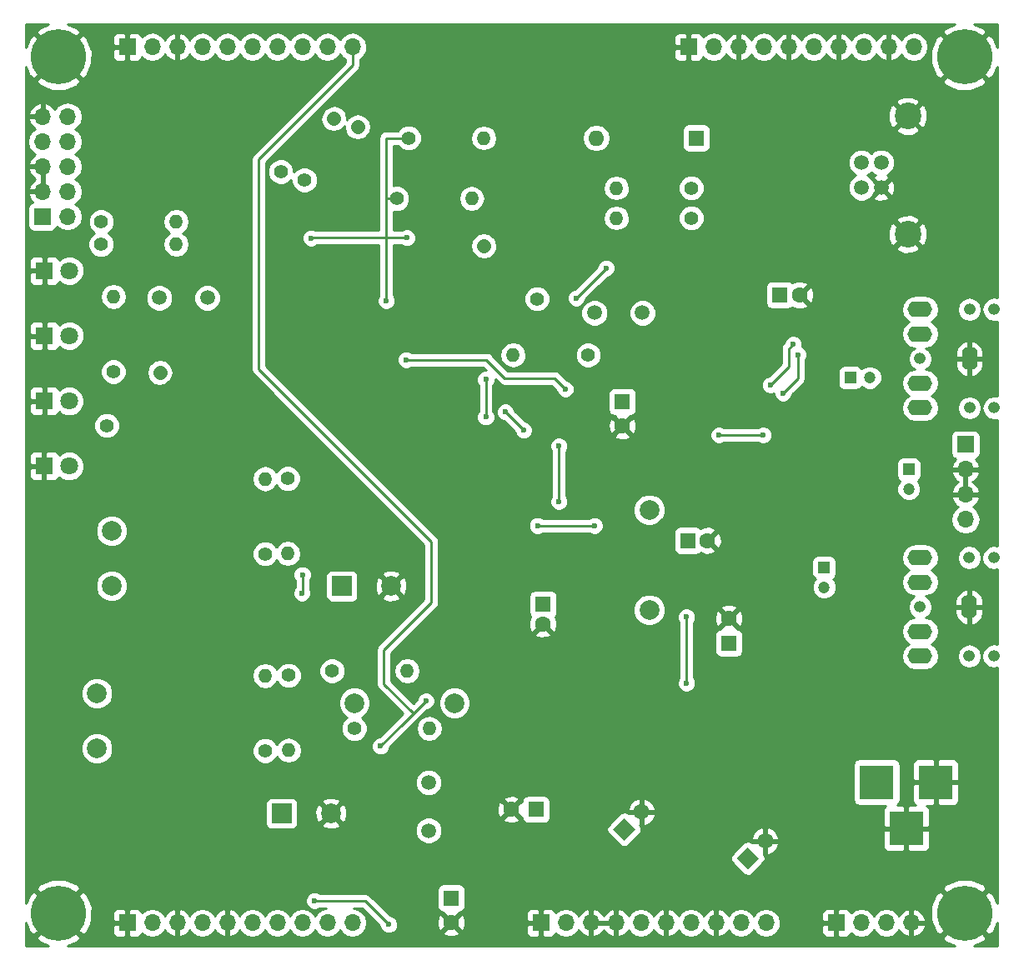
<source format=gbl>
G04 #@! TF.FileFunction,Copper,L2,Bot,Signal*
%FSLAX46Y46*%
G04 Gerber Fmt 4.6, Leading zero omitted, Abs format (unit mm)*
G04 Created by KiCad (PCBNEW 4.0.7) date 05/14/20 06:06:45*
%MOMM*%
%LPD*%
G01*
G04 APERTURE LIST*
%ADD10C,0.100000*%
%ADD11C,1.998980*%
%ADD12C,1.400000*%
%ADD13C,1.400000*%
%ADD14C,1.500000*%
%ADD15R,1.200000X1.200000*%
%ADD16C,1.200000*%
%ADD17O,1.600000X2.500000*%
%ADD18O,1.200000X1.200000*%
%ADD19O,2.500000X1.600000*%
%ADD20C,5.600000*%
%ADD21R,3.500000X3.500000*%
%ADD22R,1.600000X1.600000*%
%ADD23C,1.600000*%
%ADD24R,1.700000X1.700000*%
%ADD25O,1.700000X1.700000*%
%ADD26C,1.520000*%
%ADD27C,2.700000*%
%ADD28O,1.400000X1.400000*%
%ADD29R,2.000000X2.000000*%
%ADD30C,2.000000*%
%ADD31R,1.800000X1.800000*%
%ADD32C,1.800000*%
%ADD33O,1.600000X1.600000*%
%ADD34C,0.600000*%
%ADD35C,0.250000*%
%ADD36C,0.254000*%
G04 APERTURE END LIST*
D10*
D11*
X122918000Y-108676000D03*
X122918000Y-114264000D03*
D12*
X167600000Y-68600000D03*
D13*
X162211846Y-63211846D02*
X162211846Y-63211846D01*
D14*
X129250000Y-68500000D03*
X134130000Y-68500000D03*
D15*
X205360000Y-85920000D03*
D16*
X205360000Y-87920000D03*
D15*
X196750000Y-95900000D03*
D16*
X196750000Y-97900000D03*
D17*
X211500000Y-99900000D03*
D18*
X206500000Y-99900000D03*
D19*
X206500000Y-94900000D03*
X206500000Y-97400000D03*
X206500000Y-102400000D03*
X206500000Y-104900000D03*
D18*
X211500000Y-94900000D03*
X211500000Y-104900000D03*
X214000000Y-94900000D03*
X214000000Y-104900000D03*
D17*
X211510000Y-74680000D03*
D18*
X206510000Y-74680000D03*
D19*
X206510000Y-69680000D03*
X206510000Y-72180000D03*
X206510000Y-77180000D03*
X206510000Y-79680000D03*
D18*
X211510000Y-69680000D03*
X211510000Y-79680000D03*
X214010000Y-69680000D03*
X214010000Y-79680000D03*
D15*
X199400000Y-76600000D03*
D16*
X201400000Y-76600000D03*
D20*
X211000000Y-44000000D03*
X119000000Y-44000000D03*
X119000000Y-131000000D03*
X211000000Y-131000000D03*
D11*
X179000000Y-100201260D03*
X179000000Y-90041260D03*
D21*
X202100000Y-117700000D03*
X208100000Y-117700000D03*
X205100000Y-122400000D03*
D14*
X178310000Y-70020000D03*
X173430000Y-70020000D03*
X156610000Y-122610000D03*
X156610000Y-117730000D03*
D22*
X182920000Y-93150000D03*
D23*
X184920000Y-93150000D03*
D22*
X168210000Y-99630000D03*
D23*
X168210000Y-101630000D03*
D22*
X192260000Y-68200000D03*
D23*
X194260000Y-68200000D03*
D10*
G36*
X189000000Y-126581371D02*
X187868629Y-125450000D01*
X189000000Y-124318629D01*
X190131371Y-125450000D01*
X189000000Y-126581371D01*
X189000000Y-126581371D01*
G37*
D23*
X190767767Y-123682233D03*
D24*
X183000000Y-43000000D03*
D25*
X185540000Y-43000000D03*
X188080000Y-43000000D03*
X190620000Y-43000000D03*
X193160000Y-43000000D03*
X195700000Y-43000000D03*
X198240000Y-43000000D03*
X200780000Y-43000000D03*
X203320000Y-43000000D03*
X205860000Y-43000000D03*
D24*
X168000000Y-132000000D03*
D25*
X170540000Y-132000000D03*
X173080000Y-132000000D03*
X175620000Y-132000000D03*
X178160000Y-132000000D03*
X180700000Y-132000000D03*
X183240000Y-132000000D03*
X185780000Y-132000000D03*
X188320000Y-132000000D03*
X190860000Y-132000000D03*
D24*
X126000000Y-132000000D03*
D25*
X128540000Y-132000000D03*
X131080000Y-132000000D03*
X133620000Y-132000000D03*
X136160000Y-132000000D03*
X138700000Y-132000000D03*
X141240000Y-132000000D03*
X143780000Y-132000000D03*
X146320000Y-132000000D03*
X148860000Y-132000000D03*
D24*
X126000000Y-43000000D03*
D25*
X128540000Y-43000000D03*
X131080000Y-43000000D03*
X133620000Y-43000000D03*
X136160000Y-43000000D03*
X138700000Y-43000000D03*
X141240000Y-43000000D03*
X143780000Y-43000000D03*
X146320000Y-43000000D03*
X148860000Y-43000000D03*
D10*
G36*
X176450000Y-123631371D02*
X175318629Y-122500000D01*
X176450000Y-121368629D01*
X177581371Y-122500000D01*
X176450000Y-123631371D01*
X176450000Y-123631371D01*
G37*
D23*
X178217767Y-120732233D03*
D24*
X198000000Y-132000000D03*
D25*
X200540000Y-132000000D03*
X203080000Y-132000000D03*
X205620000Y-132000000D03*
D26*
X200550000Y-54760000D03*
X200550000Y-57300000D03*
X202550000Y-57300000D03*
X202550000Y-54760000D03*
D27*
X205250000Y-50030000D03*
X205250000Y-62030000D03*
D11*
X124414000Y-92178000D03*
X124414000Y-97766000D03*
D12*
X172800000Y-74300000D03*
D28*
X165180000Y-74300000D03*
D22*
X167500000Y-120480000D03*
D23*
X165000000Y-120480000D03*
D11*
X149062740Y-109658000D03*
X159222740Y-109658000D03*
D22*
X158890000Y-129470000D03*
D23*
X158890000Y-131970000D03*
D12*
X146800000Y-106400000D03*
D28*
X154420000Y-106400000D03*
D12*
X149050000Y-112250000D03*
D28*
X156670000Y-112250000D03*
D22*
X187075000Y-103575000D03*
D23*
X187075000Y-101075000D03*
D29*
X141680000Y-120870000D03*
D30*
X146680000Y-120870000D03*
D29*
X147790000Y-97776000D03*
D30*
X152790000Y-97776000D03*
D12*
X140000000Y-94500000D03*
D28*
X140000000Y-86880000D03*
D12*
X140000000Y-114500000D03*
D28*
X140000000Y-106880000D03*
D12*
X142300000Y-86850000D03*
D28*
X142300000Y-94470000D03*
D12*
X142380000Y-106850000D03*
D28*
X142380000Y-114470000D03*
D22*
X176270000Y-79030000D03*
D23*
X176270000Y-81530000D03*
D24*
X117400000Y-60240000D03*
D25*
X119940000Y-60240000D03*
X117400000Y-57700000D03*
X119940000Y-57700000D03*
X117400000Y-55160000D03*
X119940000Y-55160000D03*
X117400000Y-52620000D03*
X119940000Y-52620000D03*
X117400000Y-50080000D03*
X119940000Y-50080000D03*
D31*
X117580000Y-65750000D03*
D32*
X120120000Y-65750000D03*
D12*
X123350000Y-60760000D03*
D28*
X130970000Y-60760000D03*
D31*
X117580000Y-72360000D03*
D32*
X120120000Y-72360000D03*
D31*
X117570000Y-78980000D03*
D32*
X120110000Y-78980000D03*
D31*
X117560000Y-85590000D03*
D32*
X120100000Y-85590000D03*
D12*
X123340000Y-63060000D03*
D28*
X130960000Y-63060000D03*
D12*
X124600000Y-75990300D03*
D28*
X124600000Y-68370300D03*
D12*
X123910000Y-81470000D03*
D13*
X129298154Y-76081846D02*
X129298154Y-76081846D01*
D24*
X211110000Y-83400000D03*
D25*
X211110000Y-85940000D03*
X211110000Y-88480000D03*
X211110000Y-91020000D03*
D12*
X141590000Y-55680000D03*
D13*
X146978154Y-50291846D02*
X146978154Y-50291846D01*
D12*
X183274000Y-57334000D03*
D28*
X175654000Y-57334000D03*
D12*
X183274000Y-60382000D03*
D28*
X175654000Y-60382000D03*
D12*
X153350000Y-58410000D03*
D28*
X160970000Y-58410000D03*
D12*
X144000000Y-56530000D03*
D13*
X149388154Y-51141846D02*
X149388154Y-51141846D01*
D22*
X183782000Y-52254000D03*
D33*
X173622000Y-52254000D03*
D12*
X154572000Y-52254000D03*
D28*
X162192000Y-52254000D03*
D34*
X162700000Y-56300000D03*
X162850000Y-60850000D03*
X165050000Y-58650000D03*
X159300000Y-59450000D03*
X168850000Y-54850000D03*
X142450000Y-92100000D03*
X122150000Y-95600000D03*
X122150000Y-101300000D03*
X127950000Y-99150000D03*
X122150000Y-105050000D03*
X139850000Y-96400000D03*
X131050000Y-101200000D03*
X135200000Y-100250000D03*
X139850000Y-100300000D03*
X124900000Y-111300000D03*
X127250000Y-117850000D03*
X123400000Y-121700000D03*
X130360000Y-114750000D03*
X138450000Y-125650000D03*
X133200000Y-125650000D03*
X128050000Y-125200000D03*
X156600000Y-115025000D03*
X151300000Y-123450000D03*
X151300000Y-119900000D03*
X151300000Y-116550000D03*
X165150000Y-115650000D03*
X176400000Y-126750000D03*
X173000000Y-123350000D03*
X195300000Y-123650000D03*
X209350000Y-107650000D03*
X202650000Y-110500000D03*
X206150000Y-110500000D03*
X209350000Y-110500000D03*
X208100000Y-99900000D03*
X148350000Y-77800000D03*
X148350000Y-81250000D03*
X159250000Y-93450000D03*
X163250000Y-93450000D03*
X167100000Y-94300000D03*
X190650000Y-108400000D03*
X184550000Y-104600000D03*
X184550000Y-97550000D03*
X188550000Y-95300000D03*
X193000000Y-96400000D03*
X193000000Y-100700000D03*
X184550000Y-108450000D03*
X188700000Y-105100000D03*
X198000000Y-105100000D03*
X202650000Y-107650000D03*
X202660000Y-96300000D03*
X199650000Y-97300000D03*
X202650000Y-101150000D03*
X198550000Y-85350000D03*
X202350000Y-88500000D03*
X202300000Y-85350000D03*
X194919900Y-91878000D03*
X198600000Y-91850000D03*
X198600000Y-88550000D03*
X203162200Y-80105100D03*
X207050000Y-90750000D03*
X207050000Y-87050000D03*
X206900000Y-82100000D03*
X212650000Y-60400000D03*
X212650000Y-67950000D03*
X212650000Y-64400000D03*
X212650000Y-52550000D03*
X212650000Y-56550000D03*
X208420000Y-64446000D03*
X202900000Y-66170000D03*
X209050000Y-52550000D03*
X209050000Y-56550000D03*
X209050000Y-60400000D03*
X199022000Y-62414000D03*
X189370000Y-62414000D03*
X194450000Y-62414000D03*
X181750000Y-58858000D03*
X186068000Y-48444000D03*
X186068000Y-52000000D03*
X182004000Y-54794000D03*
X197498000Y-51492000D03*
X193434000Y-51492000D03*
X189624000Y-51238000D03*
X197498000Y-53778000D03*
X193434000Y-53778000D03*
X189624000Y-54032000D03*
X186830000Y-56318000D03*
X189116000Y-58604000D03*
X196990000Y-58604000D03*
X192164000Y-58604000D03*
X192164000Y-56064000D03*
X196990000Y-56064000D03*
X131966000Y-77908000D03*
X137554000Y-75368000D03*
X140856000Y-70796000D03*
X127140000Y-79432000D03*
X126378000Y-75368000D03*
X122314000Y-74352000D03*
X158280400Y-89744400D03*
X167805400Y-89566600D03*
X180200600Y-92741600D03*
X174930100Y-89122100D03*
X169596100Y-96831000D03*
X171666200Y-94976800D03*
X175425400Y-93363900D03*
X177609800Y-95332400D03*
X182956500Y-88715700D03*
X191198800Y-91878000D03*
X188569900Y-91878000D03*
X191198800Y-88563300D03*
X194932600Y-88563300D03*
X191313100Y-85362900D03*
X194932600Y-85362900D03*
X144246900Y-87928300D03*
X141770400Y-84092900D03*
X139903500Y-89426900D03*
X142214900Y-89414200D03*
X138735100Y-81438600D03*
X134252000Y-89414200D03*
X204686200Y-74618700D03*
X196647100Y-73640800D03*
X199618900Y-68662400D03*
X187975000Y-78450000D03*
X198183800Y-80105100D03*
X193688000Y-80117800D03*
X138760500Y-52469900D03*
X142545100Y-45904000D03*
X146837700Y-45116600D03*
X141021100Y-49726700D03*
X130950000Y-46666000D03*
X135014000Y-46666000D03*
X140094000Y-45904000D03*
X137300000Y-45904000D03*
X137554000Y-49714000D03*
X135014000Y-49714000D03*
X147244100Y-55949700D03*
X143967500Y-52673100D03*
X155588000Y-83496000D03*
X163208000Y-89084000D03*
X160160000Y-85782000D03*
X161430000Y-70542000D03*
X174130000Y-62414000D03*
X170066000Y-62414000D03*
X167272000Y-64446000D03*
X177686000Y-64192000D03*
X163716000Y-68256000D03*
X164986000Y-72066000D03*
X153810000Y-87306000D03*
X184544000Y-77400000D03*
X170066000Y-69018000D03*
X173368000Y-72066000D03*
X171082000Y-71812000D03*
X186322000Y-71050000D03*
X181496000Y-61652000D03*
X182004000Y-64192000D03*
X185560000Y-64192000D03*
X134760000Y-55048000D03*
X144600000Y-71200000D03*
X148222000Y-69272000D03*
X130000000Y-121370000D03*
X132770000Y-118600000D03*
X167010000Y-83980000D03*
X168490000Y-82510000D03*
X164350000Y-82140000D03*
X163800000Y-78200000D03*
X166390000Y-79400000D03*
X128400000Y-90100000D03*
X129850000Y-93220000D03*
X137510000Y-65780000D03*
X134120000Y-61880000D03*
X132630000Y-65430000D03*
X133080000Y-59030000D03*
X127470000Y-61730000D03*
X126120000Y-67530000D03*
X126480000Y-70790000D03*
X130360000Y-70800000D03*
X121750000Y-64290000D03*
X118280000Y-62900000D03*
X146800000Y-65200000D03*
X150610000Y-65230000D03*
X171110000Y-75950000D03*
X166480000Y-75480000D03*
X142375000Y-111900000D03*
X142375000Y-109275000D03*
X145100000Y-113025000D03*
X142950000Y-117125000D03*
X140000000Y-111900000D03*
X155925000Y-124450000D03*
X157925000Y-119450000D03*
X155200000Y-119425000D03*
X159650000Y-121725000D03*
X183950000Y-113300000D03*
X183975000Y-121650000D03*
X192000000Y-72025000D03*
X149170000Y-123300000D03*
X149250000Y-128000000D03*
X206125000Y-58175000D03*
X206125000Y-54625000D03*
X157600000Y-66100000D03*
X150900000Y-72900000D03*
X167480000Y-125320000D03*
X182130000Y-75790000D03*
X153900000Y-64200000D03*
X144666000Y-62414000D03*
X154320000Y-74780000D03*
X170490000Y-77770000D03*
X154400000Y-62400000D03*
X152300000Y-68800000D03*
X194070000Y-74270000D03*
X192580000Y-78180000D03*
X152550000Y-132160000D03*
X144990000Y-129750000D03*
X143725000Y-98500000D03*
X143775000Y-96625000D03*
X156325000Y-109450000D03*
X151725000Y-114050000D03*
X166250000Y-81950000D03*
X164400000Y-80100000D03*
X162400000Y-80600000D03*
X162400000Y-76800000D03*
X174638000Y-65462000D03*
X171590000Y-68510000D03*
X169820000Y-89210000D03*
X169820000Y-83530000D03*
X193620000Y-73220000D03*
X191290000Y-77360000D03*
X186075000Y-82425000D03*
X190575000Y-82425000D03*
X182780000Y-100930000D03*
X173430000Y-91640000D03*
X167660000Y-91640000D03*
X182780000Y-107640000D03*
D35*
X165050000Y-58650000D02*
X162700000Y-56300000D01*
X162850000Y-60850000D02*
X162200000Y-60850000D01*
X165050000Y-58650000D02*
X162850000Y-60850000D01*
X159800000Y-59950000D02*
X159300000Y-59450000D01*
X161300000Y-59950000D02*
X159800000Y-59950000D01*
X162200000Y-60850000D02*
X161300000Y-59950000D01*
X142214900Y-89414200D02*
X142214900Y-91864900D01*
X142214900Y-91864900D02*
X142450000Y-92100000D01*
X122150000Y-105050000D02*
X122150000Y-101300000D01*
X139850000Y-96400000D02*
X139850000Y-100300000D01*
X134250000Y-101200000D02*
X131050000Y-101200000D01*
X135200000Y-100250000D02*
X134250000Y-101200000D01*
X127250000Y-117850000D02*
X123400000Y-121700000D01*
X128500000Y-125650000D02*
X133200000Y-125650000D01*
X128050000Y-125200000D02*
X128500000Y-125650000D01*
X156600000Y-115025000D02*
X154275000Y-115025000D01*
X151300000Y-119900000D02*
X151300000Y-123450000D01*
X152750000Y-116550000D02*
X151300000Y-116550000D01*
X154275000Y-115025000D02*
X152750000Y-116550000D01*
X173000000Y-123350000D02*
X176400000Y-126750000D01*
X211500000Y-102450000D02*
X209350000Y-104600000D01*
X209350000Y-104600000D02*
X209350000Y-107650000D01*
X211500000Y-99900000D02*
X211500000Y-102450000D01*
X209350000Y-110500000D02*
X206150000Y-110500000D01*
X211500000Y-99900000D02*
X208100000Y-99900000D01*
X155588000Y-83496000D02*
X150596000Y-83496000D01*
X150596000Y-83496000D02*
X148350000Y-81250000D01*
X169596100Y-96831000D02*
X169596100Y-96796100D01*
X163250000Y-93450000D02*
X159250000Y-93450000D01*
X169596100Y-96796100D02*
X167100000Y-94300000D01*
X184550000Y-107200000D02*
X189450000Y-107200000D01*
X189450000Y-107200000D02*
X190650000Y-108400000D01*
X184550000Y-108450000D02*
X184550000Y-107200000D01*
X184550000Y-107200000D02*
X184550000Y-104600000D01*
X197400000Y-105100000D02*
X198000000Y-105100000D01*
X191900000Y-95300000D02*
X188550000Y-95300000D01*
X193000000Y-96400000D02*
X191900000Y-95300000D01*
X197400000Y-105100000D02*
X193000000Y-100700000D01*
X184550000Y-104600000D02*
X184550000Y-97550000D01*
X198000000Y-105100000D02*
X188700000Y-105100000D01*
X202650000Y-101150000D02*
X202650000Y-107650000D01*
X198000000Y-105100000D02*
X198000000Y-105050000D01*
X199650000Y-98150000D02*
X199650000Y-97300000D01*
X202650000Y-101150000D02*
X199650000Y-98150000D01*
X198537100Y-85362900D02*
X198550000Y-85350000D01*
X194932600Y-85362900D02*
X198537100Y-85362900D01*
X202350000Y-85400000D02*
X202350000Y-88500000D01*
X202300000Y-85350000D02*
X202350000Y-85400000D01*
X194919900Y-91878000D02*
X198572000Y-91878000D01*
X198572000Y-91878000D02*
X198600000Y-91850000D01*
X194932600Y-88563300D02*
X198586700Y-88563300D01*
X198586700Y-88563300D02*
X198600000Y-88550000D01*
X207050000Y-82250000D02*
X207050000Y-87050000D01*
X206900000Y-82100000D02*
X207050000Y-82250000D01*
X212650000Y-56550000D02*
X212650000Y-60400000D01*
X212650000Y-64400000D02*
X212650000Y-67950000D01*
X209050000Y-56550000D02*
X212650000Y-56550000D01*
X206696000Y-66170000D02*
X208420000Y-64446000D01*
X202900000Y-66170000D02*
X206696000Y-66170000D01*
X209050000Y-60400000D02*
X209050000Y-56550000D01*
X194450000Y-62414000D02*
X189370000Y-62414000D01*
X181750000Y-58858000D02*
X181242000Y-58350000D01*
X186068000Y-52000000D02*
X186068000Y-48444000D01*
X181242000Y-55556000D02*
X182004000Y-54794000D01*
X181242000Y-58350000D02*
X181242000Y-55556000D01*
X189624000Y-54032000D02*
X189624000Y-51238000D01*
X193434000Y-51492000D02*
X197498000Y-51492000D01*
X189878000Y-53778000D02*
X193434000Y-53778000D01*
X189624000Y-54032000D02*
X189878000Y-53778000D01*
X189116000Y-58604000D02*
X186830000Y-56318000D01*
X196990000Y-58604000D02*
X192164000Y-58604000D01*
X192164000Y-56064000D02*
X196990000Y-56064000D01*
X131966000Y-77908000D02*
X135522000Y-77908000D01*
X135522000Y-77908000D02*
X137554000Y-75876000D01*
X137554000Y-75876000D02*
X137554000Y-75368000D01*
X126378000Y-75368000D02*
X126378000Y-78670000D01*
X126378000Y-78670000D02*
X127140000Y-79432000D01*
X126480000Y-75266000D02*
X126378000Y-75368000D01*
X126480000Y-70790000D02*
X126480000Y-75266000D01*
X163208000Y-89084000D02*
X167322800Y-89084000D01*
X167322800Y-89084000D02*
X167805400Y-89566600D01*
X180200600Y-92741600D02*
X177609800Y-95332400D01*
X174930100Y-86239200D02*
X174930100Y-89122100D01*
X169596100Y-96831000D02*
X169634200Y-96792900D01*
X173812500Y-94976800D02*
X171666200Y-94976800D01*
X175425400Y-93363900D02*
X173812500Y-94976800D01*
X174930100Y-86239200D02*
X180480000Y-86239200D01*
X180480000Y-86239200D02*
X182956500Y-88715700D01*
X176270000Y-81530000D02*
X176270000Y-81533800D01*
X176270000Y-81533800D02*
X174930100Y-82873700D01*
X174930100Y-82873700D02*
X174930100Y-86239200D01*
X188569900Y-91878000D02*
X191198800Y-91878000D01*
X191198800Y-88563300D02*
X194932600Y-88563300D01*
X194932600Y-85362900D02*
X191313100Y-85362900D01*
X143700800Y-84092900D02*
X144246900Y-84639000D01*
X144246900Y-84639000D02*
X144246900Y-87928300D01*
X141770400Y-84092900D02*
X143700800Y-84092900D01*
X142202200Y-89426900D02*
X139903500Y-89426900D01*
X142214900Y-89414200D02*
X142202200Y-89426900D01*
X203162200Y-80105100D02*
X203162200Y-76142700D01*
X198183800Y-80105100D02*
X203162200Y-80105100D01*
X203162200Y-76142700D02*
X204686200Y-74618700D01*
X196647100Y-73640800D02*
X196647100Y-71634200D01*
X197599600Y-80105100D02*
X196647100Y-79152600D01*
X196647100Y-79152600D02*
X196647100Y-73640800D01*
X198183800Y-80105100D02*
X197599600Y-80105100D01*
X196647100Y-71634200D02*
X199618900Y-68662400D01*
X187975000Y-78450000D02*
X189137300Y-78450000D01*
X190805100Y-80117800D02*
X193688000Y-80117800D01*
X189137300Y-78450000D02*
X190805100Y-80117800D01*
X142545100Y-45904000D02*
X146050300Y-45904000D01*
X140094000Y-45904000D02*
X142545100Y-45904000D01*
X146050300Y-45904000D02*
X146837700Y-45116600D01*
X130950000Y-46666000D02*
X135014000Y-46666000D01*
X137300000Y-45904000D02*
X140094000Y-45904000D01*
X135014000Y-49714000D02*
X137554000Y-49714000D01*
X143967500Y-52673100D02*
X147244100Y-55949700D01*
X155588000Y-83496000D02*
X157874000Y-83496000D01*
X163208000Y-89084000D02*
X163462000Y-88830000D01*
X157874000Y-83496000D02*
X160160000Y-85782000D01*
X176670000Y-64192000D02*
X174892000Y-62414000D01*
X174892000Y-62414000D02*
X174130000Y-62414000D01*
X170066000Y-62414000D02*
X168034000Y-64446000D01*
X168034000Y-64446000D02*
X167272000Y-64446000D01*
X182004000Y-64192000D02*
X177686000Y-64192000D01*
X177686000Y-64192000D02*
X176670000Y-64192000D01*
X161430000Y-70542000D02*
X163716000Y-68256000D01*
X171082000Y-71812000D02*
X171082000Y-70034000D01*
X171082000Y-70034000D02*
X170066000Y-69018000D01*
X171110000Y-75950000D02*
X171110000Y-71840000D01*
X171110000Y-71840000D02*
X171082000Y-71812000D01*
X185560000Y-64192000D02*
X182004000Y-64192000D01*
X144600000Y-71200000D02*
X146294000Y-71200000D01*
X146294000Y-71200000D02*
X148222000Y-69272000D01*
X132770000Y-118600000D02*
X130000000Y-121370000D01*
X167010000Y-83980000D02*
X166190000Y-83980000D01*
X168460000Y-82510000D02*
X168490000Y-82510000D01*
X166370000Y-80420000D02*
X168460000Y-82510000D01*
X166370000Y-79420000D02*
X166370000Y-80420000D01*
X166390000Y-79400000D02*
X166370000Y-79420000D01*
X167010000Y-83980000D02*
X168490000Y-82510000D01*
X166190000Y-83980000D02*
X164350000Y-82140000D01*
X166390000Y-79400000D02*
X165250000Y-79400000D01*
X164100000Y-78200000D02*
X163800000Y-78200000D01*
X165250000Y-79400000D02*
X164100000Y-78200000D01*
X129880000Y-91580000D02*
X128400000Y-90100000D01*
X129880000Y-93190000D02*
X129880000Y-91580000D01*
X129850000Y-93220000D02*
X129880000Y-93190000D01*
X134120000Y-62390000D02*
X137510000Y-65780000D01*
X133080000Y-59030000D02*
X133080000Y-59170000D01*
X134370000Y-60460000D02*
X134120000Y-61880000D01*
X133080000Y-59170000D02*
X134370000Y-60460000D01*
X134120000Y-61880000D02*
X134120000Y-62390000D01*
X133080000Y-59030000D02*
X127900000Y-59030000D01*
X127470000Y-59460000D02*
X127470000Y-61730000D01*
X127900000Y-59030000D02*
X127470000Y-59460000D01*
X130350000Y-70790000D02*
X126480000Y-70790000D01*
X130360000Y-70800000D02*
X130350000Y-70790000D01*
X120480000Y-63020000D02*
X121750000Y-64290000D01*
X118400000Y-63020000D02*
X120480000Y-63020000D01*
X118280000Y-62900000D02*
X118400000Y-63020000D01*
X146800000Y-65200000D02*
X150580000Y-65200000D01*
X150580000Y-65200000D02*
X150610000Y-65230000D01*
X171110000Y-75950000D02*
X170660000Y-75500000D01*
X170660000Y-75500000D02*
X166500000Y-75500000D01*
X166500000Y-75500000D02*
X166480000Y-75480000D01*
X142375000Y-111900000D02*
X142375000Y-109275000D01*
X140000000Y-111900000D02*
X142375000Y-111900000D01*
X143500000Y-113025000D02*
X142375000Y-111900000D01*
X145250000Y-113175000D02*
X145100000Y-113025000D01*
X145200000Y-114875000D02*
X145250000Y-113175000D01*
X142950000Y-117125000D02*
X145200000Y-114875000D01*
X145100000Y-113025000D02*
X143500000Y-113025000D01*
X157925000Y-119450000D02*
X157900000Y-119425000D01*
X157900000Y-119425000D02*
X155200000Y-119425000D01*
X164995000Y-120480000D02*
X163750000Y-121725000D01*
X163750000Y-121725000D02*
X159650000Y-121725000D01*
X165000000Y-120480000D02*
X164995000Y-120480000D01*
X190767767Y-123682233D02*
X190767767Y-121857233D01*
X190560534Y-121650000D02*
X183975000Y-121650000D01*
X190767767Y-121857233D02*
X190560534Y-121650000D01*
X149170000Y-123300000D02*
X149420000Y-123550000D01*
X149420000Y-123550000D02*
X149250000Y-128000000D01*
X206125000Y-58175000D02*
X206125000Y-54625000D01*
X154572000Y-52254000D02*
X152300000Y-52254000D01*
X153350000Y-58410000D02*
X152300000Y-58410000D01*
X152300000Y-62400000D02*
X152300000Y-58410000D01*
X152300000Y-58410000D02*
X152300000Y-52254000D01*
X149492000Y-62400000D02*
X144680000Y-62400000D01*
X144680000Y-62400000D02*
X144666000Y-62414000D01*
X150000000Y-62400000D02*
X149492000Y-62400000D01*
X162460000Y-74780000D02*
X154320000Y-74780000D01*
X164320000Y-76640000D02*
X162460000Y-74780000D01*
X169360000Y-76640000D02*
X164320000Y-76640000D01*
X170490000Y-77770000D02*
X169360000Y-76640000D01*
X154400000Y-62400000D02*
X152300000Y-62400000D01*
X152300000Y-62400000D02*
X152300000Y-66700000D01*
X152300000Y-68800000D02*
X152300000Y-66700000D01*
X150000000Y-62400000D02*
X152300000Y-62400000D01*
X194070000Y-74270000D02*
X194070000Y-76690000D01*
X194070000Y-76690000D02*
X192580000Y-78180000D01*
X149950000Y-129750000D02*
X144990000Y-129750000D01*
X150140000Y-129750000D02*
X152550000Y-132160000D01*
X149950000Y-129750000D02*
X150140000Y-129750000D01*
X148860000Y-43000000D02*
X148860000Y-44880000D01*
X139320000Y-75720000D02*
X140375000Y-76775000D01*
X139320000Y-54420000D02*
X139320000Y-75720000D01*
X148860000Y-44880000D02*
X139320000Y-54420000D01*
X152060000Y-107760000D02*
X152060000Y-104260000D01*
X152060000Y-107760000D02*
X155037500Y-110737500D01*
X152060000Y-104260000D02*
X156880000Y-99440000D01*
X156880000Y-99440000D02*
X156880000Y-93280000D01*
X156880000Y-93280000D02*
X140375000Y-76775000D01*
X143725000Y-98500000D02*
X143775000Y-98450000D01*
X143775000Y-98450000D02*
X143775000Y-96625000D01*
X155037500Y-110737500D02*
X156325000Y-109450000D01*
X151725000Y-114050000D02*
X154025000Y-111750000D01*
X154025000Y-111750000D02*
X155037500Y-110737500D01*
X164400000Y-80100000D02*
X166250000Y-81950000D01*
X162400000Y-76800000D02*
X162400000Y-80600000D01*
X171590000Y-68510000D02*
X174638000Y-65462000D01*
X169820000Y-83530000D02*
X169820000Y-89210000D01*
X193620000Y-73220000D02*
X193150000Y-73690000D01*
X193150000Y-75500000D02*
X191290000Y-77360000D01*
X193150000Y-73690000D02*
X193150000Y-75500000D01*
X195700000Y-43000000D02*
X195700000Y-43450000D01*
X190575000Y-82425000D02*
X186075000Y-82425000D01*
X182780000Y-107640000D02*
X182780000Y-100930000D01*
X173430000Y-91640000D02*
X167720000Y-91640000D01*
X167720000Y-91640000D02*
X167660000Y-91640000D01*
D36*
G36*
X117062973Y-41082122D02*
X117045501Y-41093797D01*
X116727265Y-41547660D01*
X119000000Y-43820395D01*
X121272735Y-41547660D01*
X120954499Y-41093797D01*
X119975890Y-40685000D01*
X210029907Y-40685000D01*
X209062973Y-41082122D01*
X209045501Y-41093797D01*
X208727265Y-41547660D01*
X211000000Y-43820395D01*
X213272735Y-41547660D01*
X212954499Y-41093797D01*
X211975890Y-40685000D01*
X214315000Y-40685000D01*
X214315000Y-43029907D01*
X213917878Y-42062973D01*
X213906203Y-42045501D01*
X213452340Y-41727265D01*
X211179605Y-44000000D01*
X213452340Y-46272735D01*
X213906203Y-45954499D01*
X214315000Y-44975890D01*
X214315000Y-68481473D01*
X214010000Y-68420805D01*
X213537386Y-68514814D01*
X213136723Y-68782528D01*
X212869009Y-69183191D01*
X212775000Y-69655805D01*
X212775000Y-69704195D01*
X212869009Y-70176809D01*
X213136723Y-70577472D01*
X213537386Y-70845186D01*
X214010000Y-70939195D01*
X214315000Y-70878527D01*
X214315000Y-78481473D01*
X214010000Y-78420805D01*
X213537386Y-78514814D01*
X213136723Y-78782528D01*
X212869009Y-79183191D01*
X212775000Y-79655805D01*
X212775000Y-79704195D01*
X212869009Y-80176809D01*
X213136723Y-80577472D01*
X213537386Y-80845186D01*
X214010000Y-80939195D01*
X214315000Y-80878527D01*
X214315000Y-93703463D01*
X214000000Y-93640805D01*
X213527386Y-93734814D01*
X213126723Y-94002528D01*
X212859009Y-94403191D01*
X212765000Y-94875805D01*
X212765000Y-94924195D01*
X212859009Y-95396809D01*
X213126723Y-95797472D01*
X213527386Y-96065186D01*
X214000000Y-96159195D01*
X214315000Y-96096537D01*
X214315000Y-103703463D01*
X214000000Y-103640805D01*
X213527386Y-103734814D01*
X213126723Y-104002528D01*
X212859009Y-104403191D01*
X212765000Y-104875805D01*
X212765000Y-104924195D01*
X212859009Y-105396809D01*
X213126723Y-105797472D01*
X213527386Y-106065186D01*
X214000000Y-106159195D01*
X214315000Y-106096537D01*
X214315000Y-130029907D01*
X213917878Y-129062973D01*
X213906203Y-129045501D01*
X213452340Y-128727265D01*
X211179605Y-131000000D01*
X213452340Y-133272735D01*
X213906203Y-132954499D01*
X214315000Y-131975890D01*
X214315000Y-134315000D01*
X211970093Y-134315000D01*
X212937027Y-133917878D01*
X212954499Y-133906203D01*
X213272735Y-133452340D01*
X211000000Y-131179605D01*
X208727265Y-133452340D01*
X209045501Y-133906203D01*
X210024110Y-134315000D01*
X119970093Y-134315000D01*
X120937027Y-133917878D01*
X120954499Y-133906203D01*
X121272735Y-133452340D01*
X119000000Y-131179605D01*
X116727265Y-133452340D01*
X117045501Y-133906203D01*
X118024110Y-134315000D01*
X115685000Y-134315000D01*
X115685000Y-131970093D01*
X116082122Y-132937027D01*
X116093797Y-132954499D01*
X116547660Y-133272735D01*
X118820395Y-131000000D01*
X119179605Y-131000000D01*
X121452340Y-133272735D01*
X121906203Y-132954499D01*
X122185561Y-132285750D01*
X124515000Y-132285750D01*
X124515000Y-132976309D01*
X124611673Y-133209698D01*
X124790301Y-133388327D01*
X125023690Y-133485000D01*
X125714250Y-133485000D01*
X125873000Y-133326250D01*
X125873000Y-132127000D01*
X124673750Y-132127000D01*
X124515000Y-132285750D01*
X122185561Y-132285750D01*
X122432936Y-131693566D01*
X122434945Y-131023691D01*
X124515000Y-131023691D01*
X124515000Y-131714250D01*
X124673750Y-131873000D01*
X125873000Y-131873000D01*
X125873000Y-130673750D01*
X126127000Y-130673750D01*
X126127000Y-131873000D01*
X126147000Y-131873000D01*
X126147000Y-132127000D01*
X126127000Y-132127000D01*
X126127000Y-133326250D01*
X126285750Y-133485000D01*
X126976310Y-133485000D01*
X127209699Y-133388327D01*
X127388327Y-133209698D01*
X127460597Y-133035223D01*
X127489946Y-133079147D01*
X127971715Y-133401054D01*
X128540000Y-133514093D01*
X129108285Y-133401054D01*
X129590054Y-133079147D01*
X129817702Y-132738447D01*
X129884817Y-132881358D01*
X130313076Y-133271645D01*
X130723110Y-133441476D01*
X130953000Y-133320155D01*
X130953000Y-132127000D01*
X130933000Y-132127000D01*
X130933000Y-131873000D01*
X130953000Y-131873000D01*
X130953000Y-130679845D01*
X131207000Y-130679845D01*
X131207000Y-131873000D01*
X131227000Y-131873000D01*
X131227000Y-132127000D01*
X131207000Y-132127000D01*
X131207000Y-133320155D01*
X131436890Y-133441476D01*
X131846924Y-133271645D01*
X132275183Y-132881358D01*
X132342298Y-132738447D01*
X132569946Y-133079147D01*
X133051715Y-133401054D01*
X133620000Y-133514093D01*
X134188285Y-133401054D01*
X134670054Y-133079147D01*
X134897702Y-132738447D01*
X134964817Y-132881358D01*
X135393076Y-133271645D01*
X135803110Y-133441476D01*
X136033000Y-133320155D01*
X136033000Y-132127000D01*
X136013000Y-132127000D01*
X136013000Y-131873000D01*
X136033000Y-131873000D01*
X136033000Y-130679845D01*
X136287000Y-130679845D01*
X136287000Y-131873000D01*
X136307000Y-131873000D01*
X136307000Y-132127000D01*
X136287000Y-132127000D01*
X136287000Y-133320155D01*
X136516890Y-133441476D01*
X136926924Y-133271645D01*
X137355183Y-132881358D01*
X137422298Y-132738447D01*
X137649946Y-133079147D01*
X138131715Y-133401054D01*
X138700000Y-133514093D01*
X139268285Y-133401054D01*
X139750054Y-133079147D01*
X139970000Y-132749974D01*
X140189946Y-133079147D01*
X140671715Y-133401054D01*
X141240000Y-133514093D01*
X141808285Y-133401054D01*
X142290054Y-133079147D01*
X142510000Y-132749974D01*
X142729946Y-133079147D01*
X143211715Y-133401054D01*
X143780000Y-133514093D01*
X144348285Y-133401054D01*
X144830054Y-133079147D01*
X145050000Y-132749974D01*
X145269946Y-133079147D01*
X145751715Y-133401054D01*
X146320000Y-133514093D01*
X146888285Y-133401054D01*
X147370054Y-133079147D01*
X147590000Y-132749974D01*
X147809946Y-133079147D01*
X148291715Y-133401054D01*
X148860000Y-133514093D01*
X149428285Y-133401054D01*
X149910054Y-133079147D01*
X150231961Y-132597378D01*
X150345000Y-132029093D01*
X150345000Y-131970907D01*
X150231961Y-131402622D01*
X149910054Y-130920853D01*
X149428285Y-130598946D01*
X148981124Y-130510000D01*
X149825198Y-130510000D01*
X151614878Y-132299680D01*
X151614838Y-132345167D01*
X151756883Y-132688943D01*
X152019673Y-132952192D01*
X152363201Y-133094838D01*
X152735167Y-133095162D01*
X153019338Y-132977745D01*
X158061861Y-132977745D01*
X158135995Y-133223864D01*
X158673223Y-133416965D01*
X159243454Y-133389778D01*
X159644005Y-133223864D01*
X159718139Y-132977745D01*
X158890000Y-132149605D01*
X158061861Y-132977745D01*
X153019338Y-132977745D01*
X153078943Y-132953117D01*
X153342192Y-132690327D01*
X153484838Y-132346799D01*
X153485162Y-131974833D01*
X153393595Y-131753223D01*
X157443035Y-131753223D01*
X157470222Y-132323454D01*
X157636136Y-132724005D01*
X157882255Y-132798139D01*
X158710395Y-131970000D01*
X159069605Y-131970000D01*
X159897745Y-132798139D01*
X160143864Y-132724005D01*
X160301390Y-132285750D01*
X166515000Y-132285750D01*
X166515000Y-132976309D01*
X166611673Y-133209698D01*
X166790301Y-133388327D01*
X167023690Y-133485000D01*
X167714250Y-133485000D01*
X167873000Y-133326250D01*
X167873000Y-132127000D01*
X166673750Y-132127000D01*
X166515000Y-132285750D01*
X160301390Y-132285750D01*
X160336965Y-132186777D01*
X160309778Y-131616546D01*
X160143864Y-131215995D01*
X159897745Y-131141861D01*
X159069605Y-131970000D01*
X158710395Y-131970000D01*
X157882255Y-131141861D01*
X157636136Y-131215995D01*
X157443035Y-131753223D01*
X153393595Y-131753223D01*
X153343117Y-131631057D01*
X153080327Y-131367808D01*
X152736799Y-131225162D01*
X152689923Y-131225121D01*
X150677401Y-129212599D01*
X150430839Y-129047852D01*
X150140000Y-128990000D01*
X145552463Y-128990000D01*
X145520327Y-128957808D01*
X145176799Y-128815162D01*
X144804833Y-128814838D01*
X144461057Y-128956883D01*
X144197808Y-129219673D01*
X144055162Y-129563201D01*
X144054838Y-129935167D01*
X144196883Y-130278943D01*
X144459673Y-130542192D01*
X144803201Y-130684838D01*
X145175167Y-130685162D01*
X145518943Y-130543117D01*
X145552118Y-130510000D01*
X146198876Y-130510000D01*
X145751715Y-130598946D01*
X145269946Y-130920853D01*
X145050000Y-131250026D01*
X144830054Y-130920853D01*
X144348285Y-130598946D01*
X143780000Y-130485907D01*
X143211715Y-130598946D01*
X142729946Y-130920853D01*
X142510000Y-131250026D01*
X142290054Y-130920853D01*
X141808285Y-130598946D01*
X141240000Y-130485907D01*
X140671715Y-130598946D01*
X140189946Y-130920853D01*
X139970000Y-131250026D01*
X139750054Y-130920853D01*
X139268285Y-130598946D01*
X138700000Y-130485907D01*
X138131715Y-130598946D01*
X137649946Y-130920853D01*
X137422298Y-131261553D01*
X137355183Y-131118642D01*
X136926924Y-130728355D01*
X136516890Y-130558524D01*
X136287000Y-130679845D01*
X136033000Y-130679845D01*
X135803110Y-130558524D01*
X135393076Y-130728355D01*
X134964817Y-131118642D01*
X134897702Y-131261553D01*
X134670054Y-130920853D01*
X134188285Y-130598946D01*
X133620000Y-130485907D01*
X133051715Y-130598946D01*
X132569946Y-130920853D01*
X132342298Y-131261553D01*
X132275183Y-131118642D01*
X131846924Y-130728355D01*
X131436890Y-130558524D01*
X131207000Y-130679845D01*
X130953000Y-130679845D01*
X130723110Y-130558524D01*
X130313076Y-130728355D01*
X129884817Y-131118642D01*
X129817702Y-131261553D01*
X129590054Y-130920853D01*
X129108285Y-130598946D01*
X128540000Y-130485907D01*
X127971715Y-130598946D01*
X127489946Y-130920853D01*
X127460597Y-130964777D01*
X127388327Y-130790302D01*
X127209699Y-130611673D01*
X126976310Y-130515000D01*
X126285750Y-130515000D01*
X126127000Y-130673750D01*
X125873000Y-130673750D01*
X125714250Y-130515000D01*
X125023690Y-130515000D01*
X124790301Y-130611673D01*
X124611673Y-130790302D01*
X124515000Y-131023691D01*
X122434945Y-131023691D01*
X122437035Y-130327044D01*
X121917878Y-129062973D01*
X121906203Y-129045501D01*
X121452340Y-128727265D01*
X119179605Y-131000000D01*
X118820395Y-131000000D01*
X116547660Y-128727265D01*
X116093797Y-129045501D01*
X115685000Y-130024110D01*
X115685000Y-128547660D01*
X116727265Y-128547660D01*
X119000000Y-130820395D01*
X121150395Y-128670000D01*
X157442560Y-128670000D01*
X157442560Y-130270000D01*
X157486838Y-130505317D01*
X157625910Y-130721441D01*
X157838110Y-130866431D01*
X158076201Y-130914646D01*
X158061861Y-130962255D01*
X158890000Y-131790395D01*
X159656703Y-131023691D01*
X166515000Y-131023691D01*
X166515000Y-131714250D01*
X166673750Y-131873000D01*
X167873000Y-131873000D01*
X167873000Y-130673750D01*
X168127000Y-130673750D01*
X168127000Y-131873000D01*
X168147000Y-131873000D01*
X168147000Y-132127000D01*
X168127000Y-132127000D01*
X168127000Y-133326250D01*
X168285750Y-133485000D01*
X168976310Y-133485000D01*
X169209699Y-133388327D01*
X169388327Y-133209698D01*
X169460597Y-133035223D01*
X169489946Y-133079147D01*
X169971715Y-133401054D01*
X170540000Y-133514093D01*
X171108285Y-133401054D01*
X171590054Y-133079147D01*
X171817702Y-132738447D01*
X171884817Y-132881358D01*
X172313076Y-133271645D01*
X172723110Y-133441476D01*
X172953000Y-133320155D01*
X172953000Y-132127000D01*
X173207000Y-132127000D01*
X173207000Y-133320155D01*
X173436890Y-133441476D01*
X173846924Y-133271645D01*
X174275183Y-132881358D01*
X174350000Y-132722046D01*
X174424817Y-132881358D01*
X174853076Y-133271645D01*
X175263110Y-133441476D01*
X175493000Y-133320155D01*
X175493000Y-132127000D01*
X173207000Y-132127000D01*
X172953000Y-132127000D01*
X172933000Y-132127000D01*
X172933000Y-131873000D01*
X172953000Y-131873000D01*
X172953000Y-130679845D01*
X173207000Y-130679845D01*
X173207000Y-131873000D01*
X175493000Y-131873000D01*
X175493000Y-130679845D01*
X175747000Y-130679845D01*
X175747000Y-131873000D01*
X175767000Y-131873000D01*
X175767000Y-132127000D01*
X175747000Y-132127000D01*
X175747000Y-133320155D01*
X175976890Y-133441476D01*
X176386924Y-133271645D01*
X176815183Y-132881358D01*
X176882298Y-132738447D01*
X177109946Y-133079147D01*
X177591715Y-133401054D01*
X178160000Y-133514093D01*
X178728285Y-133401054D01*
X179210054Y-133079147D01*
X179437702Y-132738447D01*
X179504817Y-132881358D01*
X179933076Y-133271645D01*
X180343110Y-133441476D01*
X180573000Y-133320155D01*
X180573000Y-132127000D01*
X180553000Y-132127000D01*
X180553000Y-131873000D01*
X180573000Y-131873000D01*
X180573000Y-130679845D01*
X180827000Y-130679845D01*
X180827000Y-131873000D01*
X180847000Y-131873000D01*
X180847000Y-132127000D01*
X180827000Y-132127000D01*
X180827000Y-133320155D01*
X181056890Y-133441476D01*
X181466924Y-133271645D01*
X181895183Y-132881358D01*
X181962298Y-132738447D01*
X182189946Y-133079147D01*
X182671715Y-133401054D01*
X183240000Y-133514093D01*
X183808285Y-133401054D01*
X184290054Y-133079147D01*
X184517702Y-132738447D01*
X184584817Y-132881358D01*
X185013076Y-133271645D01*
X185423110Y-133441476D01*
X185653000Y-133320155D01*
X185653000Y-132127000D01*
X185633000Y-132127000D01*
X185633000Y-131873000D01*
X185653000Y-131873000D01*
X185653000Y-130679845D01*
X185907000Y-130679845D01*
X185907000Y-131873000D01*
X185927000Y-131873000D01*
X185927000Y-132127000D01*
X185907000Y-132127000D01*
X185907000Y-133320155D01*
X186136890Y-133441476D01*
X186546924Y-133271645D01*
X186975183Y-132881358D01*
X187042298Y-132738447D01*
X187269946Y-133079147D01*
X187751715Y-133401054D01*
X188320000Y-133514093D01*
X188888285Y-133401054D01*
X189370054Y-133079147D01*
X189590000Y-132749974D01*
X189809946Y-133079147D01*
X190291715Y-133401054D01*
X190860000Y-133514093D01*
X191428285Y-133401054D01*
X191910054Y-133079147D01*
X192231961Y-132597378D01*
X192293947Y-132285750D01*
X196515000Y-132285750D01*
X196515000Y-132976309D01*
X196611673Y-133209698D01*
X196790301Y-133388327D01*
X197023690Y-133485000D01*
X197714250Y-133485000D01*
X197873000Y-133326250D01*
X197873000Y-132127000D01*
X196673750Y-132127000D01*
X196515000Y-132285750D01*
X192293947Y-132285750D01*
X192345000Y-132029093D01*
X192345000Y-131970907D01*
X192231961Y-131402622D01*
X191978768Y-131023691D01*
X196515000Y-131023691D01*
X196515000Y-131714250D01*
X196673750Y-131873000D01*
X197873000Y-131873000D01*
X197873000Y-130673750D01*
X198127000Y-130673750D01*
X198127000Y-131873000D01*
X198147000Y-131873000D01*
X198147000Y-132127000D01*
X198127000Y-132127000D01*
X198127000Y-133326250D01*
X198285750Y-133485000D01*
X198976310Y-133485000D01*
X199209699Y-133388327D01*
X199388327Y-133209698D01*
X199460597Y-133035223D01*
X199489946Y-133079147D01*
X199971715Y-133401054D01*
X200540000Y-133514093D01*
X201108285Y-133401054D01*
X201590054Y-133079147D01*
X201810000Y-132749974D01*
X202029946Y-133079147D01*
X202511715Y-133401054D01*
X203080000Y-133514093D01*
X203648285Y-133401054D01*
X204130054Y-133079147D01*
X204357702Y-132738447D01*
X204424817Y-132881358D01*
X204853076Y-133271645D01*
X205263110Y-133441476D01*
X205493000Y-133320155D01*
X205493000Y-132127000D01*
X205747000Y-132127000D01*
X205747000Y-133320155D01*
X205976890Y-133441476D01*
X206386924Y-133271645D01*
X206815183Y-132881358D01*
X207061486Y-132356892D01*
X206940819Y-132127000D01*
X205747000Y-132127000D01*
X205493000Y-132127000D01*
X205473000Y-132127000D01*
X205473000Y-131873000D01*
X205493000Y-131873000D01*
X205493000Y-130679845D01*
X205747000Y-130679845D01*
X205747000Y-131873000D01*
X206940819Y-131873000D01*
X207045819Y-131672956D01*
X207562965Y-131672956D01*
X208082122Y-132937027D01*
X208093797Y-132954499D01*
X208547660Y-133272735D01*
X210820395Y-131000000D01*
X208547660Y-128727265D01*
X208093797Y-129045501D01*
X207567064Y-130306434D01*
X207562965Y-131672956D01*
X207045819Y-131672956D01*
X207061486Y-131643108D01*
X206815183Y-131118642D01*
X206386924Y-130728355D01*
X205976890Y-130558524D01*
X205747000Y-130679845D01*
X205493000Y-130679845D01*
X205263110Y-130558524D01*
X204853076Y-130728355D01*
X204424817Y-131118642D01*
X204357702Y-131261553D01*
X204130054Y-130920853D01*
X203648285Y-130598946D01*
X203080000Y-130485907D01*
X202511715Y-130598946D01*
X202029946Y-130920853D01*
X201810000Y-131250026D01*
X201590054Y-130920853D01*
X201108285Y-130598946D01*
X200540000Y-130485907D01*
X199971715Y-130598946D01*
X199489946Y-130920853D01*
X199460597Y-130964777D01*
X199388327Y-130790302D01*
X199209699Y-130611673D01*
X198976310Y-130515000D01*
X198285750Y-130515000D01*
X198127000Y-130673750D01*
X197873000Y-130673750D01*
X197714250Y-130515000D01*
X197023690Y-130515000D01*
X196790301Y-130611673D01*
X196611673Y-130790302D01*
X196515000Y-131023691D01*
X191978768Y-131023691D01*
X191910054Y-130920853D01*
X191428285Y-130598946D01*
X190860000Y-130485907D01*
X190291715Y-130598946D01*
X189809946Y-130920853D01*
X189590000Y-131250026D01*
X189370054Y-130920853D01*
X188888285Y-130598946D01*
X188320000Y-130485907D01*
X187751715Y-130598946D01*
X187269946Y-130920853D01*
X187042298Y-131261553D01*
X186975183Y-131118642D01*
X186546924Y-130728355D01*
X186136890Y-130558524D01*
X185907000Y-130679845D01*
X185653000Y-130679845D01*
X185423110Y-130558524D01*
X185013076Y-130728355D01*
X184584817Y-131118642D01*
X184517702Y-131261553D01*
X184290054Y-130920853D01*
X183808285Y-130598946D01*
X183240000Y-130485907D01*
X182671715Y-130598946D01*
X182189946Y-130920853D01*
X181962298Y-131261553D01*
X181895183Y-131118642D01*
X181466924Y-130728355D01*
X181056890Y-130558524D01*
X180827000Y-130679845D01*
X180573000Y-130679845D01*
X180343110Y-130558524D01*
X179933076Y-130728355D01*
X179504817Y-131118642D01*
X179437702Y-131261553D01*
X179210054Y-130920853D01*
X178728285Y-130598946D01*
X178160000Y-130485907D01*
X177591715Y-130598946D01*
X177109946Y-130920853D01*
X176882298Y-131261553D01*
X176815183Y-131118642D01*
X176386924Y-130728355D01*
X175976890Y-130558524D01*
X175747000Y-130679845D01*
X175493000Y-130679845D01*
X175263110Y-130558524D01*
X174853076Y-130728355D01*
X174424817Y-131118642D01*
X174350000Y-131277954D01*
X174275183Y-131118642D01*
X173846924Y-130728355D01*
X173436890Y-130558524D01*
X173207000Y-130679845D01*
X172953000Y-130679845D01*
X172723110Y-130558524D01*
X172313076Y-130728355D01*
X171884817Y-131118642D01*
X171817702Y-131261553D01*
X171590054Y-130920853D01*
X171108285Y-130598946D01*
X170540000Y-130485907D01*
X169971715Y-130598946D01*
X169489946Y-130920853D01*
X169460597Y-130964777D01*
X169388327Y-130790302D01*
X169209699Y-130611673D01*
X168976310Y-130515000D01*
X168285750Y-130515000D01*
X168127000Y-130673750D01*
X167873000Y-130673750D01*
X167714250Y-130515000D01*
X167023690Y-130515000D01*
X166790301Y-130611673D01*
X166611673Y-130790302D01*
X166515000Y-131023691D01*
X159656703Y-131023691D01*
X159718139Y-130962255D01*
X159703855Y-130914833D01*
X159925317Y-130873162D01*
X160141441Y-130734090D01*
X160286431Y-130521890D01*
X160337440Y-130270000D01*
X160337440Y-128670000D01*
X160314421Y-128547660D01*
X208727265Y-128547660D01*
X211000000Y-130820395D01*
X213272735Y-128547660D01*
X212954499Y-128093797D01*
X211693566Y-127567064D01*
X210327044Y-127562965D01*
X209062973Y-128082122D01*
X209045501Y-128093797D01*
X208727265Y-128547660D01*
X160314421Y-128547660D01*
X160293162Y-128434683D01*
X160154090Y-128218559D01*
X159941890Y-128073569D01*
X159690000Y-128022560D01*
X158090000Y-128022560D01*
X157854683Y-128066838D01*
X157638559Y-128205910D01*
X157493569Y-128418110D01*
X157442560Y-128670000D01*
X121150395Y-128670000D01*
X121272735Y-128547660D01*
X120954499Y-128093797D01*
X119693566Y-127567064D01*
X118327044Y-127562965D01*
X117062973Y-128082122D01*
X117045501Y-128093797D01*
X116727265Y-128547660D01*
X115685000Y-128547660D01*
X115685000Y-125441056D01*
X187221251Y-125441056D01*
X187268775Y-125693627D01*
X187410820Y-125907809D01*
X188542191Y-127039180D01*
X188739894Y-127174265D01*
X188991056Y-127228749D01*
X189243627Y-127181225D01*
X189457809Y-127039180D01*
X190589180Y-125907809D01*
X190724265Y-125710106D01*
X190778749Y-125458944D01*
X190731225Y-125206373D01*
X190596961Y-125003924D01*
X190640767Y-124980399D01*
X190640767Y-123988841D01*
X190753626Y-123875982D01*
X190686877Y-123809233D01*
X190894767Y-123809233D01*
X190894767Y-124980399D01*
X191121221Y-125102011D01*
X191637641Y-124858676D01*
X192021631Y-124436238D01*
X192187545Y-124035687D01*
X192065933Y-123809233D01*
X190894767Y-123809233D01*
X190686877Y-123809233D01*
X190574018Y-123696374D01*
X190461159Y-123809233D01*
X189469601Y-123809233D01*
X189446169Y-123852866D01*
X189260106Y-123725735D01*
X189008944Y-123671251D01*
X188756373Y-123718775D01*
X188542191Y-123860820D01*
X187410820Y-124992191D01*
X187275735Y-125189894D01*
X187221251Y-125441056D01*
X115685000Y-125441056D01*
X115685000Y-122884285D01*
X155224760Y-122884285D01*
X155435169Y-123393515D01*
X155824436Y-123783461D01*
X156333298Y-123994759D01*
X156884285Y-123995240D01*
X157393515Y-123784831D01*
X157783461Y-123395564D01*
X157994759Y-122886702D01*
X157995104Y-122491056D01*
X174671251Y-122491056D01*
X174718775Y-122743627D01*
X174860820Y-122957809D01*
X175992191Y-124089180D01*
X176189894Y-124224265D01*
X176441056Y-124278749D01*
X176693627Y-124231225D01*
X176907809Y-124089180D01*
X177668210Y-123328779D01*
X189347989Y-123328779D01*
X189469601Y-123555233D01*
X190640767Y-123555233D01*
X190640767Y-122384067D01*
X190894767Y-122384067D01*
X190894767Y-123555233D01*
X192065933Y-123555233D01*
X192187545Y-123328779D01*
X191944210Y-122812359D01*
X191804924Y-122685750D01*
X202715000Y-122685750D01*
X202715000Y-124276310D01*
X202811673Y-124509699D01*
X202990302Y-124688327D01*
X203223691Y-124785000D01*
X204814250Y-124785000D01*
X204973000Y-124626250D01*
X204973000Y-122527000D01*
X205227000Y-122527000D01*
X205227000Y-124626250D01*
X205385750Y-124785000D01*
X206976309Y-124785000D01*
X207209698Y-124688327D01*
X207388327Y-124509699D01*
X207485000Y-124276310D01*
X207485000Y-122685750D01*
X207326250Y-122527000D01*
X205227000Y-122527000D01*
X204973000Y-122527000D01*
X202873750Y-122527000D01*
X202715000Y-122685750D01*
X191804924Y-122685750D01*
X191521772Y-122428369D01*
X191121221Y-122262455D01*
X190894767Y-122384067D01*
X190640767Y-122384067D01*
X190414313Y-122262455D01*
X189897893Y-122505790D01*
X189513903Y-122928228D01*
X189347989Y-123328779D01*
X177668210Y-123328779D01*
X178039180Y-122957809D01*
X178174265Y-122760106D01*
X178228749Y-122508944D01*
X178181225Y-122256373D01*
X178046961Y-122053924D01*
X178090767Y-122030399D01*
X178090767Y-121038841D01*
X178203626Y-120925982D01*
X178136877Y-120859233D01*
X178344767Y-120859233D01*
X178344767Y-122030399D01*
X178571221Y-122152011D01*
X179087641Y-121908676D01*
X179471631Y-121486238D01*
X179637545Y-121085687D01*
X179515933Y-120859233D01*
X178344767Y-120859233D01*
X178136877Y-120859233D01*
X178024018Y-120746374D01*
X177911159Y-120859233D01*
X176919601Y-120859233D01*
X176896169Y-120902866D01*
X176710106Y-120775735D01*
X176458944Y-120721251D01*
X176206373Y-120768775D01*
X175992191Y-120910820D01*
X174860820Y-122042191D01*
X174725735Y-122239894D01*
X174671251Y-122491056D01*
X157995104Y-122491056D01*
X157995240Y-122335715D01*
X157784831Y-121826485D01*
X157446681Y-121487745D01*
X164171861Y-121487745D01*
X164245995Y-121733864D01*
X164783223Y-121926965D01*
X165353454Y-121899778D01*
X165754005Y-121733864D01*
X165828139Y-121487745D01*
X165000000Y-120659605D01*
X164171861Y-121487745D01*
X157446681Y-121487745D01*
X157395564Y-121436539D01*
X156886702Y-121225241D01*
X156335715Y-121224760D01*
X155826485Y-121435169D01*
X155436539Y-121824436D01*
X155225241Y-122333298D01*
X155224760Y-122884285D01*
X115685000Y-122884285D01*
X115685000Y-119870000D01*
X140032560Y-119870000D01*
X140032560Y-121870000D01*
X140076838Y-122105317D01*
X140215910Y-122321441D01*
X140428110Y-122466431D01*
X140680000Y-122517440D01*
X142680000Y-122517440D01*
X142915317Y-122473162D01*
X143131441Y-122334090D01*
X143276431Y-122121890D01*
X143296551Y-122022532D01*
X145707073Y-122022532D01*
X145805736Y-122289387D01*
X146415461Y-122515908D01*
X147065460Y-122491856D01*
X147554264Y-122289387D01*
X147652927Y-122022532D01*
X146680000Y-121049605D01*
X145707073Y-122022532D01*
X143296551Y-122022532D01*
X143327440Y-121870000D01*
X143327440Y-120605461D01*
X145034092Y-120605461D01*
X145058144Y-121255460D01*
X145260613Y-121744264D01*
X145527468Y-121842927D01*
X146500395Y-120870000D01*
X146859605Y-120870000D01*
X147832532Y-121842927D01*
X148099387Y-121744264D01*
X148325908Y-121134539D01*
X148301856Y-120484540D01*
X148210184Y-120263223D01*
X163553035Y-120263223D01*
X163580222Y-120833454D01*
X163746136Y-121234005D01*
X163992255Y-121308139D01*
X164820395Y-120480000D01*
X165179605Y-120480000D01*
X166007745Y-121308139D01*
X166055167Y-121293855D01*
X166096838Y-121515317D01*
X166235910Y-121731441D01*
X166448110Y-121876431D01*
X166700000Y-121927440D01*
X168300000Y-121927440D01*
X168535317Y-121883162D01*
X168751441Y-121744090D01*
X168896431Y-121531890D01*
X168947440Y-121280000D01*
X168947440Y-120378779D01*
X176797989Y-120378779D01*
X176919601Y-120605233D01*
X178090767Y-120605233D01*
X178090767Y-119434067D01*
X178344767Y-119434067D01*
X178344767Y-120605233D01*
X179515933Y-120605233D01*
X179637545Y-120378779D01*
X179394210Y-119862359D01*
X178971772Y-119478369D01*
X178571221Y-119312455D01*
X178344767Y-119434067D01*
X178090767Y-119434067D01*
X177864313Y-119312455D01*
X177347893Y-119555790D01*
X176963903Y-119978228D01*
X176797989Y-120378779D01*
X168947440Y-120378779D01*
X168947440Y-119680000D01*
X168903162Y-119444683D01*
X168764090Y-119228559D01*
X168551890Y-119083569D01*
X168300000Y-119032560D01*
X166700000Y-119032560D01*
X166464683Y-119076838D01*
X166248559Y-119215910D01*
X166103569Y-119428110D01*
X166055354Y-119666201D01*
X166007745Y-119651861D01*
X165179605Y-120480000D01*
X164820395Y-120480000D01*
X163992255Y-119651861D01*
X163746136Y-119725995D01*
X163553035Y-120263223D01*
X148210184Y-120263223D01*
X148099387Y-119995736D01*
X147832532Y-119897073D01*
X146859605Y-120870000D01*
X146500395Y-120870000D01*
X145527468Y-119897073D01*
X145260613Y-119995736D01*
X145034092Y-120605461D01*
X143327440Y-120605461D01*
X143327440Y-119870000D01*
X143298740Y-119717468D01*
X145707073Y-119717468D01*
X146680000Y-120690395D01*
X147652927Y-119717468D01*
X147562266Y-119472255D01*
X164171861Y-119472255D01*
X165000000Y-120300395D01*
X165828139Y-119472255D01*
X165754005Y-119226136D01*
X165216777Y-119033035D01*
X164646546Y-119060222D01*
X164245995Y-119226136D01*
X164171861Y-119472255D01*
X147562266Y-119472255D01*
X147554264Y-119450613D01*
X146944539Y-119224092D01*
X146294540Y-119248144D01*
X145805736Y-119450613D01*
X145707073Y-119717468D01*
X143298740Y-119717468D01*
X143283162Y-119634683D01*
X143144090Y-119418559D01*
X142931890Y-119273569D01*
X142680000Y-119222560D01*
X140680000Y-119222560D01*
X140444683Y-119266838D01*
X140228559Y-119405910D01*
X140083569Y-119618110D01*
X140032560Y-119870000D01*
X115685000Y-119870000D01*
X115685000Y-118004285D01*
X155224760Y-118004285D01*
X155435169Y-118513515D01*
X155824436Y-118903461D01*
X156333298Y-119114759D01*
X156884285Y-119115240D01*
X157393515Y-118904831D01*
X157783461Y-118515564D01*
X157994759Y-118006702D01*
X157995240Y-117455715D01*
X157784831Y-116946485D01*
X157395564Y-116556539D01*
X156886702Y-116345241D01*
X156335715Y-116344760D01*
X155826485Y-116555169D01*
X155436539Y-116944436D01*
X155225241Y-117453298D01*
X155224760Y-118004285D01*
X115685000Y-118004285D01*
X115685000Y-115950000D01*
X199702560Y-115950000D01*
X199702560Y-119450000D01*
X199746838Y-119685317D01*
X199885910Y-119901441D01*
X200098110Y-120046431D01*
X200350000Y-120097440D01*
X203024663Y-120097440D01*
X202990302Y-120111673D01*
X202811673Y-120290301D01*
X202715000Y-120523690D01*
X202715000Y-122114250D01*
X202873750Y-122273000D01*
X204973000Y-122273000D01*
X204973000Y-120173750D01*
X205227000Y-120173750D01*
X205227000Y-122273000D01*
X207326250Y-122273000D01*
X207485000Y-122114250D01*
X207485000Y-120523690D01*
X207388327Y-120290301D01*
X207209698Y-120111673D01*
X207145304Y-120085000D01*
X207814250Y-120085000D01*
X207973000Y-119926250D01*
X207973000Y-117827000D01*
X208227000Y-117827000D01*
X208227000Y-119926250D01*
X208385750Y-120085000D01*
X209976309Y-120085000D01*
X210209698Y-119988327D01*
X210388327Y-119809699D01*
X210485000Y-119576310D01*
X210485000Y-117985750D01*
X210326250Y-117827000D01*
X208227000Y-117827000D01*
X207973000Y-117827000D01*
X205873750Y-117827000D01*
X205715000Y-117985750D01*
X205715000Y-119576310D01*
X205811673Y-119809699D01*
X205990302Y-119988327D01*
X206054696Y-120015000D01*
X205385750Y-120015000D01*
X205227000Y-120173750D01*
X204973000Y-120173750D01*
X204814250Y-120015000D01*
X204144622Y-120015000D01*
X204301441Y-119914090D01*
X204446431Y-119701890D01*
X204497440Y-119450000D01*
X204497440Y-115950000D01*
X204473674Y-115823690D01*
X205715000Y-115823690D01*
X205715000Y-117414250D01*
X205873750Y-117573000D01*
X207973000Y-117573000D01*
X207973000Y-115473750D01*
X208227000Y-115473750D01*
X208227000Y-117573000D01*
X210326250Y-117573000D01*
X210485000Y-117414250D01*
X210485000Y-115823690D01*
X210388327Y-115590301D01*
X210209698Y-115411673D01*
X209976309Y-115315000D01*
X208385750Y-115315000D01*
X208227000Y-115473750D01*
X207973000Y-115473750D01*
X207814250Y-115315000D01*
X206223691Y-115315000D01*
X205990302Y-115411673D01*
X205811673Y-115590301D01*
X205715000Y-115823690D01*
X204473674Y-115823690D01*
X204453162Y-115714683D01*
X204314090Y-115498559D01*
X204101890Y-115353569D01*
X203850000Y-115302560D01*
X200350000Y-115302560D01*
X200114683Y-115346838D01*
X199898559Y-115485910D01*
X199753569Y-115698110D01*
X199702560Y-115950000D01*
X115685000Y-115950000D01*
X115685000Y-114587694D01*
X121283226Y-114587694D01*
X121531538Y-115188655D01*
X121990927Y-115648846D01*
X122591453Y-115898206D01*
X123241694Y-115898774D01*
X123842655Y-115650462D01*
X124302846Y-115191073D01*
X124480023Y-114764383D01*
X138664769Y-114764383D01*
X138867582Y-115255229D01*
X139242796Y-115631098D01*
X139733287Y-115834768D01*
X140264383Y-115835231D01*
X140755229Y-115632418D01*
X141131098Y-115257204D01*
X141201113Y-115088589D01*
X141436012Y-115440142D01*
X141869118Y-115729533D01*
X142380000Y-115831154D01*
X142890882Y-115729533D01*
X143323988Y-115440142D01*
X143613379Y-115007036D01*
X143715000Y-114496154D01*
X143715000Y-114443846D01*
X143613379Y-113932964D01*
X143323988Y-113499858D01*
X142890882Y-113210467D01*
X142380000Y-113108846D01*
X141869118Y-113210467D01*
X141436012Y-113499858D01*
X141185893Y-113874190D01*
X141132418Y-113744771D01*
X140757204Y-113368902D01*
X140266713Y-113165232D01*
X139735617Y-113164769D01*
X139244771Y-113367582D01*
X138868902Y-113742796D01*
X138665232Y-114233287D01*
X138664769Y-114764383D01*
X124480023Y-114764383D01*
X124552206Y-114590547D01*
X124552774Y-113940306D01*
X124304462Y-113339345D01*
X123845073Y-112879154D01*
X123244547Y-112629794D01*
X122594306Y-112629226D01*
X121993345Y-112877538D01*
X121533154Y-113336927D01*
X121283794Y-113937453D01*
X121283226Y-114587694D01*
X115685000Y-114587694D01*
X115685000Y-108999694D01*
X121283226Y-108999694D01*
X121531538Y-109600655D01*
X121990927Y-110060846D01*
X122591453Y-110310206D01*
X123241694Y-110310774D01*
X123842655Y-110062462D01*
X123923564Y-109981694D01*
X147427966Y-109981694D01*
X147676278Y-110582655D01*
X148135667Y-111042846D01*
X148305237Y-111113258D01*
X148294771Y-111117582D01*
X147918902Y-111492796D01*
X147715232Y-111983287D01*
X147714769Y-112514383D01*
X147917582Y-113005229D01*
X148292796Y-113381098D01*
X148783287Y-113584768D01*
X149314383Y-113585231D01*
X149805229Y-113382418D01*
X150181098Y-113007204D01*
X150384768Y-112516713D01*
X150385231Y-111985617D01*
X150182418Y-111494771D01*
X149807213Y-111118911D01*
X149987395Y-111044462D01*
X150447586Y-110585073D01*
X150696946Y-109984547D01*
X150697514Y-109334306D01*
X150449202Y-108733345D01*
X149989813Y-108273154D01*
X149389287Y-108023794D01*
X148739046Y-108023226D01*
X148138085Y-108271538D01*
X147677894Y-108730927D01*
X147428534Y-109331453D01*
X147427966Y-109981694D01*
X123923564Y-109981694D01*
X124302846Y-109603073D01*
X124552206Y-109002547D01*
X124552774Y-108352306D01*
X124304462Y-107751345D01*
X123845073Y-107291154D01*
X123244547Y-107041794D01*
X122594306Y-107041226D01*
X121993345Y-107289538D01*
X121533154Y-107748927D01*
X121283794Y-108349453D01*
X121283226Y-108999694D01*
X115685000Y-108999694D01*
X115685000Y-106853846D01*
X138665000Y-106853846D01*
X138665000Y-106906154D01*
X138766621Y-107417036D01*
X139056012Y-107850142D01*
X139489118Y-108139533D01*
X140000000Y-108241154D01*
X140510882Y-108139533D01*
X140943988Y-107850142D01*
X141194107Y-107475810D01*
X141247582Y-107605229D01*
X141622796Y-107981098D01*
X142113287Y-108184768D01*
X142644383Y-108185231D01*
X143135229Y-107982418D01*
X143511098Y-107607204D01*
X143714768Y-107116713D01*
X143715162Y-106664383D01*
X145464769Y-106664383D01*
X145667582Y-107155229D01*
X146042796Y-107531098D01*
X146533287Y-107734768D01*
X147064383Y-107735231D01*
X147555229Y-107532418D01*
X147931098Y-107157204D01*
X148134768Y-106666713D01*
X148135231Y-106135617D01*
X147932418Y-105644771D01*
X147557204Y-105268902D01*
X147066713Y-105065232D01*
X146535617Y-105064769D01*
X146044771Y-105267582D01*
X145668902Y-105642796D01*
X145465232Y-106133287D01*
X145464769Y-106664383D01*
X143715162Y-106664383D01*
X143715231Y-106585617D01*
X143512418Y-106094771D01*
X143137204Y-105718902D01*
X142646713Y-105515232D01*
X142115617Y-105514769D01*
X141624771Y-105717582D01*
X141248902Y-106092796D01*
X141178887Y-106261411D01*
X140943988Y-105909858D01*
X140510882Y-105620467D01*
X140000000Y-105518846D01*
X139489118Y-105620467D01*
X139056012Y-105909858D01*
X138766621Y-106342964D01*
X138665000Y-106853846D01*
X115685000Y-106853846D01*
X115685000Y-98089694D01*
X122779226Y-98089694D01*
X123027538Y-98690655D01*
X123486927Y-99150846D01*
X124087453Y-99400206D01*
X124737694Y-99400774D01*
X125338655Y-99152462D01*
X125798846Y-98693073D01*
X125802128Y-98685167D01*
X142789838Y-98685167D01*
X142931883Y-99028943D01*
X143194673Y-99292192D01*
X143538201Y-99434838D01*
X143910167Y-99435162D01*
X144253943Y-99293117D01*
X144517192Y-99030327D01*
X144659838Y-98686799D01*
X144660162Y-98314833D01*
X144535000Y-98011917D01*
X144535000Y-97187463D01*
X144567192Y-97155327D01*
X144709838Y-96811799D01*
X144709869Y-96776000D01*
X146142560Y-96776000D01*
X146142560Y-98776000D01*
X146186838Y-99011317D01*
X146325910Y-99227441D01*
X146538110Y-99372431D01*
X146790000Y-99423440D01*
X148790000Y-99423440D01*
X149025317Y-99379162D01*
X149241441Y-99240090D01*
X149386431Y-99027890D01*
X149406551Y-98928532D01*
X151817073Y-98928532D01*
X151915736Y-99195387D01*
X152525461Y-99421908D01*
X153175460Y-99397856D01*
X153664264Y-99195387D01*
X153762927Y-98928532D01*
X152790000Y-97955605D01*
X151817073Y-98928532D01*
X149406551Y-98928532D01*
X149437440Y-98776000D01*
X149437440Y-97511461D01*
X151144092Y-97511461D01*
X151168144Y-98161460D01*
X151370613Y-98650264D01*
X151637468Y-98748927D01*
X152610395Y-97776000D01*
X152969605Y-97776000D01*
X153942532Y-98748927D01*
X154209387Y-98650264D01*
X154435908Y-98040539D01*
X154411856Y-97390540D01*
X154209387Y-96901736D01*
X153942532Y-96803073D01*
X152969605Y-97776000D01*
X152610395Y-97776000D01*
X151637468Y-96803073D01*
X151370613Y-96901736D01*
X151144092Y-97511461D01*
X149437440Y-97511461D01*
X149437440Y-96776000D01*
X149408740Y-96623468D01*
X151817073Y-96623468D01*
X152790000Y-97596395D01*
X153762927Y-96623468D01*
X153664264Y-96356613D01*
X153054539Y-96130092D01*
X152404540Y-96154144D01*
X151915736Y-96356613D01*
X151817073Y-96623468D01*
X149408740Y-96623468D01*
X149393162Y-96540683D01*
X149254090Y-96324559D01*
X149041890Y-96179569D01*
X148790000Y-96128560D01*
X146790000Y-96128560D01*
X146554683Y-96172838D01*
X146338559Y-96311910D01*
X146193569Y-96524110D01*
X146142560Y-96776000D01*
X144709869Y-96776000D01*
X144710162Y-96439833D01*
X144568117Y-96096057D01*
X144305327Y-95832808D01*
X143961799Y-95690162D01*
X143589833Y-95689838D01*
X143246057Y-95831883D01*
X142982808Y-96094673D01*
X142840162Y-96438201D01*
X142839838Y-96810167D01*
X142981883Y-97153943D01*
X143015000Y-97187118D01*
X143015000Y-97887624D01*
X142932808Y-97969673D01*
X142790162Y-98313201D01*
X142789838Y-98685167D01*
X125802128Y-98685167D01*
X126048206Y-98092547D01*
X126048774Y-97442306D01*
X125800462Y-96841345D01*
X125341073Y-96381154D01*
X124740547Y-96131794D01*
X124090306Y-96131226D01*
X123489345Y-96379538D01*
X123029154Y-96838927D01*
X122779794Y-97439453D01*
X122779226Y-98089694D01*
X115685000Y-98089694D01*
X115685000Y-94764383D01*
X138664769Y-94764383D01*
X138867582Y-95255229D01*
X139242796Y-95631098D01*
X139733287Y-95834768D01*
X140264383Y-95835231D01*
X140755229Y-95632418D01*
X141131098Y-95257204D01*
X141170452Y-95162430D01*
X141356012Y-95440142D01*
X141789118Y-95729533D01*
X142300000Y-95831154D01*
X142810882Y-95729533D01*
X143243988Y-95440142D01*
X143533379Y-95007036D01*
X143635000Y-94496154D01*
X143635000Y-94443846D01*
X143533379Y-93932964D01*
X143243988Y-93499858D01*
X142810882Y-93210467D01*
X142300000Y-93108846D01*
X141789118Y-93210467D01*
X141356012Y-93499858D01*
X141155325Y-93800209D01*
X141132418Y-93744771D01*
X140757204Y-93368902D01*
X140266713Y-93165232D01*
X139735617Y-93164769D01*
X139244771Y-93367582D01*
X138868902Y-93742796D01*
X138665232Y-94233287D01*
X138664769Y-94764383D01*
X115685000Y-94764383D01*
X115685000Y-92501694D01*
X122779226Y-92501694D01*
X123027538Y-93102655D01*
X123486927Y-93562846D01*
X124087453Y-93812206D01*
X124737694Y-93812774D01*
X125338655Y-93564462D01*
X125798846Y-93105073D01*
X126048206Y-92504547D01*
X126048774Y-91854306D01*
X125800462Y-91253345D01*
X125341073Y-90793154D01*
X124740547Y-90543794D01*
X124090306Y-90543226D01*
X123489345Y-90791538D01*
X123029154Y-91250927D01*
X122779794Y-91851453D01*
X122779226Y-92501694D01*
X115685000Y-92501694D01*
X115685000Y-85875750D01*
X116025000Y-85875750D01*
X116025000Y-86616310D01*
X116121673Y-86849699D01*
X116300302Y-87028327D01*
X116533691Y-87125000D01*
X117274250Y-87125000D01*
X117433000Y-86966250D01*
X117433000Y-85717000D01*
X116183750Y-85717000D01*
X116025000Y-85875750D01*
X115685000Y-85875750D01*
X115685000Y-84563690D01*
X116025000Y-84563690D01*
X116025000Y-85304250D01*
X116183750Y-85463000D01*
X117433000Y-85463000D01*
X117433000Y-84213750D01*
X117687000Y-84213750D01*
X117687000Y-85463000D01*
X117707000Y-85463000D01*
X117707000Y-85717000D01*
X117687000Y-85717000D01*
X117687000Y-86966250D01*
X117845750Y-87125000D01*
X118586309Y-87125000D01*
X118819698Y-87028327D01*
X118998327Y-86849699D01*
X119054119Y-86715006D01*
X119229357Y-86890551D01*
X119793330Y-87124733D01*
X120403991Y-87125265D01*
X120968371Y-86892068D01*
X121006659Y-86853846D01*
X138665000Y-86853846D01*
X138665000Y-86906154D01*
X138766621Y-87417036D01*
X139056012Y-87850142D01*
X139489118Y-88139533D01*
X140000000Y-88241154D01*
X140510882Y-88139533D01*
X140943988Y-87850142D01*
X141144675Y-87549791D01*
X141167582Y-87605229D01*
X141542796Y-87981098D01*
X142033287Y-88184768D01*
X142564383Y-88185231D01*
X143055229Y-87982418D01*
X143431098Y-87607204D01*
X143634768Y-87116713D01*
X143635231Y-86585617D01*
X143432418Y-86094771D01*
X143057204Y-85718902D01*
X142566713Y-85515232D01*
X142035617Y-85514769D01*
X141544771Y-85717582D01*
X141168902Y-86092796D01*
X141129548Y-86187570D01*
X140943988Y-85909858D01*
X140510882Y-85620467D01*
X140000000Y-85518846D01*
X139489118Y-85620467D01*
X139056012Y-85909858D01*
X138766621Y-86342964D01*
X138665000Y-86853846D01*
X121006659Y-86853846D01*
X121400551Y-86460643D01*
X121634733Y-85896670D01*
X121635265Y-85286009D01*
X121402068Y-84721629D01*
X120970643Y-84289449D01*
X120406670Y-84055267D01*
X119796009Y-84054735D01*
X119231629Y-84287932D01*
X119054159Y-84465092D01*
X118998327Y-84330301D01*
X118819698Y-84151673D01*
X118586309Y-84055000D01*
X117845750Y-84055000D01*
X117687000Y-84213750D01*
X117433000Y-84213750D01*
X117274250Y-84055000D01*
X116533691Y-84055000D01*
X116300302Y-84151673D01*
X116121673Y-84330301D01*
X116025000Y-84563690D01*
X115685000Y-84563690D01*
X115685000Y-81734383D01*
X122574769Y-81734383D01*
X122777582Y-82225229D01*
X123152796Y-82601098D01*
X123643287Y-82804768D01*
X124174383Y-82805231D01*
X124665229Y-82602418D01*
X125041098Y-82227204D01*
X125244768Y-81736713D01*
X125245231Y-81205617D01*
X125042418Y-80714771D01*
X124667204Y-80338902D01*
X124176713Y-80135232D01*
X123645617Y-80134769D01*
X123154771Y-80337582D01*
X122778902Y-80712796D01*
X122575232Y-81203287D01*
X122574769Y-81734383D01*
X115685000Y-81734383D01*
X115685000Y-79265750D01*
X116035000Y-79265750D01*
X116035000Y-80006310D01*
X116131673Y-80239699D01*
X116310302Y-80418327D01*
X116543691Y-80515000D01*
X117284250Y-80515000D01*
X117443000Y-80356250D01*
X117443000Y-79107000D01*
X116193750Y-79107000D01*
X116035000Y-79265750D01*
X115685000Y-79265750D01*
X115685000Y-77953690D01*
X116035000Y-77953690D01*
X116035000Y-78694250D01*
X116193750Y-78853000D01*
X117443000Y-78853000D01*
X117443000Y-77603750D01*
X117697000Y-77603750D01*
X117697000Y-78853000D01*
X117717000Y-78853000D01*
X117717000Y-79107000D01*
X117697000Y-79107000D01*
X117697000Y-80356250D01*
X117855750Y-80515000D01*
X118596309Y-80515000D01*
X118829698Y-80418327D01*
X119008327Y-80239699D01*
X119064119Y-80105006D01*
X119239357Y-80280551D01*
X119803330Y-80514733D01*
X120413991Y-80515265D01*
X120978371Y-80282068D01*
X121410551Y-79850643D01*
X121644733Y-79286670D01*
X121645265Y-78676009D01*
X121412068Y-78111629D01*
X120980643Y-77679449D01*
X120416670Y-77445267D01*
X119806009Y-77444735D01*
X119241629Y-77677932D01*
X119064159Y-77855092D01*
X119008327Y-77720301D01*
X118829698Y-77541673D01*
X118596309Y-77445000D01*
X117855750Y-77445000D01*
X117697000Y-77603750D01*
X117443000Y-77603750D01*
X117284250Y-77445000D01*
X116543691Y-77445000D01*
X116310302Y-77541673D01*
X116131673Y-77720301D01*
X116035000Y-77953690D01*
X115685000Y-77953690D01*
X115685000Y-76254683D01*
X123264769Y-76254683D01*
X123467582Y-76745529D01*
X123842796Y-77121398D01*
X124333287Y-77325068D01*
X124864383Y-77325531D01*
X125355229Y-77122718D01*
X125731098Y-76747504D01*
X125934768Y-76257013D01*
X125934904Y-76100340D01*
X127944659Y-76100340D01*
X128046281Y-76611223D01*
X128335672Y-77044328D01*
X128768777Y-77333719D01*
X129279660Y-77435341D01*
X129790543Y-77333719D01*
X130223648Y-77044328D01*
X130260636Y-77007340D01*
X130550027Y-76574234D01*
X130651649Y-76063352D01*
X130550027Y-75552469D01*
X130260636Y-75119364D01*
X129827531Y-74829973D01*
X129316648Y-74728351D01*
X128805766Y-74829973D01*
X128372660Y-75119364D01*
X128335672Y-75156352D01*
X128046281Y-75589457D01*
X127944659Y-76100340D01*
X125934904Y-76100340D01*
X125935231Y-75725917D01*
X125732418Y-75235071D01*
X125357204Y-74859202D01*
X124866713Y-74655532D01*
X124335617Y-74655069D01*
X123844771Y-74857882D01*
X123468902Y-75233096D01*
X123265232Y-75723587D01*
X123264769Y-76254683D01*
X115685000Y-76254683D01*
X115685000Y-72645750D01*
X116045000Y-72645750D01*
X116045000Y-73386310D01*
X116141673Y-73619699D01*
X116320302Y-73798327D01*
X116553691Y-73895000D01*
X117294250Y-73895000D01*
X117453000Y-73736250D01*
X117453000Y-72487000D01*
X116203750Y-72487000D01*
X116045000Y-72645750D01*
X115685000Y-72645750D01*
X115685000Y-71333690D01*
X116045000Y-71333690D01*
X116045000Y-72074250D01*
X116203750Y-72233000D01*
X117453000Y-72233000D01*
X117453000Y-70983750D01*
X117707000Y-70983750D01*
X117707000Y-72233000D01*
X117727000Y-72233000D01*
X117727000Y-72487000D01*
X117707000Y-72487000D01*
X117707000Y-73736250D01*
X117865750Y-73895000D01*
X118606309Y-73895000D01*
X118839698Y-73798327D01*
X119018327Y-73619699D01*
X119074119Y-73485006D01*
X119249357Y-73660551D01*
X119813330Y-73894733D01*
X120423991Y-73895265D01*
X120988371Y-73662068D01*
X121420551Y-73230643D01*
X121654733Y-72666670D01*
X121655265Y-72056009D01*
X121422068Y-71491629D01*
X120990643Y-71059449D01*
X120426670Y-70825267D01*
X119816009Y-70824735D01*
X119251629Y-71057932D01*
X119074159Y-71235092D01*
X119018327Y-71100301D01*
X118839698Y-70921673D01*
X118606309Y-70825000D01*
X117865750Y-70825000D01*
X117707000Y-70983750D01*
X117453000Y-70983750D01*
X117294250Y-70825000D01*
X116553691Y-70825000D01*
X116320302Y-70921673D01*
X116141673Y-71100301D01*
X116045000Y-71333690D01*
X115685000Y-71333690D01*
X115685000Y-68344146D01*
X123265000Y-68344146D01*
X123265000Y-68396454D01*
X123366621Y-68907336D01*
X123656012Y-69340442D01*
X124089118Y-69629833D01*
X124600000Y-69731454D01*
X125110882Y-69629833D01*
X125543988Y-69340442D01*
X125833379Y-68907336D01*
X125859844Y-68774285D01*
X127864760Y-68774285D01*
X128075169Y-69283515D01*
X128464436Y-69673461D01*
X128973298Y-69884759D01*
X129524285Y-69885240D01*
X130033515Y-69674831D01*
X130423461Y-69285564D01*
X130634759Y-68776702D01*
X130634761Y-68774285D01*
X132744760Y-68774285D01*
X132955169Y-69283515D01*
X133344436Y-69673461D01*
X133853298Y-69884759D01*
X134404285Y-69885240D01*
X134913515Y-69674831D01*
X135303461Y-69285564D01*
X135514759Y-68776702D01*
X135515240Y-68225715D01*
X135304831Y-67716485D01*
X134915564Y-67326539D01*
X134406702Y-67115241D01*
X133855715Y-67114760D01*
X133346485Y-67325169D01*
X132956539Y-67714436D01*
X132745241Y-68223298D01*
X132744760Y-68774285D01*
X130634761Y-68774285D01*
X130635240Y-68225715D01*
X130424831Y-67716485D01*
X130035564Y-67326539D01*
X129526702Y-67115241D01*
X128975715Y-67114760D01*
X128466485Y-67325169D01*
X128076539Y-67714436D01*
X127865241Y-68223298D01*
X127864760Y-68774285D01*
X125859844Y-68774285D01*
X125935000Y-68396454D01*
X125935000Y-68344146D01*
X125833379Y-67833264D01*
X125543988Y-67400158D01*
X125110882Y-67110767D01*
X124600000Y-67009146D01*
X124089118Y-67110767D01*
X123656012Y-67400158D01*
X123366621Y-67833264D01*
X123265000Y-68344146D01*
X115685000Y-68344146D01*
X115685000Y-66035750D01*
X116045000Y-66035750D01*
X116045000Y-66776310D01*
X116141673Y-67009699D01*
X116320302Y-67188327D01*
X116553691Y-67285000D01*
X117294250Y-67285000D01*
X117453000Y-67126250D01*
X117453000Y-65877000D01*
X116203750Y-65877000D01*
X116045000Y-66035750D01*
X115685000Y-66035750D01*
X115685000Y-64723690D01*
X116045000Y-64723690D01*
X116045000Y-65464250D01*
X116203750Y-65623000D01*
X117453000Y-65623000D01*
X117453000Y-64373750D01*
X117707000Y-64373750D01*
X117707000Y-65623000D01*
X117727000Y-65623000D01*
X117727000Y-65877000D01*
X117707000Y-65877000D01*
X117707000Y-67126250D01*
X117865750Y-67285000D01*
X118606309Y-67285000D01*
X118839698Y-67188327D01*
X119018327Y-67009699D01*
X119074119Y-66875006D01*
X119249357Y-67050551D01*
X119813330Y-67284733D01*
X120423991Y-67285265D01*
X120988371Y-67052068D01*
X121420551Y-66620643D01*
X121654733Y-66056670D01*
X121655265Y-65446009D01*
X121422068Y-64881629D01*
X120990643Y-64449449D01*
X120426670Y-64215267D01*
X119816009Y-64214735D01*
X119251629Y-64447932D01*
X119074159Y-64625092D01*
X119018327Y-64490301D01*
X118839698Y-64311673D01*
X118606309Y-64215000D01*
X117865750Y-64215000D01*
X117707000Y-64373750D01*
X117453000Y-64373750D01*
X117294250Y-64215000D01*
X116553691Y-64215000D01*
X116320302Y-64311673D01*
X116141673Y-64490301D01*
X116045000Y-64723690D01*
X115685000Y-64723690D01*
X115685000Y-63324383D01*
X122004769Y-63324383D01*
X122207582Y-63815229D01*
X122582796Y-64191098D01*
X123073287Y-64394768D01*
X123604383Y-64395231D01*
X124095229Y-64192418D01*
X124471098Y-63817204D01*
X124674768Y-63326713D01*
X124675000Y-63060000D01*
X129598846Y-63060000D01*
X129700467Y-63570882D01*
X129989858Y-64003988D01*
X130422964Y-64293379D01*
X130933846Y-64395000D01*
X130986154Y-64395000D01*
X131497036Y-64293379D01*
X131930142Y-64003988D01*
X132219533Y-63570882D01*
X132321154Y-63060000D01*
X132219533Y-62549118D01*
X131930142Y-62116012D01*
X131626822Y-61913341D01*
X131940142Y-61703988D01*
X132229533Y-61270882D01*
X132331154Y-60760000D01*
X132229533Y-60249118D01*
X131940142Y-59816012D01*
X131507036Y-59526621D01*
X130996154Y-59425000D01*
X130943846Y-59425000D01*
X130432964Y-59526621D01*
X129999858Y-59816012D01*
X129710467Y-60249118D01*
X129608846Y-60760000D01*
X129710467Y-61270882D01*
X129999858Y-61703988D01*
X130303178Y-61906659D01*
X129989858Y-62116012D01*
X129700467Y-62549118D01*
X129598846Y-63060000D01*
X124675000Y-63060000D01*
X124675231Y-62795617D01*
X124472418Y-62304771D01*
X124097204Y-61928902D01*
X124057167Y-61912277D01*
X124105229Y-61892418D01*
X124481098Y-61517204D01*
X124684768Y-61026713D01*
X124685231Y-60495617D01*
X124482418Y-60004771D01*
X124107204Y-59628902D01*
X123616713Y-59425232D01*
X123085617Y-59424769D01*
X122594771Y-59627582D01*
X122218902Y-60002796D01*
X122015232Y-60493287D01*
X122014769Y-61024383D01*
X122217582Y-61515229D01*
X122592796Y-61891098D01*
X122632833Y-61907723D01*
X122584771Y-61927582D01*
X122208902Y-62302796D01*
X122005232Y-62793287D01*
X122004769Y-63324383D01*
X115685000Y-63324383D01*
X115685000Y-55516890D01*
X115958524Y-55516890D01*
X116128355Y-55926924D01*
X116518642Y-56355183D01*
X116677954Y-56430000D01*
X116518642Y-56504817D01*
X116128355Y-56933076D01*
X115958524Y-57343110D01*
X116079845Y-57573000D01*
X117273000Y-57573000D01*
X117273000Y-55287000D01*
X116079845Y-55287000D01*
X115958524Y-55516890D01*
X115685000Y-55516890D01*
X115685000Y-52620000D01*
X115885907Y-52620000D01*
X115998946Y-53188285D01*
X116320853Y-53670054D01*
X116661553Y-53897702D01*
X116518642Y-53964817D01*
X116128355Y-54393076D01*
X115958524Y-54803110D01*
X116079845Y-55033000D01*
X117273000Y-55033000D01*
X117273000Y-55013000D01*
X117527000Y-55013000D01*
X117527000Y-55033000D01*
X117547000Y-55033000D01*
X117547000Y-55287000D01*
X117527000Y-55287000D01*
X117527000Y-57573000D01*
X117547000Y-57573000D01*
X117547000Y-57827000D01*
X117527000Y-57827000D01*
X117527000Y-57847000D01*
X117273000Y-57847000D01*
X117273000Y-57827000D01*
X116079845Y-57827000D01*
X115958524Y-58056890D01*
X116128355Y-58466924D01*
X116404501Y-58769937D01*
X116314683Y-58786838D01*
X116098559Y-58925910D01*
X115953569Y-59138110D01*
X115902560Y-59390000D01*
X115902560Y-61090000D01*
X115946838Y-61325317D01*
X116085910Y-61541441D01*
X116298110Y-61686431D01*
X116550000Y-61737440D01*
X118250000Y-61737440D01*
X118485317Y-61693162D01*
X118701441Y-61554090D01*
X118846431Y-61341890D01*
X118857841Y-61285546D01*
X118860853Y-61290054D01*
X119342622Y-61611961D01*
X119910907Y-61725000D01*
X119969093Y-61725000D01*
X120537378Y-61611961D01*
X121019147Y-61290054D01*
X121341054Y-60808285D01*
X121454093Y-60240000D01*
X121341054Y-59671715D01*
X121019147Y-59189946D01*
X120689974Y-58970000D01*
X121019147Y-58750054D01*
X121341054Y-58268285D01*
X121454093Y-57700000D01*
X121341054Y-57131715D01*
X121019147Y-56649946D01*
X120689974Y-56430000D01*
X121019147Y-56210054D01*
X121341054Y-55728285D01*
X121454093Y-55160000D01*
X121341054Y-54591715D01*
X121019147Y-54109946D01*
X120689974Y-53890000D01*
X121019147Y-53670054D01*
X121341054Y-53188285D01*
X121454093Y-52620000D01*
X121341054Y-52051715D01*
X121019147Y-51569946D01*
X120689974Y-51350000D01*
X121019147Y-51130054D01*
X121341054Y-50648285D01*
X121454093Y-50080000D01*
X121341054Y-49511715D01*
X121019147Y-49029946D01*
X120537378Y-48708039D01*
X119969093Y-48595000D01*
X119910907Y-48595000D01*
X119342622Y-48708039D01*
X118860853Y-49029946D01*
X118671655Y-49313101D01*
X118671645Y-49313076D01*
X118281358Y-48884817D01*
X117756892Y-48638514D01*
X117527000Y-48759181D01*
X117527000Y-49953000D01*
X117547000Y-49953000D01*
X117547000Y-50207000D01*
X117527000Y-50207000D01*
X117527000Y-50227000D01*
X117273000Y-50227000D01*
X117273000Y-50207000D01*
X116079845Y-50207000D01*
X115958524Y-50436890D01*
X116128355Y-50846924D01*
X116518642Y-51275183D01*
X116661553Y-51342298D01*
X116320853Y-51569946D01*
X115998946Y-52051715D01*
X115885907Y-52620000D01*
X115685000Y-52620000D01*
X115685000Y-49723110D01*
X115958524Y-49723110D01*
X116079845Y-49953000D01*
X117273000Y-49953000D01*
X117273000Y-48759181D01*
X117043108Y-48638514D01*
X116518642Y-48884817D01*
X116128355Y-49313076D01*
X115958524Y-49723110D01*
X115685000Y-49723110D01*
X115685000Y-46452340D01*
X116727265Y-46452340D01*
X117045501Y-46906203D01*
X118306434Y-47432936D01*
X119672956Y-47437035D01*
X120937027Y-46917878D01*
X120954499Y-46906203D01*
X121272735Y-46452340D01*
X119000000Y-44179605D01*
X116727265Y-46452340D01*
X115685000Y-46452340D01*
X115685000Y-44970093D01*
X116082122Y-45937027D01*
X116093797Y-45954499D01*
X116547660Y-46272735D01*
X118820395Y-44000000D01*
X119179605Y-44000000D01*
X121452340Y-46272735D01*
X121906203Y-45954499D01*
X122432936Y-44693566D01*
X122437035Y-43327044D01*
X122420076Y-43285750D01*
X124515000Y-43285750D01*
X124515000Y-43976309D01*
X124611673Y-44209698D01*
X124790301Y-44388327D01*
X125023690Y-44485000D01*
X125714250Y-44485000D01*
X125873000Y-44326250D01*
X125873000Y-43127000D01*
X124673750Y-43127000D01*
X124515000Y-43285750D01*
X122420076Y-43285750D01*
X121917878Y-42062973D01*
X121906203Y-42045501D01*
X121875098Y-42023691D01*
X124515000Y-42023691D01*
X124515000Y-42714250D01*
X124673750Y-42873000D01*
X125873000Y-42873000D01*
X125873000Y-41673750D01*
X126127000Y-41673750D01*
X126127000Y-42873000D01*
X126147000Y-42873000D01*
X126147000Y-43127000D01*
X126127000Y-43127000D01*
X126127000Y-44326250D01*
X126285750Y-44485000D01*
X126976310Y-44485000D01*
X127209699Y-44388327D01*
X127388327Y-44209698D01*
X127460597Y-44035223D01*
X127489946Y-44079147D01*
X127971715Y-44401054D01*
X128540000Y-44514093D01*
X129108285Y-44401054D01*
X129590054Y-44079147D01*
X129817702Y-43738447D01*
X129884817Y-43881358D01*
X130313076Y-44271645D01*
X130723110Y-44441476D01*
X130953000Y-44320155D01*
X130953000Y-43127000D01*
X130933000Y-43127000D01*
X130933000Y-42873000D01*
X130953000Y-42873000D01*
X130953000Y-41679845D01*
X131207000Y-41679845D01*
X131207000Y-42873000D01*
X131227000Y-42873000D01*
X131227000Y-43127000D01*
X131207000Y-43127000D01*
X131207000Y-44320155D01*
X131436890Y-44441476D01*
X131846924Y-44271645D01*
X132275183Y-43881358D01*
X132342298Y-43738447D01*
X132569946Y-44079147D01*
X133051715Y-44401054D01*
X133620000Y-44514093D01*
X134188285Y-44401054D01*
X134670054Y-44079147D01*
X134890000Y-43749974D01*
X135109946Y-44079147D01*
X135591715Y-44401054D01*
X136160000Y-44514093D01*
X136728285Y-44401054D01*
X137210054Y-44079147D01*
X137430000Y-43749974D01*
X137649946Y-44079147D01*
X138131715Y-44401054D01*
X138700000Y-44514093D01*
X139268285Y-44401054D01*
X139750054Y-44079147D01*
X139970000Y-43749974D01*
X140189946Y-44079147D01*
X140671715Y-44401054D01*
X141240000Y-44514093D01*
X141808285Y-44401054D01*
X142290054Y-44079147D01*
X142510000Y-43749974D01*
X142729946Y-44079147D01*
X143211715Y-44401054D01*
X143780000Y-44514093D01*
X144348285Y-44401054D01*
X144830054Y-44079147D01*
X145050000Y-43749974D01*
X145269946Y-44079147D01*
X145751715Y-44401054D01*
X146320000Y-44514093D01*
X146888285Y-44401054D01*
X147370054Y-44079147D01*
X147590000Y-43749974D01*
X147809946Y-44079147D01*
X148100000Y-44272954D01*
X148100000Y-44565198D01*
X138782599Y-53882599D01*
X138617852Y-54129161D01*
X138560000Y-54420000D01*
X138560000Y-75720000D01*
X138617852Y-76010839D01*
X138782599Y-76257401D01*
X156120000Y-93594802D01*
X156120000Y-99125198D01*
X151522599Y-103722599D01*
X151357852Y-103969161D01*
X151300000Y-104260000D01*
X151300000Y-107760000D01*
X151357852Y-108050839D01*
X151522599Y-108297401D01*
X153962698Y-110737500D01*
X151585320Y-113114878D01*
X151539833Y-113114838D01*
X151196057Y-113256883D01*
X150932808Y-113519673D01*
X150790162Y-113863201D01*
X150789838Y-114235167D01*
X150931883Y-114578943D01*
X151194673Y-114842192D01*
X151538201Y-114984838D01*
X151910167Y-114985162D01*
X152253943Y-114843117D01*
X152517192Y-114580327D01*
X152659838Y-114236799D01*
X152659879Y-114189923D01*
X154599802Y-112250000D01*
X155308846Y-112250000D01*
X155410467Y-112760882D01*
X155699858Y-113193988D01*
X156132964Y-113483379D01*
X156643846Y-113585000D01*
X156696154Y-113585000D01*
X157207036Y-113483379D01*
X157640142Y-113193988D01*
X157929533Y-112760882D01*
X158031154Y-112250000D01*
X157929533Y-111739118D01*
X157640142Y-111306012D01*
X157207036Y-111016621D01*
X156696154Y-110915000D01*
X156643846Y-110915000D01*
X156132964Y-111016621D01*
X155699858Y-111306012D01*
X155410467Y-111739118D01*
X155308846Y-112250000D01*
X154599802Y-112250000D01*
X156464680Y-110385122D01*
X156510167Y-110385162D01*
X156853943Y-110243117D01*
X157115822Y-109981694D01*
X157587966Y-109981694D01*
X157836278Y-110582655D01*
X158295667Y-111042846D01*
X158896193Y-111292206D01*
X159546434Y-111292774D01*
X160147395Y-111044462D01*
X160607586Y-110585073D01*
X160856946Y-109984547D01*
X160857514Y-109334306D01*
X160609202Y-108733345D01*
X160149813Y-108273154D01*
X159549287Y-108023794D01*
X158899046Y-108023226D01*
X158298085Y-108271538D01*
X157837894Y-108730927D01*
X157588534Y-109331453D01*
X157587966Y-109981694D01*
X157115822Y-109981694D01*
X157117192Y-109980327D01*
X157259838Y-109636799D01*
X157260162Y-109264833D01*
X157118117Y-108921057D01*
X156855327Y-108657808D01*
X156511799Y-108515162D01*
X156139833Y-108514838D01*
X155796057Y-108656883D01*
X155532808Y-108919673D01*
X155390162Y-109263201D01*
X155390121Y-109310077D01*
X155037500Y-109662698D01*
X152820000Y-107445198D01*
X152820000Y-106400000D01*
X153058846Y-106400000D01*
X153160467Y-106910882D01*
X153449858Y-107343988D01*
X153882964Y-107633379D01*
X154393846Y-107735000D01*
X154446154Y-107735000D01*
X154957036Y-107633379D01*
X155390142Y-107343988D01*
X155679533Y-106910882D01*
X155781154Y-106400000D01*
X155679533Y-105889118D01*
X155390142Y-105456012D01*
X154957036Y-105166621D01*
X154446154Y-105065000D01*
X154393846Y-105065000D01*
X153882964Y-105166621D01*
X153449858Y-105456012D01*
X153160467Y-105889118D01*
X153058846Y-106400000D01*
X152820000Y-106400000D01*
X152820000Y-104574802D01*
X154757057Y-102637745D01*
X167381861Y-102637745D01*
X167455995Y-102883864D01*
X167993223Y-103076965D01*
X168563454Y-103049778D01*
X168964005Y-102883864D01*
X169038139Y-102637745D01*
X168210000Y-101809605D01*
X167381861Y-102637745D01*
X154757057Y-102637745D01*
X157417401Y-99977401D01*
X157582148Y-99730840D01*
X157640000Y-99440000D01*
X157640000Y-98830000D01*
X166762560Y-98830000D01*
X166762560Y-100430000D01*
X166806838Y-100665317D01*
X166945910Y-100881441D01*
X166952548Y-100885977D01*
X166763035Y-101413223D01*
X166790222Y-101983454D01*
X166956136Y-102384005D01*
X167202255Y-102458139D01*
X168030395Y-101630000D01*
X168016252Y-101615858D01*
X168195858Y-101436253D01*
X168210000Y-101450395D01*
X168224143Y-101436253D01*
X168403748Y-101615858D01*
X168389605Y-101630000D01*
X169217745Y-102458139D01*
X169463864Y-102384005D01*
X169656965Y-101846777D01*
X169629778Y-101276546D01*
X169467616Y-100885053D01*
X169606431Y-100681890D01*
X169638211Y-100524954D01*
X177365226Y-100524954D01*
X177613538Y-101125915D01*
X178072927Y-101586106D01*
X178673453Y-101835466D01*
X179323694Y-101836034D01*
X179924655Y-101587722D01*
X180384846Y-101128333D01*
X180390312Y-101115167D01*
X181844838Y-101115167D01*
X181986883Y-101458943D01*
X182020000Y-101492118D01*
X182020000Y-107077537D01*
X181987808Y-107109673D01*
X181845162Y-107453201D01*
X181844838Y-107825167D01*
X181986883Y-108168943D01*
X182249673Y-108432192D01*
X182593201Y-108574838D01*
X182965167Y-108575162D01*
X183308943Y-108433117D01*
X183572192Y-108170327D01*
X183714838Y-107826799D01*
X183715162Y-107454833D01*
X183573117Y-107111057D01*
X183540000Y-107077882D01*
X183540000Y-102775000D01*
X185627560Y-102775000D01*
X185627560Y-104375000D01*
X185671838Y-104610317D01*
X185810910Y-104826441D01*
X186023110Y-104971431D01*
X186275000Y-105022440D01*
X187875000Y-105022440D01*
X188110317Y-104978162D01*
X188326441Y-104839090D01*
X188471431Y-104626890D01*
X188522440Y-104375000D01*
X188522440Y-102775000D01*
X188478162Y-102539683D01*
X188339090Y-102323559D01*
X188126890Y-102178569D01*
X187888799Y-102130354D01*
X187903139Y-102082745D01*
X187075000Y-101254605D01*
X186246861Y-102082745D01*
X186261145Y-102130167D01*
X186039683Y-102171838D01*
X185823559Y-102310910D01*
X185678569Y-102523110D01*
X185627560Y-102775000D01*
X183540000Y-102775000D01*
X183540000Y-101492463D01*
X183572192Y-101460327D01*
X183714838Y-101116799D01*
X183715063Y-100858223D01*
X185628035Y-100858223D01*
X185655222Y-101428454D01*
X185821136Y-101829005D01*
X186067255Y-101903139D01*
X186895395Y-101075000D01*
X187254605Y-101075000D01*
X188082745Y-101903139D01*
X188328864Y-101829005D01*
X188521965Y-101291777D01*
X188494778Y-100721546D01*
X188328864Y-100320995D01*
X188082745Y-100246861D01*
X187254605Y-101075000D01*
X186895395Y-101075000D01*
X186067255Y-100246861D01*
X185821136Y-100320995D01*
X185628035Y-100858223D01*
X183715063Y-100858223D01*
X183715162Y-100744833D01*
X183573117Y-100401057D01*
X183310327Y-100137808D01*
X183140418Y-100067255D01*
X186246861Y-100067255D01*
X187075000Y-100895395D01*
X187903139Y-100067255D01*
X187829005Y-99821136D01*
X187291777Y-99628035D01*
X186721546Y-99655222D01*
X186320995Y-99821136D01*
X186246861Y-100067255D01*
X183140418Y-100067255D01*
X182966799Y-99995162D01*
X182594833Y-99994838D01*
X182251057Y-100136883D01*
X181987808Y-100399673D01*
X181845162Y-100743201D01*
X181844838Y-101115167D01*
X180390312Y-101115167D01*
X180634206Y-100527807D01*
X180634774Y-99877566D01*
X180386462Y-99276605D01*
X179927073Y-98816414D01*
X179326547Y-98567054D01*
X178676306Y-98566486D01*
X178075345Y-98814798D01*
X177615154Y-99274187D01*
X177365794Y-99874713D01*
X177365226Y-100524954D01*
X169638211Y-100524954D01*
X169657440Y-100430000D01*
X169657440Y-98830000D01*
X169613162Y-98594683D01*
X169474090Y-98378559D01*
X169261890Y-98233569D01*
X169010000Y-98182560D01*
X167410000Y-98182560D01*
X167174683Y-98226838D01*
X166958559Y-98365910D01*
X166813569Y-98578110D01*
X166762560Y-98830000D01*
X157640000Y-98830000D01*
X157640000Y-95300000D01*
X195502560Y-95300000D01*
X195502560Y-96500000D01*
X195546838Y-96735317D01*
X195685910Y-96951441D01*
X195843958Y-97059431D01*
X195703629Y-97199515D01*
X195515215Y-97653266D01*
X195514786Y-98144579D01*
X195702408Y-98598657D01*
X196049515Y-98946371D01*
X196503266Y-99134785D01*
X196994579Y-99135214D01*
X197448657Y-98947592D01*
X197796371Y-98600485D01*
X197984785Y-98146734D01*
X197985214Y-97655421D01*
X197797592Y-97201343D01*
X197654891Y-97058392D01*
X197801441Y-96964090D01*
X197946431Y-96751890D01*
X197997440Y-96500000D01*
X197997440Y-95300000D01*
X197953162Y-95064683D01*
X197847192Y-94900000D01*
X204578071Y-94900000D01*
X204687304Y-95449151D01*
X204998373Y-95914698D01*
X205350527Y-96150000D01*
X204998373Y-96385302D01*
X204687304Y-96850849D01*
X204578071Y-97400000D01*
X204687304Y-97949151D01*
X204998373Y-98414698D01*
X205463920Y-98725767D01*
X205908559Y-98814211D01*
X205626723Y-99002528D01*
X205359009Y-99403191D01*
X205265000Y-99875805D01*
X205265000Y-99924195D01*
X205359009Y-100396809D01*
X205626723Y-100797472D01*
X205908559Y-100985789D01*
X205463920Y-101074233D01*
X204998373Y-101385302D01*
X204687304Y-101850849D01*
X204578071Y-102400000D01*
X204687304Y-102949151D01*
X204998373Y-103414698D01*
X205350527Y-103650000D01*
X204998373Y-103885302D01*
X204687304Y-104350849D01*
X204578071Y-104900000D01*
X204687304Y-105449151D01*
X204998373Y-105914698D01*
X205463920Y-106225767D01*
X206013071Y-106335000D01*
X206986929Y-106335000D01*
X207536080Y-106225767D01*
X208001627Y-105914698D01*
X208312696Y-105449151D01*
X208421929Y-104900000D01*
X208417117Y-104875805D01*
X210265000Y-104875805D01*
X210265000Y-104924195D01*
X210359009Y-105396809D01*
X210626723Y-105797472D01*
X211027386Y-106065186D01*
X211500000Y-106159195D01*
X211972614Y-106065186D01*
X212373277Y-105797472D01*
X212640991Y-105396809D01*
X212735000Y-104924195D01*
X212735000Y-104875805D01*
X212640991Y-104403191D01*
X212373277Y-104002528D01*
X211972614Y-103734814D01*
X211500000Y-103640805D01*
X211027386Y-103734814D01*
X210626723Y-104002528D01*
X210359009Y-104403191D01*
X210265000Y-104875805D01*
X208417117Y-104875805D01*
X208312696Y-104350849D01*
X208001627Y-103885302D01*
X207649473Y-103650000D01*
X208001627Y-103414698D01*
X208312696Y-102949151D01*
X208421929Y-102400000D01*
X208312696Y-101850849D01*
X208001627Y-101385302D01*
X207536080Y-101074233D01*
X207091441Y-100985789D01*
X207373277Y-100797472D01*
X207640991Y-100396809D01*
X207714550Y-100027000D01*
X210065000Y-100027000D01*
X210065000Y-100477000D01*
X210222834Y-101016483D01*
X210575104Y-101454500D01*
X211068181Y-101724367D01*
X211150961Y-101741904D01*
X211373000Y-101619915D01*
X211373000Y-100027000D01*
X211627000Y-100027000D01*
X211627000Y-101619915D01*
X211849039Y-101741904D01*
X211931819Y-101724367D01*
X212424896Y-101454500D01*
X212777166Y-101016483D01*
X212935000Y-100477000D01*
X212935000Y-100027000D01*
X211627000Y-100027000D01*
X211373000Y-100027000D01*
X210065000Y-100027000D01*
X207714550Y-100027000D01*
X207735000Y-99924195D01*
X207735000Y-99875805D01*
X207640991Y-99403191D01*
X207587410Y-99323000D01*
X210065000Y-99323000D01*
X210065000Y-99773000D01*
X211373000Y-99773000D01*
X211373000Y-98180085D01*
X211627000Y-98180085D01*
X211627000Y-99773000D01*
X212935000Y-99773000D01*
X212935000Y-99323000D01*
X212777166Y-98783517D01*
X212424896Y-98345500D01*
X211931819Y-98075633D01*
X211849039Y-98058096D01*
X211627000Y-98180085D01*
X211373000Y-98180085D01*
X211150961Y-98058096D01*
X211068181Y-98075633D01*
X210575104Y-98345500D01*
X210222834Y-98783517D01*
X210065000Y-99323000D01*
X207587410Y-99323000D01*
X207373277Y-99002528D01*
X207091441Y-98814211D01*
X207536080Y-98725767D01*
X208001627Y-98414698D01*
X208312696Y-97949151D01*
X208421929Y-97400000D01*
X208312696Y-96850849D01*
X208001627Y-96385302D01*
X207649473Y-96150000D01*
X208001627Y-95914698D01*
X208312696Y-95449151D01*
X208421929Y-94900000D01*
X208417117Y-94875805D01*
X210265000Y-94875805D01*
X210265000Y-94924195D01*
X210359009Y-95396809D01*
X210626723Y-95797472D01*
X211027386Y-96065186D01*
X211500000Y-96159195D01*
X211972614Y-96065186D01*
X212373277Y-95797472D01*
X212640991Y-95396809D01*
X212735000Y-94924195D01*
X212735000Y-94875805D01*
X212640991Y-94403191D01*
X212373277Y-94002528D01*
X211972614Y-93734814D01*
X211500000Y-93640805D01*
X211027386Y-93734814D01*
X210626723Y-94002528D01*
X210359009Y-94403191D01*
X210265000Y-94875805D01*
X208417117Y-94875805D01*
X208312696Y-94350849D01*
X208001627Y-93885302D01*
X207536080Y-93574233D01*
X206986929Y-93465000D01*
X206013071Y-93465000D01*
X205463920Y-93574233D01*
X204998373Y-93885302D01*
X204687304Y-94350849D01*
X204578071Y-94900000D01*
X197847192Y-94900000D01*
X197814090Y-94848559D01*
X197601890Y-94703569D01*
X197350000Y-94652560D01*
X196150000Y-94652560D01*
X195914683Y-94696838D01*
X195698559Y-94835910D01*
X195553569Y-95048110D01*
X195502560Y-95300000D01*
X157640000Y-95300000D01*
X157640000Y-93280000D01*
X157582148Y-92989161D01*
X157417401Y-92742599D01*
X156499969Y-91825167D01*
X166724838Y-91825167D01*
X166866883Y-92168943D01*
X167129673Y-92432192D01*
X167473201Y-92574838D01*
X167845167Y-92575162D01*
X168188943Y-92433117D01*
X168222118Y-92400000D01*
X172867537Y-92400000D01*
X172899673Y-92432192D01*
X173243201Y-92574838D01*
X173615167Y-92575162D01*
X173958943Y-92433117D01*
X174042205Y-92350000D01*
X181472560Y-92350000D01*
X181472560Y-93950000D01*
X181516838Y-94185317D01*
X181655910Y-94401441D01*
X181868110Y-94546431D01*
X182120000Y-94597440D01*
X183720000Y-94597440D01*
X183955317Y-94553162D01*
X184171441Y-94414090D01*
X184175977Y-94407452D01*
X184703223Y-94596965D01*
X185273454Y-94569778D01*
X185674005Y-94403864D01*
X185748139Y-94157745D01*
X184920000Y-93329605D01*
X184905858Y-93343748D01*
X184726253Y-93164143D01*
X184740395Y-93150000D01*
X185099605Y-93150000D01*
X185927745Y-93978139D01*
X186173864Y-93904005D01*
X186366965Y-93366777D01*
X186339778Y-92796546D01*
X186173864Y-92395995D01*
X185927745Y-92321861D01*
X185099605Y-93150000D01*
X184740395Y-93150000D01*
X184726253Y-93135858D01*
X184905858Y-92956252D01*
X184920000Y-92970395D01*
X185748139Y-92142255D01*
X185674005Y-91896136D01*
X185136777Y-91703035D01*
X184566546Y-91730222D01*
X184175053Y-91892384D01*
X183971890Y-91753569D01*
X183720000Y-91702560D01*
X182120000Y-91702560D01*
X181884683Y-91746838D01*
X181668559Y-91885910D01*
X181523569Y-92098110D01*
X181472560Y-92350000D01*
X174042205Y-92350000D01*
X174222192Y-92170327D01*
X174364838Y-91826799D01*
X174365162Y-91454833D01*
X174223117Y-91111057D01*
X173960327Y-90847808D01*
X173616799Y-90705162D01*
X173244833Y-90704838D01*
X172901057Y-90846883D01*
X172867882Y-90880000D01*
X168222463Y-90880000D01*
X168190327Y-90847808D01*
X167846799Y-90705162D01*
X167474833Y-90704838D01*
X167131057Y-90846883D01*
X166867808Y-91109673D01*
X166725162Y-91453201D01*
X166724838Y-91825167D01*
X156499969Y-91825167D01*
X155039756Y-90364954D01*
X177365226Y-90364954D01*
X177613538Y-90965915D01*
X178072927Y-91426106D01*
X178673453Y-91675466D01*
X179323694Y-91676034D01*
X179924655Y-91427722D01*
X180333088Y-91020000D01*
X209595907Y-91020000D01*
X209708946Y-91588285D01*
X210030853Y-92070054D01*
X210512622Y-92391961D01*
X211080907Y-92505000D01*
X211139093Y-92505000D01*
X211707378Y-92391961D01*
X212189147Y-92070054D01*
X212511054Y-91588285D01*
X212624093Y-91020000D01*
X212511054Y-90451715D01*
X212189147Y-89969946D01*
X211848447Y-89742298D01*
X211991358Y-89675183D01*
X212381645Y-89246924D01*
X212551476Y-88836890D01*
X212430155Y-88607000D01*
X211237000Y-88607000D01*
X211237000Y-88627000D01*
X210983000Y-88627000D01*
X210983000Y-88607000D01*
X209789845Y-88607000D01*
X209668524Y-88836890D01*
X209838355Y-89246924D01*
X210228642Y-89675183D01*
X210371553Y-89742298D01*
X210030853Y-89969946D01*
X209708946Y-90451715D01*
X209595907Y-91020000D01*
X180333088Y-91020000D01*
X180384846Y-90968333D01*
X180634206Y-90367807D01*
X180634774Y-89717566D01*
X180386462Y-89116605D01*
X179927073Y-88656414D01*
X179326547Y-88407054D01*
X178676306Y-88406486D01*
X178075345Y-88654798D01*
X177615154Y-89114187D01*
X177365794Y-89714713D01*
X177365226Y-90364954D01*
X155039756Y-90364954D01*
X148389969Y-83715167D01*
X168884838Y-83715167D01*
X169026883Y-84058943D01*
X169060000Y-84092118D01*
X169060000Y-88647537D01*
X169027808Y-88679673D01*
X168885162Y-89023201D01*
X168884838Y-89395167D01*
X169026883Y-89738943D01*
X169289673Y-90002192D01*
X169633201Y-90144838D01*
X170005167Y-90145162D01*
X170348943Y-90003117D01*
X170612192Y-89740327D01*
X170754838Y-89396799D01*
X170755162Y-89024833D01*
X170613117Y-88681057D01*
X170580000Y-88647882D01*
X170580000Y-85320000D01*
X204112560Y-85320000D01*
X204112560Y-86520000D01*
X204156838Y-86755317D01*
X204295910Y-86971441D01*
X204453958Y-87079431D01*
X204313629Y-87219515D01*
X204125215Y-87673266D01*
X204124786Y-88164579D01*
X204312408Y-88618657D01*
X204659515Y-88966371D01*
X205113266Y-89154785D01*
X205604579Y-89155214D01*
X206058657Y-88967592D01*
X206406371Y-88620485D01*
X206594785Y-88166734D01*
X206595214Y-87675421D01*
X206407592Y-87221343D01*
X206264891Y-87078392D01*
X206411441Y-86984090D01*
X206556431Y-86771890D01*
X206607440Y-86520000D01*
X206607440Y-86296890D01*
X209668524Y-86296890D01*
X209838355Y-86706924D01*
X210228642Y-87135183D01*
X210387954Y-87210000D01*
X210228642Y-87284817D01*
X209838355Y-87713076D01*
X209668524Y-88123110D01*
X209789845Y-88353000D01*
X210983000Y-88353000D01*
X210983000Y-86067000D01*
X211237000Y-86067000D01*
X211237000Y-88353000D01*
X212430155Y-88353000D01*
X212551476Y-88123110D01*
X212381645Y-87713076D01*
X211991358Y-87284817D01*
X211832046Y-87210000D01*
X211991358Y-87135183D01*
X212381645Y-86706924D01*
X212551476Y-86296890D01*
X212430155Y-86067000D01*
X211237000Y-86067000D01*
X210983000Y-86067000D01*
X209789845Y-86067000D01*
X209668524Y-86296890D01*
X206607440Y-86296890D01*
X206607440Y-85320000D01*
X206563162Y-85084683D01*
X206424090Y-84868559D01*
X206211890Y-84723569D01*
X205960000Y-84672560D01*
X204760000Y-84672560D01*
X204524683Y-84716838D01*
X204308559Y-84855910D01*
X204163569Y-85068110D01*
X204112560Y-85320000D01*
X170580000Y-85320000D01*
X170580000Y-84092463D01*
X170612192Y-84060327D01*
X170754838Y-83716799D01*
X170755162Y-83344833D01*
X170613117Y-83001057D01*
X170350327Y-82737808D01*
X170006799Y-82595162D01*
X169634833Y-82594838D01*
X169291057Y-82736883D01*
X169027808Y-82999673D01*
X168885162Y-83343201D01*
X168884838Y-83715167D01*
X148389969Y-83715167D01*
X140080000Y-75405198D01*
X140080000Y-74965167D01*
X153384838Y-74965167D01*
X153526883Y-75308943D01*
X153789673Y-75572192D01*
X154133201Y-75714838D01*
X154505167Y-75715162D01*
X154848943Y-75573117D01*
X154882118Y-75540000D01*
X162145198Y-75540000D01*
X162470258Y-75865060D01*
X162214833Y-75864838D01*
X161871057Y-76006883D01*
X161607808Y-76269673D01*
X161465162Y-76613201D01*
X161464838Y-76985167D01*
X161606883Y-77328943D01*
X161640000Y-77362118D01*
X161640000Y-80037537D01*
X161607808Y-80069673D01*
X161465162Y-80413201D01*
X161464838Y-80785167D01*
X161606883Y-81128943D01*
X161869673Y-81392192D01*
X162213201Y-81534838D01*
X162585167Y-81535162D01*
X162928943Y-81393117D01*
X163192192Y-81130327D01*
X163334838Y-80786799D01*
X163335162Y-80414833D01*
X163281586Y-80285167D01*
X163464838Y-80285167D01*
X163606883Y-80628943D01*
X163869673Y-80892192D01*
X164213201Y-81034838D01*
X164260077Y-81034879D01*
X165314878Y-82089680D01*
X165314838Y-82135167D01*
X165456883Y-82478943D01*
X165719673Y-82742192D01*
X166063201Y-82884838D01*
X166435167Y-82885162D01*
X166778943Y-82743117D01*
X166984673Y-82537745D01*
X175441861Y-82537745D01*
X175515995Y-82783864D01*
X176053223Y-82976965D01*
X176623454Y-82949778D01*
X177024005Y-82783864D01*
X177076324Y-82610167D01*
X185139838Y-82610167D01*
X185281883Y-82953943D01*
X185544673Y-83217192D01*
X185888201Y-83359838D01*
X186260167Y-83360162D01*
X186603943Y-83218117D01*
X186637118Y-83185000D01*
X190012537Y-83185000D01*
X190044673Y-83217192D01*
X190388201Y-83359838D01*
X190760167Y-83360162D01*
X191103943Y-83218117D01*
X191367192Y-82955327D01*
X191509838Y-82611799D01*
X191509891Y-82550000D01*
X209612560Y-82550000D01*
X209612560Y-84250000D01*
X209656838Y-84485317D01*
X209795910Y-84701441D01*
X210008110Y-84846431D01*
X210116107Y-84868301D01*
X209838355Y-85173076D01*
X209668524Y-85583110D01*
X209789845Y-85813000D01*
X210983000Y-85813000D01*
X210983000Y-85793000D01*
X211237000Y-85793000D01*
X211237000Y-85813000D01*
X212430155Y-85813000D01*
X212551476Y-85583110D01*
X212381645Y-85173076D01*
X212105499Y-84870063D01*
X212195317Y-84853162D01*
X212411441Y-84714090D01*
X212556431Y-84501890D01*
X212607440Y-84250000D01*
X212607440Y-82550000D01*
X212563162Y-82314683D01*
X212424090Y-82098559D01*
X212211890Y-81953569D01*
X211960000Y-81902560D01*
X210260000Y-81902560D01*
X210024683Y-81946838D01*
X209808559Y-82085910D01*
X209663569Y-82298110D01*
X209612560Y-82550000D01*
X191509891Y-82550000D01*
X191510162Y-82239833D01*
X191368117Y-81896057D01*
X191105327Y-81632808D01*
X190761799Y-81490162D01*
X190389833Y-81489838D01*
X190046057Y-81631883D01*
X190012882Y-81665000D01*
X186637463Y-81665000D01*
X186605327Y-81632808D01*
X186261799Y-81490162D01*
X185889833Y-81489838D01*
X185546057Y-81631883D01*
X185282808Y-81894673D01*
X185140162Y-82238201D01*
X185139838Y-82610167D01*
X177076324Y-82610167D01*
X177098139Y-82537745D01*
X176270000Y-81709605D01*
X175441861Y-82537745D01*
X166984673Y-82537745D01*
X167042192Y-82480327D01*
X167184838Y-82136799D01*
X167185162Y-81764833D01*
X167043117Y-81421057D01*
X166935472Y-81313223D01*
X174823035Y-81313223D01*
X174850222Y-81883454D01*
X175016136Y-82284005D01*
X175262255Y-82358139D01*
X176090395Y-81530000D01*
X176449605Y-81530000D01*
X177277745Y-82358139D01*
X177523864Y-82284005D01*
X177716965Y-81746777D01*
X177689778Y-81176546D01*
X177523864Y-80775995D01*
X177277745Y-80701861D01*
X176449605Y-81530000D01*
X176090395Y-81530000D01*
X175262255Y-80701861D01*
X175016136Y-80775995D01*
X174823035Y-81313223D01*
X166935472Y-81313223D01*
X166780327Y-81157808D01*
X166436799Y-81015162D01*
X166389923Y-81015121D01*
X165335122Y-79960320D01*
X165335162Y-79914833D01*
X165193117Y-79571057D01*
X164930327Y-79307808D01*
X164586799Y-79165162D01*
X164214833Y-79164838D01*
X163871057Y-79306883D01*
X163607808Y-79569673D01*
X163465162Y-79913201D01*
X163464838Y-80285167D01*
X163281586Y-80285167D01*
X163193117Y-80071057D01*
X163160000Y-80037882D01*
X163160000Y-77362463D01*
X163192192Y-77330327D01*
X163334838Y-76986799D01*
X163335062Y-76729864D01*
X163782599Y-77177401D01*
X164029160Y-77342148D01*
X164320000Y-77400000D01*
X169045198Y-77400000D01*
X169554878Y-77909680D01*
X169554838Y-77955167D01*
X169696883Y-78298943D01*
X169959673Y-78562192D01*
X170303201Y-78704838D01*
X170675167Y-78705162D01*
X171018943Y-78563117D01*
X171282192Y-78300327D01*
X171311394Y-78230000D01*
X174822560Y-78230000D01*
X174822560Y-79830000D01*
X174866838Y-80065317D01*
X175005910Y-80281441D01*
X175218110Y-80426431D01*
X175456201Y-80474646D01*
X175441861Y-80522255D01*
X176270000Y-81350395D01*
X177098139Y-80522255D01*
X177083855Y-80474833D01*
X177305317Y-80433162D01*
X177521441Y-80294090D01*
X177666431Y-80081890D01*
X177717440Y-79830000D01*
X177717440Y-78230000D01*
X177673162Y-77994683D01*
X177534090Y-77778559D01*
X177321890Y-77633569D01*
X177070000Y-77582560D01*
X175470000Y-77582560D01*
X175234683Y-77626838D01*
X175018559Y-77765910D01*
X174873569Y-77978110D01*
X174822560Y-78230000D01*
X171311394Y-78230000D01*
X171424838Y-77956799D01*
X171425162Y-77584833D01*
X171408773Y-77545167D01*
X190354838Y-77545167D01*
X190496883Y-77888943D01*
X190759673Y-78152192D01*
X191103201Y-78294838D01*
X191475167Y-78295162D01*
X191644960Y-78225005D01*
X191644838Y-78365167D01*
X191786883Y-78708943D01*
X192049673Y-78972192D01*
X192393201Y-79114838D01*
X192765167Y-79115162D01*
X193108943Y-78973117D01*
X193372192Y-78710327D01*
X193514838Y-78366799D01*
X193514879Y-78319923D01*
X194607401Y-77227401D01*
X194772148Y-76980840D01*
X194830000Y-76690000D01*
X194830000Y-76000000D01*
X198152560Y-76000000D01*
X198152560Y-77200000D01*
X198196838Y-77435317D01*
X198335910Y-77651441D01*
X198548110Y-77796431D01*
X198800000Y-77847440D01*
X200000000Y-77847440D01*
X200235317Y-77803162D01*
X200451441Y-77664090D01*
X200559431Y-77506042D01*
X200699515Y-77646371D01*
X201153266Y-77834785D01*
X201644579Y-77835214D01*
X202098657Y-77647592D01*
X202446371Y-77300485D01*
X202634785Y-76846734D01*
X202635214Y-76355421D01*
X202447592Y-75901343D01*
X202100485Y-75553629D01*
X201646734Y-75365215D01*
X201155421Y-75364786D01*
X200701343Y-75552408D01*
X200558392Y-75695109D01*
X200464090Y-75548559D01*
X200251890Y-75403569D01*
X200000000Y-75352560D01*
X198800000Y-75352560D01*
X198564683Y-75396838D01*
X198348559Y-75535910D01*
X198203569Y-75748110D01*
X198152560Y-76000000D01*
X194830000Y-76000000D01*
X194830000Y-74832463D01*
X194862192Y-74800327D01*
X195004838Y-74456799D01*
X195005162Y-74084833D01*
X194863117Y-73741057D01*
X194600327Y-73477808D01*
X194536379Y-73451254D01*
X194554838Y-73406799D01*
X194555162Y-73034833D01*
X194413117Y-72691057D01*
X194150327Y-72427808D01*
X193806799Y-72285162D01*
X193434833Y-72284838D01*
X193091057Y-72426883D01*
X192827808Y-72689673D01*
X192685162Y-73033201D01*
X192685121Y-73080077D01*
X192612599Y-73152599D01*
X192447852Y-73399161D01*
X192390000Y-73690000D01*
X192390000Y-75185198D01*
X191150320Y-76424878D01*
X191104833Y-76424838D01*
X190761057Y-76566883D01*
X190497808Y-76829673D01*
X190355162Y-77173201D01*
X190354838Y-77545167D01*
X171408773Y-77545167D01*
X171283117Y-77241057D01*
X171020327Y-76977808D01*
X170676799Y-76835162D01*
X170629923Y-76835121D01*
X169897401Y-76102599D01*
X169650839Y-75937852D01*
X169360000Y-75880000D01*
X164634802Y-75880000D01*
X163054802Y-74300000D01*
X163818846Y-74300000D01*
X163920467Y-74810882D01*
X164209858Y-75243988D01*
X164642964Y-75533379D01*
X165153846Y-75635000D01*
X165206154Y-75635000D01*
X165717036Y-75533379D01*
X166150142Y-75243988D01*
X166439533Y-74810882D01*
X166488564Y-74564383D01*
X171464769Y-74564383D01*
X171667582Y-75055229D01*
X172042796Y-75431098D01*
X172533287Y-75634768D01*
X173064383Y-75635231D01*
X173555229Y-75432418D01*
X173931098Y-75057204D01*
X174134768Y-74566713D01*
X174135231Y-74035617D01*
X173932418Y-73544771D01*
X173557204Y-73168902D01*
X173066713Y-72965232D01*
X172535617Y-72964769D01*
X172044771Y-73167582D01*
X171668902Y-73542796D01*
X171465232Y-74033287D01*
X171464769Y-74564383D01*
X166488564Y-74564383D01*
X166541154Y-74300000D01*
X166439533Y-73789118D01*
X166150142Y-73356012D01*
X165717036Y-73066621D01*
X165206154Y-72965000D01*
X165153846Y-72965000D01*
X164642964Y-73066621D01*
X164209858Y-73356012D01*
X163920467Y-73789118D01*
X163818846Y-74300000D01*
X163054802Y-74300000D01*
X162997401Y-74242599D01*
X162750839Y-74077852D01*
X162460000Y-74020000D01*
X154882463Y-74020000D01*
X154850327Y-73987808D01*
X154506799Y-73845162D01*
X154134833Y-73844838D01*
X153791057Y-73986883D01*
X153527808Y-74249673D01*
X153385162Y-74593201D01*
X153384838Y-74965167D01*
X140080000Y-74965167D01*
X140080000Y-70294285D01*
X172044760Y-70294285D01*
X172255169Y-70803515D01*
X172644436Y-71193461D01*
X173153298Y-71404759D01*
X173704285Y-71405240D01*
X174213515Y-71194831D01*
X174603461Y-70805564D01*
X174814759Y-70296702D01*
X174814761Y-70294285D01*
X176924760Y-70294285D01*
X177135169Y-70803515D01*
X177524436Y-71193461D01*
X178033298Y-71404759D01*
X178584285Y-71405240D01*
X179093515Y-71194831D01*
X179483461Y-70805564D01*
X179694759Y-70296702D01*
X179695240Y-69745715D01*
X179668088Y-69680000D01*
X204588071Y-69680000D01*
X204697304Y-70229151D01*
X205008373Y-70694698D01*
X205360527Y-70930000D01*
X205008373Y-71165302D01*
X204697304Y-71630849D01*
X204588071Y-72180000D01*
X204697304Y-72729151D01*
X205008373Y-73194698D01*
X205473920Y-73505767D01*
X205918559Y-73594211D01*
X205636723Y-73782528D01*
X205369009Y-74183191D01*
X205275000Y-74655805D01*
X205275000Y-74704195D01*
X205369009Y-75176809D01*
X205636723Y-75577472D01*
X205918559Y-75765789D01*
X205473920Y-75854233D01*
X205008373Y-76165302D01*
X204697304Y-76630849D01*
X204588071Y-77180000D01*
X204697304Y-77729151D01*
X205008373Y-78194698D01*
X205360527Y-78430000D01*
X205008373Y-78665302D01*
X204697304Y-79130849D01*
X204588071Y-79680000D01*
X204697304Y-80229151D01*
X205008373Y-80694698D01*
X205473920Y-81005767D01*
X206023071Y-81115000D01*
X206996929Y-81115000D01*
X207546080Y-81005767D01*
X208011627Y-80694698D01*
X208322696Y-80229151D01*
X208431929Y-79680000D01*
X208427117Y-79655805D01*
X210275000Y-79655805D01*
X210275000Y-79704195D01*
X210369009Y-80176809D01*
X210636723Y-80577472D01*
X211037386Y-80845186D01*
X211510000Y-80939195D01*
X211982614Y-80845186D01*
X212383277Y-80577472D01*
X212650991Y-80176809D01*
X212745000Y-79704195D01*
X212745000Y-79655805D01*
X212650991Y-79183191D01*
X212383277Y-78782528D01*
X211982614Y-78514814D01*
X211510000Y-78420805D01*
X211037386Y-78514814D01*
X210636723Y-78782528D01*
X210369009Y-79183191D01*
X210275000Y-79655805D01*
X208427117Y-79655805D01*
X208322696Y-79130849D01*
X208011627Y-78665302D01*
X207659473Y-78430000D01*
X208011627Y-78194698D01*
X208322696Y-77729151D01*
X208431929Y-77180000D01*
X208322696Y-76630849D01*
X208011627Y-76165302D01*
X207546080Y-75854233D01*
X207101441Y-75765789D01*
X207383277Y-75577472D01*
X207650991Y-75176809D01*
X207724550Y-74807000D01*
X210075000Y-74807000D01*
X210075000Y-75257000D01*
X210232834Y-75796483D01*
X210585104Y-76234500D01*
X211078181Y-76504367D01*
X211160961Y-76521904D01*
X211383000Y-76399915D01*
X211383000Y-74807000D01*
X211637000Y-74807000D01*
X211637000Y-76399915D01*
X211859039Y-76521904D01*
X211941819Y-76504367D01*
X212434896Y-76234500D01*
X212787166Y-75796483D01*
X212945000Y-75257000D01*
X212945000Y-74807000D01*
X211637000Y-74807000D01*
X211383000Y-74807000D01*
X210075000Y-74807000D01*
X207724550Y-74807000D01*
X207745000Y-74704195D01*
X207745000Y-74655805D01*
X207650991Y-74183191D01*
X207597410Y-74103000D01*
X210075000Y-74103000D01*
X210075000Y-74553000D01*
X211383000Y-74553000D01*
X211383000Y-72960085D01*
X211637000Y-72960085D01*
X211637000Y-74553000D01*
X212945000Y-74553000D01*
X212945000Y-74103000D01*
X212787166Y-73563517D01*
X212434896Y-73125500D01*
X211941819Y-72855633D01*
X211859039Y-72838096D01*
X211637000Y-72960085D01*
X211383000Y-72960085D01*
X211160961Y-72838096D01*
X211078181Y-72855633D01*
X210585104Y-73125500D01*
X210232834Y-73563517D01*
X210075000Y-74103000D01*
X207597410Y-74103000D01*
X207383277Y-73782528D01*
X207101441Y-73594211D01*
X207546080Y-73505767D01*
X208011627Y-73194698D01*
X208322696Y-72729151D01*
X208431929Y-72180000D01*
X208322696Y-71630849D01*
X208011627Y-71165302D01*
X207659473Y-70930000D01*
X208011627Y-70694698D01*
X208322696Y-70229151D01*
X208431929Y-69680000D01*
X208427117Y-69655805D01*
X210275000Y-69655805D01*
X210275000Y-69704195D01*
X210369009Y-70176809D01*
X210636723Y-70577472D01*
X211037386Y-70845186D01*
X211510000Y-70939195D01*
X211982614Y-70845186D01*
X212383277Y-70577472D01*
X212650991Y-70176809D01*
X212745000Y-69704195D01*
X212745000Y-69655805D01*
X212650991Y-69183191D01*
X212383277Y-68782528D01*
X211982614Y-68514814D01*
X211510000Y-68420805D01*
X211037386Y-68514814D01*
X210636723Y-68782528D01*
X210369009Y-69183191D01*
X210275000Y-69655805D01*
X208427117Y-69655805D01*
X208322696Y-69130849D01*
X208011627Y-68665302D01*
X207546080Y-68354233D01*
X206996929Y-68245000D01*
X206023071Y-68245000D01*
X205473920Y-68354233D01*
X205008373Y-68665302D01*
X204697304Y-69130849D01*
X204588071Y-69680000D01*
X179668088Y-69680000D01*
X179484831Y-69236485D01*
X179095564Y-68846539D01*
X178586702Y-68635241D01*
X178035715Y-68634760D01*
X177526485Y-68845169D01*
X177136539Y-69234436D01*
X176925241Y-69743298D01*
X176924760Y-70294285D01*
X174814761Y-70294285D01*
X174815240Y-69745715D01*
X174604831Y-69236485D01*
X174215564Y-68846539D01*
X173706702Y-68635241D01*
X173155715Y-68634760D01*
X172646485Y-68845169D01*
X172256539Y-69234436D01*
X172045241Y-69743298D01*
X172044760Y-70294285D01*
X140080000Y-70294285D01*
X140080000Y-62599167D01*
X143730838Y-62599167D01*
X143872883Y-62942943D01*
X144135673Y-63206192D01*
X144479201Y-63348838D01*
X144851167Y-63349162D01*
X145194943Y-63207117D01*
X145242142Y-63160000D01*
X151540000Y-63160000D01*
X151540000Y-68237537D01*
X151507808Y-68269673D01*
X151365162Y-68613201D01*
X151364838Y-68985167D01*
X151506883Y-69328943D01*
X151769673Y-69592192D01*
X152113201Y-69734838D01*
X152485167Y-69735162D01*
X152828943Y-69593117D01*
X153092192Y-69330327D01*
X153234838Y-68986799D01*
X153234944Y-68864383D01*
X166264769Y-68864383D01*
X166467582Y-69355229D01*
X166842796Y-69731098D01*
X167333287Y-69934768D01*
X167864383Y-69935231D01*
X168355229Y-69732418D01*
X168731098Y-69357204D01*
X168934768Y-68866713D01*
X168934917Y-68695167D01*
X170654838Y-68695167D01*
X170796883Y-69038943D01*
X171059673Y-69302192D01*
X171403201Y-69444838D01*
X171775167Y-69445162D01*
X172118943Y-69303117D01*
X172382192Y-69040327D01*
X172524838Y-68696799D01*
X172524879Y-68649923D01*
X173774802Y-67400000D01*
X190812560Y-67400000D01*
X190812560Y-69000000D01*
X190856838Y-69235317D01*
X190995910Y-69451441D01*
X191208110Y-69596431D01*
X191460000Y-69647440D01*
X193060000Y-69647440D01*
X193295317Y-69603162D01*
X193511441Y-69464090D01*
X193515977Y-69457452D01*
X194043223Y-69646965D01*
X194613454Y-69619778D01*
X195014005Y-69453864D01*
X195088139Y-69207745D01*
X194260000Y-68379605D01*
X194245858Y-68393748D01*
X194066253Y-68214143D01*
X194080395Y-68200000D01*
X194439605Y-68200000D01*
X195267745Y-69028139D01*
X195513864Y-68954005D01*
X195706965Y-68416777D01*
X195679778Y-67846546D01*
X195513864Y-67445995D01*
X195267745Y-67371861D01*
X194439605Y-68200000D01*
X194080395Y-68200000D01*
X194066253Y-68185858D01*
X194245858Y-68006252D01*
X194260000Y-68020395D01*
X195088139Y-67192255D01*
X195014005Y-66946136D01*
X194476777Y-66753035D01*
X193906546Y-66780222D01*
X193515053Y-66942384D01*
X193311890Y-66803569D01*
X193060000Y-66752560D01*
X191460000Y-66752560D01*
X191224683Y-66796838D01*
X191008559Y-66935910D01*
X190863569Y-67148110D01*
X190812560Y-67400000D01*
X173774802Y-67400000D01*
X174777680Y-66397122D01*
X174823167Y-66397162D01*
X175166943Y-66255117D01*
X175430192Y-65992327D01*
X175572838Y-65648799D01*
X175573162Y-65276833D01*
X175431117Y-64933057D01*
X175168327Y-64669808D01*
X174824799Y-64527162D01*
X174452833Y-64526838D01*
X174109057Y-64668883D01*
X173845808Y-64931673D01*
X173703162Y-65275201D01*
X173703121Y-65322077D01*
X171450320Y-67574878D01*
X171404833Y-67574838D01*
X171061057Y-67716883D01*
X170797808Y-67979673D01*
X170655162Y-68323201D01*
X170654838Y-68695167D01*
X168934917Y-68695167D01*
X168935231Y-68335617D01*
X168732418Y-67844771D01*
X168357204Y-67468902D01*
X167866713Y-67265232D01*
X167335617Y-67264769D01*
X166844771Y-67467582D01*
X166468902Y-67842796D01*
X166265232Y-68333287D01*
X166264769Y-68864383D01*
X153234944Y-68864383D01*
X153235162Y-68614833D01*
X153093117Y-68271057D01*
X153060000Y-68237882D01*
X153060000Y-63160000D01*
X153837537Y-63160000D01*
X153869673Y-63192192D01*
X154213201Y-63334838D01*
X154585167Y-63335162D01*
X154928374Y-63193352D01*
X160858351Y-63193352D01*
X160959973Y-63704235D01*
X161249364Y-64137340D01*
X161286352Y-64174328D01*
X161719458Y-64463719D01*
X162230340Y-64565341D01*
X162741223Y-64463719D01*
X163174328Y-64174328D01*
X163463719Y-63741223D01*
X163524513Y-63435593D01*
X204024012Y-63435593D01*
X204165478Y-63738782D01*
X204901955Y-64023737D01*
X205691418Y-64005164D01*
X206334522Y-63738782D01*
X206475988Y-63435593D01*
X205250000Y-62209605D01*
X204024012Y-63435593D01*
X163524513Y-63435593D01*
X163565341Y-63230340D01*
X163463719Y-62719458D01*
X163174328Y-62286352D01*
X163137340Y-62249364D01*
X162704235Y-61959973D01*
X162193352Y-61858351D01*
X161682469Y-61959973D01*
X161249364Y-62249364D01*
X160959973Y-62682469D01*
X160858351Y-63193352D01*
X154928374Y-63193352D01*
X154928943Y-63193117D01*
X155192192Y-62930327D01*
X155334838Y-62586799D01*
X155335162Y-62214833D01*
X155193117Y-61871057D01*
X154930327Y-61607808D01*
X154586799Y-61465162D01*
X154214833Y-61464838D01*
X153871057Y-61606883D01*
X153837882Y-61640000D01*
X153060000Y-61640000D01*
X153060000Y-60382000D01*
X174292846Y-60382000D01*
X174394467Y-60892882D01*
X174683858Y-61325988D01*
X175116964Y-61615379D01*
X175627846Y-61717000D01*
X175680154Y-61717000D01*
X176191036Y-61615379D01*
X176624142Y-61325988D01*
X176913533Y-60892882D01*
X176962564Y-60646383D01*
X181938769Y-60646383D01*
X182141582Y-61137229D01*
X182516796Y-61513098D01*
X183007287Y-61716768D01*
X183538383Y-61717231D01*
X183623757Y-61681955D01*
X203256263Y-61681955D01*
X203274836Y-62471418D01*
X203541218Y-63114522D01*
X203844407Y-63255988D01*
X205070395Y-62030000D01*
X205429605Y-62030000D01*
X206655593Y-63255988D01*
X206958782Y-63114522D01*
X207243737Y-62378045D01*
X207225164Y-61588582D01*
X206958782Y-60945478D01*
X206655593Y-60804012D01*
X205429605Y-62030000D01*
X205070395Y-62030000D01*
X203844407Y-60804012D01*
X203541218Y-60945478D01*
X203256263Y-61681955D01*
X183623757Y-61681955D01*
X184029229Y-61514418D01*
X184405098Y-61139204D01*
X184608768Y-60648713D01*
X184608789Y-60624407D01*
X204024012Y-60624407D01*
X205250000Y-61850395D01*
X206475988Y-60624407D01*
X206334522Y-60321218D01*
X205598045Y-60036263D01*
X204808582Y-60054836D01*
X204165478Y-60321218D01*
X204024012Y-60624407D01*
X184608789Y-60624407D01*
X184609231Y-60117617D01*
X184406418Y-59626771D01*
X184031204Y-59250902D01*
X183540713Y-59047232D01*
X183009617Y-59046769D01*
X182518771Y-59249582D01*
X182142902Y-59624796D01*
X181939232Y-60115287D01*
X181938769Y-60646383D01*
X176962564Y-60646383D01*
X177015154Y-60382000D01*
X176913533Y-59871118D01*
X176624142Y-59438012D01*
X176191036Y-59148621D01*
X175680154Y-59047000D01*
X175627846Y-59047000D01*
X175116964Y-59148621D01*
X174683858Y-59438012D01*
X174394467Y-59871118D01*
X174292846Y-60382000D01*
X153060000Y-60382000D01*
X153060000Y-59735098D01*
X153083287Y-59744768D01*
X153614383Y-59745231D01*
X154105229Y-59542418D01*
X154481098Y-59167204D01*
X154684768Y-58676713D01*
X154685000Y-58410000D01*
X159608846Y-58410000D01*
X159710467Y-58920882D01*
X159999858Y-59353988D01*
X160432964Y-59643379D01*
X160943846Y-59745000D01*
X160996154Y-59745000D01*
X161507036Y-59643379D01*
X161940142Y-59353988D01*
X162229533Y-58920882D01*
X162331154Y-58410000D01*
X162229533Y-57899118D01*
X161940142Y-57466012D01*
X161742572Y-57334000D01*
X174292846Y-57334000D01*
X174394467Y-57844882D01*
X174683858Y-58277988D01*
X175116964Y-58567379D01*
X175627846Y-58669000D01*
X175680154Y-58669000D01*
X176191036Y-58567379D01*
X176624142Y-58277988D01*
X176913533Y-57844882D01*
X176962564Y-57598383D01*
X181938769Y-57598383D01*
X182141582Y-58089229D01*
X182516796Y-58465098D01*
X183007287Y-58668768D01*
X183538383Y-58669231D01*
X184029229Y-58466418D01*
X184405098Y-58091204D01*
X184608768Y-57600713D01*
X184609231Y-57069617D01*
X184406418Y-56578771D01*
X184031204Y-56202902D01*
X183540713Y-55999232D01*
X183009617Y-55998769D01*
X182518771Y-56201582D01*
X182142902Y-56576796D01*
X181939232Y-57067287D01*
X181938769Y-57598383D01*
X176962564Y-57598383D01*
X177015154Y-57334000D01*
X176913533Y-56823118D01*
X176624142Y-56390012D01*
X176191036Y-56100621D01*
X175680154Y-55999000D01*
X175627846Y-55999000D01*
X175116964Y-56100621D01*
X174683858Y-56390012D01*
X174394467Y-56823118D01*
X174292846Y-57334000D01*
X161742572Y-57334000D01*
X161507036Y-57176621D01*
X160996154Y-57075000D01*
X160943846Y-57075000D01*
X160432964Y-57176621D01*
X159999858Y-57466012D01*
X159710467Y-57899118D01*
X159608846Y-58410000D01*
X154685000Y-58410000D01*
X154685231Y-58145617D01*
X154482418Y-57654771D01*
X154107204Y-57278902D01*
X153616713Y-57075232D01*
X153085617Y-57074769D01*
X153060000Y-57085354D01*
X153060000Y-55036265D01*
X199154758Y-55036265D01*
X199366687Y-55549172D01*
X199758764Y-55941934D01*
X199970738Y-56029954D01*
X199760828Y-56116687D01*
X199368066Y-56508764D01*
X199155242Y-57021300D01*
X199154758Y-57576265D01*
X199366687Y-58089172D01*
X199758764Y-58481934D01*
X200271300Y-58694758D01*
X200826265Y-58695242D01*
X201339172Y-58483313D01*
X201544078Y-58278764D01*
X201750841Y-58278764D01*
X201820059Y-58520742D01*
X202342780Y-58707155D01*
X202897049Y-58679341D01*
X203279941Y-58520742D01*
X203349159Y-58278764D01*
X202550000Y-57479605D01*
X201750841Y-58278764D01*
X201544078Y-58278764D01*
X201731934Y-58091236D01*
X201840419Y-57829976D01*
X202370395Y-57300000D01*
X202729605Y-57300000D01*
X203528764Y-58099159D01*
X203770742Y-58029941D01*
X203957155Y-57507220D01*
X203929341Y-56952951D01*
X203770742Y-56570059D01*
X203528764Y-56500841D01*
X202729605Y-57300000D01*
X202370395Y-57300000D01*
X201840405Y-56770010D01*
X201733313Y-56510828D01*
X201341236Y-56118066D01*
X201129262Y-56030046D01*
X201339172Y-55943313D01*
X201550024Y-55732829D01*
X201758764Y-55941934D01*
X201954934Y-56023391D01*
X201820059Y-56079258D01*
X201750841Y-56321236D01*
X202550000Y-57120395D01*
X203349159Y-56321236D01*
X203279941Y-56079258D01*
X203135138Y-56027618D01*
X203339172Y-55943313D01*
X203731934Y-55551236D01*
X203944758Y-55038700D01*
X203945242Y-54483735D01*
X203733313Y-53970828D01*
X203341236Y-53578066D01*
X202828700Y-53365242D01*
X202273735Y-53364758D01*
X201760828Y-53576687D01*
X201549976Y-53787171D01*
X201341236Y-53578066D01*
X200828700Y-53365242D01*
X200273735Y-53364758D01*
X199760828Y-53576687D01*
X199368066Y-53968764D01*
X199155242Y-54481300D01*
X199154758Y-55036265D01*
X153060000Y-55036265D01*
X153060000Y-53014000D01*
X153444345Y-53014000D01*
X153814796Y-53385098D01*
X154305287Y-53588768D01*
X154836383Y-53589231D01*
X155327229Y-53386418D01*
X155703098Y-53011204D01*
X155906768Y-52520713D01*
X155907000Y-52254000D01*
X160830846Y-52254000D01*
X160932467Y-52764882D01*
X161221858Y-53197988D01*
X161654964Y-53487379D01*
X162165846Y-53589000D01*
X162218154Y-53589000D01*
X162729036Y-53487379D01*
X163162142Y-53197988D01*
X163451533Y-52764882D01*
X163553154Y-52254000D01*
X172158887Y-52254000D01*
X172268120Y-52803151D01*
X172579189Y-53268698D01*
X173044736Y-53579767D01*
X173593887Y-53689000D01*
X173650113Y-53689000D01*
X174199264Y-53579767D01*
X174664811Y-53268698D01*
X174975880Y-52803151D01*
X175085113Y-52254000D01*
X174975880Y-51704849D01*
X174808268Y-51454000D01*
X182334560Y-51454000D01*
X182334560Y-53054000D01*
X182378838Y-53289317D01*
X182517910Y-53505441D01*
X182730110Y-53650431D01*
X182982000Y-53701440D01*
X184582000Y-53701440D01*
X184817317Y-53657162D01*
X185033441Y-53518090D01*
X185178431Y-53305890D01*
X185229440Y-53054000D01*
X185229440Y-51454000D01*
X185225977Y-51435593D01*
X204024012Y-51435593D01*
X204165478Y-51738782D01*
X204901955Y-52023737D01*
X205691418Y-52005164D01*
X206334522Y-51738782D01*
X206475988Y-51435593D01*
X205250000Y-50209605D01*
X204024012Y-51435593D01*
X185225977Y-51435593D01*
X185185162Y-51218683D01*
X185046090Y-51002559D01*
X184833890Y-50857569D01*
X184582000Y-50806560D01*
X182982000Y-50806560D01*
X182746683Y-50850838D01*
X182530559Y-50989910D01*
X182385569Y-51202110D01*
X182334560Y-51454000D01*
X174808268Y-51454000D01*
X174664811Y-51239302D01*
X174199264Y-50928233D01*
X173650113Y-50819000D01*
X173593887Y-50819000D01*
X173044736Y-50928233D01*
X172579189Y-51239302D01*
X172268120Y-51704849D01*
X172158887Y-52254000D01*
X163553154Y-52254000D01*
X163451533Y-51743118D01*
X163162142Y-51310012D01*
X162729036Y-51020621D01*
X162218154Y-50919000D01*
X162165846Y-50919000D01*
X161654964Y-51020621D01*
X161221858Y-51310012D01*
X160932467Y-51743118D01*
X160830846Y-52254000D01*
X155907000Y-52254000D01*
X155907231Y-51989617D01*
X155704418Y-51498771D01*
X155329204Y-51122902D01*
X154838713Y-50919232D01*
X154307617Y-50918769D01*
X153816771Y-51121582D01*
X153443703Y-51494000D01*
X152300000Y-51494000D01*
X152009161Y-51551852D01*
X151762599Y-51716599D01*
X151597852Y-51963161D01*
X151540000Y-52254000D01*
X151540000Y-61640000D01*
X145214487Y-61640000D01*
X145196327Y-61621808D01*
X144852799Y-61479162D01*
X144480833Y-61478838D01*
X144137057Y-61620883D01*
X143873808Y-61883673D01*
X143731162Y-62227201D01*
X143730838Y-62599167D01*
X140080000Y-62599167D01*
X140080000Y-55944383D01*
X140254769Y-55944383D01*
X140457582Y-56435229D01*
X140832796Y-56811098D01*
X141323287Y-57014768D01*
X141854383Y-57015231D01*
X142345229Y-56812418D01*
X142665032Y-56493173D01*
X142664769Y-56794383D01*
X142867582Y-57285229D01*
X143242796Y-57661098D01*
X143733287Y-57864768D01*
X144264383Y-57865231D01*
X144755229Y-57662418D01*
X145131098Y-57287204D01*
X145334768Y-56796713D01*
X145335231Y-56265617D01*
X145132418Y-55774771D01*
X144757204Y-55398902D01*
X144266713Y-55195232D01*
X143735617Y-55194769D01*
X143244771Y-55397582D01*
X142924968Y-55716827D01*
X142925231Y-55415617D01*
X142722418Y-54924771D01*
X142347204Y-54548902D01*
X141856713Y-54345232D01*
X141325617Y-54344769D01*
X140834771Y-54547582D01*
X140458902Y-54922796D01*
X140255232Y-55413287D01*
X140254769Y-55944383D01*
X140080000Y-55944383D01*
X140080000Y-54734802D01*
X144504462Y-50310340D01*
X145624659Y-50310340D01*
X145726281Y-50821223D01*
X146015672Y-51254328D01*
X146448777Y-51543719D01*
X146959660Y-51645341D01*
X147470543Y-51543719D01*
X147903648Y-51254328D01*
X147940636Y-51217340D01*
X148058370Y-51041138D01*
X148034659Y-51160340D01*
X148136281Y-51671223D01*
X148425672Y-52104328D01*
X148858777Y-52393719D01*
X149369660Y-52495341D01*
X149880543Y-52393719D01*
X150313648Y-52104328D01*
X150350636Y-52067340D01*
X150640027Y-51634234D01*
X150741649Y-51123352D01*
X150640027Y-50612469D01*
X150350636Y-50179364D01*
X149917531Y-49889973D01*
X149406648Y-49788351D01*
X148895766Y-49889973D01*
X148462660Y-50179364D01*
X148425672Y-50216352D01*
X148307938Y-50392554D01*
X148331649Y-50273352D01*
X148230027Y-49762469D01*
X148176230Y-49681955D01*
X203256263Y-49681955D01*
X203274836Y-50471418D01*
X203541218Y-51114522D01*
X203844407Y-51255988D01*
X205070395Y-50030000D01*
X205429605Y-50030000D01*
X206655593Y-51255988D01*
X206958782Y-51114522D01*
X207243737Y-50378045D01*
X207225164Y-49588582D01*
X206958782Y-48945478D01*
X206655593Y-48804012D01*
X205429605Y-50030000D01*
X205070395Y-50030000D01*
X203844407Y-48804012D01*
X203541218Y-48945478D01*
X203256263Y-49681955D01*
X148176230Y-49681955D01*
X147940636Y-49329364D01*
X147507531Y-49039973D01*
X146996648Y-48938351D01*
X146485766Y-49039973D01*
X146052660Y-49329364D01*
X146015672Y-49366352D01*
X145726281Y-49799457D01*
X145624659Y-50310340D01*
X144504462Y-50310340D01*
X146190395Y-48624407D01*
X204024012Y-48624407D01*
X205250000Y-49850395D01*
X206475988Y-48624407D01*
X206334522Y-48321218D01*
X205598045Y-48036263D01*
X204808582Y-48054836D01*
X204165478Y-48321218D01*
X204024012Y-48624407D01*
X146190395Y-48624407D01*
X148362462Y-46452340D01*
X208727265Y-46452340D01*
X209045501Y-46906203D01*
X210306434Y-47432936D01*
X211672956Y-47437035D01*
X212937027Y-46917878D01*
X212954499Y-46906203D01*
X213272735Y-46452340D01*
X211000000Y-44179605D01*
X208727265Y-46452340D01*
X148362462Y-46452340D01*
X149397401Y-45417401D01*
X149562148Y-45170840D01*
X149620000Y-44880000D01*
X149620000Y-44672956D01*
X207562965Y-44672956D01*
X208082122Y-45937027D01*
X208093797Y-45954499D01*
X208547660Y-46272735D01*
X210820395Y-44000000D01*
X208547660Y-41727265D01*
X208093797Y-42045501D01*
X207567064Y-43306434D01*
X207562965Y-44672956D01*
X149620000Y-44672956D01*
X149620000Y-44272954D01*
X149910054Y-44079147D01*
X150231961Y-43597378D01*
X150293947Y-43285750D01*
X181515000Y-43285750D01*
X181515000Y-43976309D01*
X181611673Y-44209698D01*
X181790301Y-44388327D01*
X182023690Y-44485000D01*
X182714250Y-44485000D01*
X182873000Y-44326250D01*
X182873000Y-43127000D01*
X181673750Y-43127000D01*
X181515000Y-43285750D01*
X150293947Y-43285750D01*
X150345000Y-43029093D01*
X150345000Y-42970907D01*
X150231961Y-42402622D01*
X149978768Y-42023691D01*
X181515000Y-42023691D01*
X181515000Y-42714250D01*
X181673750Y-42873000D01*
X182873000Y-42873000D01*
X182873000Y-41673750D01*
X183127000Y-41673750D01*
X183127000Y-42873000D01*
X183147000Y-42873000D01*
X183147000Y-43127000D01*
X183127000Y-43127000D01*
X183127000Y-44326250D01*
X183285750Y-44485000D01*
X183976310Y-44485000D01*
X184209699Y-44388327D01*
X184388327Y-44209698D01*
X184460597Y-44035223D01*
X184489946Y-44079147D01*
X184971715Y-44401054D01*
X185540000Y-44514093D01*
X186108285Y-44401054D01*
X186590054Y-44079147D01*
X186817702Y-43738447D01*
X186884817Y-43881358D01*
X187313076Y-44271645D01*
X187723110Y-44441476D01*
X187953000Y-44320155D01*
X187953000Y-43127000D01*
X187933000Y-43127000D01*
X187933000Y-42873000D01*
X187953000Y-42873000D01*
X187953000Y-41679845D01*
X188207000Y-41679845D01*
X188207000Y-42873000D01*
X188227000Y-42873000D01*
X188227000Y-43127000D01*
X188207000Y-43127000D01*
X188207000Y-44320155D01*
X188436890Y-44441476D01*
X188846924Y-44271645D01*
X189275183Y-43881358D01*
X189342298Y-43738447D01*
X189569946Y-44079147D01*
X190051715Y-44401054D01*
X190620000Y-44514093D01*
X191188285Y-44401054D01*
X191670054Y-44079147D01*
X191897702Y-43738447D01*
X191964817Y-43881358D01*
X192393076Y-44271645D01*
X192803110Y-44441476D01*
X193033000Y-44320155D01*
X193033000Y-43127000D01*
X193013000Y-43127000D01*
X193013000Y-42873000D01*
X193033000Y-42873000D01*
X193033000Y-41679845D01*
X193287000Y-41679845D01*
X193287000Y-42873000D01*
X193307000Y-42873000D01*
X193307000Y-43127000D01*
X193287000Y-43127000D01*
X193287000Y-44320155D01*
X193516890Y-44441476D01*
X193926924Y-44271645D01*
X194355183Y-43881358D01*
X194422298Y-43738447D01*
X194649946Y-44079147D01*
X195131715Y-44401054D01*
X195700000Y-44514093D01*
X196268285Y-44401054D01*
X196750054Y-44079147D01*
X196977702Y-43738447D01*
X197044817Y-43881358D01*
X197473076Y-44271645D01*
X197883110Y-44441476D01*
X198113000Y-44320155D01*
X198113000Y-43127000D01*
X198093000Y-43127000D01*
X198093000Y-42873000D01*
X198113000Y-42873000D01*
X198113000Y-41679845D01*
X198367000Y-41679845D01*
X198367000Y-42873000D01*
X198387000Y-42873000D01*
X198387000Y-43127000D01*
X198367000Y-43127000D01*
X198367000Y-44320155D01*
X198596890Y-44441476D01*
X199006924Y-44271645D01*
X199435183Y-43881358D01*
X199502298Y-43738447D01*
X199729946Y-44079147D01*
X200211715Y-44401054D01*
X200780000Y-44514093D01*
X201348285Y-44401054D01*
X201830054Y-44079147D01*
X202057702Y-43738447D01*
X202124817Y-43881358D01*
X202553076Y-44271645D01*
X202963110Y-44441476D01*
X203193000Y-44320155D01*
X203193000Y-43127000D01*
X203173000Y-43127000D01*
X203173000Y-42873000D01*
X203193000Y-42873000D01*
X203193000Y-41679845D01*
X203447000Y-41679845D01*
X203447000Y-42873000D01*
X203467000Y-42873000D01*
X203467000Y-43127000D01*
X203447000Y-43127000D01*
X203447000Y-44320155D01*
X203676890Y-44441476D01*
X204086924Y-44271645D01*
X204515183Y-43881358D01*
X204582298Y-43738447D01*
X204809946Y-44079147D01*
X205291715Y-44401054D01*
X205860000Y-44514093D01*
X206428285Y-44401054D01*
X206910054Y-44079147D01*
X207231961Y-43597378D01*
X207345000Y-43029093D01*
X207345000Y-42970907D01*
X207231961Y-42402622D01*
X206910054Y-41920853D01*
X206428285Y-41598946D01*
X205860000Y-41485907D01*
X205291715Y-41598946D01*
X204809946Y-41920853D01*
X204582298Y-42261553D01*
X204515183Y-42118642D01*
X204086924Y-41728355D01*
X203676890Y-41558524D01*
X203447000Y-41679845D01*
X203193000Y-41679845D01*
X202963110Y-41558524D01*
X202553076Y-41728355D01*
X202124817Y-42118642D01*
X202057702Y-42261553D01*
X201830054Y-41920853D01*
X201348285Y-41598946D01*
X200780000Y-41485907D01*
X200211715Y-41598946D01*
X199729946Y-41920853D01*
X199502298Y-42261553D01*
X199435183Y-42118642D01*
X199006924Y-41728355D01*
X198596890Y-41558524D01*
X198367000Y-41679845D01*
X198113000Y-41679845D01*
X197883110Y-41558524D01*
X197473076Y-41728355D01*
X197044817Y-42118642D01*
X196977702Y-42261553D01*
X196750054Y-41920853D01*
X196268285Y-41598946D01*
X195700000Y-41485907D01*
X195131715Y-41598946D01*
X194649946Y-41920853D01*
X194422298Y-42261553D01*
X194355183Y-42118642D01*
X193926924Y-41728355D01*
X193516890Y-41558524D01*
X193287000Y-41679845D01*
X193033000Y-41679845D01*
X192803110Y-41558524D01*
X192393076Y-41728355D01*
X191964817Y-42118642D01*
X191897702Y-42261553D01*
X191670054Y-41920853D01*
X191188285Y-41598946D01*
X190620000Y-41485907D01*
X190051715Y-41598946D01*
X189569946Y-41920853D01*
X189342298Y-42261553D01*
X189275183Y-42118642D01*
X188846924Y-41728355D01*
X188436890Y-41558524D01*
X188207000Y-41679845D01*
X187953000Y-41679845D01*
X187723110Y-41558524D01*
X187313076Y-41728355D01*
X186884817Y-42118642D01*
X186817702Y-42261553D01*
X186590054Y-41920853D01*
X186108285Y-41598946D01*
X185540000Y-41485907D01*
X184971715Y-41598946D01*
X184489946Y-41920853D01*
X184460597Y-41964777D01*
X184388327Y-41790302D01*
X184209699Y-41611673D01*
X183976310Y-41515000D01*
X183285750Y-41515000D01*
X183127000Y-41673750D01*
X182873000Y-41673750D01*
X182714250Y-41515000D01*
X182023690Y-41515000D01*
X181790301Y-41611673D01*
X181611673Y-41790302D01*
X181515000Y-42023691D01*
X149978768Y-42023691D01*
X149910054Y-41920853D01*
X149428285Y-41598946D01*
X148860000Y-41485907D01*
X148291715Y-41598946D01*
X147809946Y-41920853D01*
X147590000Y-42250026D01*
X147370054Y-41920853D01*
X146888285Y-41598946D01*
X146320000Y-41485907D01*
X145751715Y-41598946D01*
X145269946Y-41920853D01*
X145050000Y-42250026D01*
X144830054Y-41920853D01*
X144348285Y-41598946D01*
X143780000Y-41485907D01*
X143211715Y-41598946D01*
X142729946Y-41920853D01*
X142510000Y-42250026D01*
X142290054Y-41920853D01*
X141808285Y-41598946D01*
X141240000Y-41485907D01*
X140671715Y-41598946D01*
X140189946Y-41920853D01*
X139970000Y-42250026D01*
X139750054Y-41920853D01*
X139268285Y-41598946D01*
X138700000Y-41485907D01*
X138131715Y-41598946D01*
X137649946Y-41920853D01*
X137430000Y-42250026D01*
X137210054Y-41920853D01*
X136728285Y-41598946D01*
X136160000Y-41485907D01*
X135591715Y-41598946D01*
X135109946Y-41920853D01*
X134890000Y-42250026D01*
X134670054Y-41920853D01*
X134188285Y-41598946D01*
X133620000Y-41485907D01*
X133051715Y-41598946D01*
X132569946Y-41920853D01*
X132342298Y-42261553D01*
X132275183Y-42118642D01*
X131846924Y-41728355D01*
X131436890Y-41558524D01*
X131207000Y-41679845D01*
X130953000Y-41679845D01*
X130723110Y-41558524D01*
X130313076Y-41728355D01*
X129884817Y-42118642D01*
X129817702Y-42261553D01*
X129590054Y-41920853D01*
X129108285Y-41598946D01*
X128540000Y-41485907D01*
X127971715Y-41598946D01*
X127489946Y-41920853D01*
X127460597Y-41964777D01*
X127388327Y-41790302D01*
X127209699Y-41611673D01*
X126976310Y-41515000D01*
X126285750Y-41515000D01*
X126127000Y-41673750D01*
X125873000Y-41673750D01*
X125714250Y-41515000D01*
X125023690Y-41515000D01*
X124790301Y-41611673D01*
X124611673Y-41790302D01*
X124515000Y-42023691D01*
X121875098Y-42023691D01*
X121452340Y-41727265D01*
X119179605Y-44000000D01*
X118820395Y-44000000D01*
X116547660Y-41727265D01*
X116093797Y-42045501D01*
X115685000Y-43024110D01*
X115685000Y-40685000D01*
X118029907Y-40685000D01*
X117062973Y-41082122D01*
X117062973Y-41082122D01*
G37*
X117062973Y-41082122D02*
X117045501Y-41093797D01*
X116727265Y-41547660D01*
X119000000Y-43820395D01*
X121272735Y-41547660D01*
X120954499Y-41093797D01*
X119975890Y-40685000D01*
X210029907Y-40685000D01*
X209062973Y-41082122D01*
X209045501Y-41093797D01*
X208727265Y-41547660D01*
X211000000Y-43820395D01*
X213272735Y-41547660D01*
X212954499Y-41093797D01*
X211975890Y-40685000D01*
X214315000Y-40685000D01*
X214315000Y-43029907D01*
X213917878Y-42062973D01*
X213906203Y-42045501D01*
X213452340Y-41727265D01*
X211179605Y-44000000D01*
X213452340Y-46272735D01*
X213906203Y-45954499D01*
X214315000Y-44975890D01*
X214315000Y-68481473D01*
X214010000Y-68420805D01*
X213537386Y-68514814D01*
X213136723Y-68782528D01*
X212869009Y-69183191D01*
X212775000Y-69655805D01*
X212775000Y-69704195D01*
X212869009Y-70176809D01*
X213136723Y-70577472D01*
X213537386Y-70845186D01*
X214010000Y-70939195D01*
X214315000Y-70878527D01*
X214315000Y-78481473D01*
X214010000Y-78420805D01*
X213537386Y-78514814D01*
X213136723Y-78782528D01*
X212869009Y-79183191D01*
X212775000Y-79655805D01*
X212775000Y-79704195D01*
X212869009Y-80176809D01*
X213136723Y-80577472D01*
X213537386Y-80845186D01*
X214010000Y-80939195D01*
X214315000Y-80878527D01*
X214315000Y-93703463D01*
X214000000Y-93640805D01*
X213527386Y-93734814D01*
X213126723Y-94002528D01*
X212859009Y-94403191D01*
X212765000Y-94875805D01*
X212765000Y-94924195D01*
X212859009Y-95396809D01*
X213126723Y-95797472D01*
X213527386Y-96065186D01*
X214000000Y-96159195D01*
X214315000Y-96096537D01*
X214315000Y-103703463D01*
X214000000Y-103640805D01*
X213527386Y-103734814D01*
X213126723Y-104002528D01*
X212859009Y-104403191D01*
X212765000Y-104875805D01*
X212765000Y-104924195D01*
X212859009Y-105396809D01*
X213126723Y-105797472D01*
X213527386Y-106065186D01*
X214000000Y-106159195D01*
X214315000Y-106096537D01*
X214315000Y-130029907D01*
X213917878Y-129062973D01*
X213906203Y-129045501D01*
X213452340Y-128727265D01*
X211179605Y-131000000D01*
X213452340Y-133272735D01*
X213906203Y-132954499D01*
X214315000Y-131975890D01*
X214315000Y-134315000D01*
X211970093Y-134315000D01*
X212937027Y-133917878D01*
X212954499Y-133906203D01*
X213272735Y-133452340D01*
X211000000Y-131179605D01*
X208727265Y-133452340D01*
X209045501Y-133906203D01*
X210024110Y-134315000D01*
X119970093Y-134315000D01*
X120937027Y-133917878D01*
X120954499Y-133906203D01*
X121272735Y-133452340D01*
X119000000Y-131179605D01*
X116727265Y-133452340D01*
X117045501Y-133906203D01*
X118024110Y-134315000D01*
X115685000Y-134315000D01*
X115685000Y-131970093D01*
X116082122Y-132937027D01*
X116093797Y-132954499D01*
X116547660Y-133272735D01*
X118820395Y-131000000D01*
X119179605Y-131000000D01*
X121452340Y-133272735D01*
X121906203Y-132954499D01*
X122185561Y-132285750D01*
X124515000Y-132285750D01*
X124515000Y-132976309D01*
X124611673Y-133209698D01*
X124790301Y-133388327D01*
X125023690Y-133485000D01*
X125714250Y-133485000D01*
X125873000Y-133326250D01*
X125873000Y-132127000D01*
X124673750Y-132127000D01*
X124515000Y-132285750D01*
X122185561Y-132285750D01*
X122432936Y-131693566D01*
X122434945Y-131023691D01*
X124515000Y-131023691D01*
X124515000Y-131714250D01*
X124673750Y-131873000D01*
X125873000Y-131873000D01*
X125873000Y-130673750D01*
X126127000Y-130673750D01*
X126127000Y-131873000D01*
X126147000Y-131873000D01*
X126147000Y-132127000D01*
X126127000Y-132127000D01*
X126127000Y-133326250D01*
X126285750Y-133485000D01*
X126976310Y-133485000D01*
X127209699Y-133388327D01*
X127388327Y-133209698D01*
X127460597Y-133035223D01*
X127489946Y-133079147D01*
X127971715Y-133401054D01*
X128540000Y-133514093D01*
X129108285Y-133401054D01*
X129590054Y-133079147D01*
X129817702Y-132738447D01*
X129884817Y-132881358D01*
X130313076Y-133271645D01*
X130723110Y-133441476D01*
X130953000Y-133320155D01*
X130953000Y-132127000D01*
X130933000Y-132127000D01*
X130933000Y-131873000D01*
X130953000Y-131873000D01*
X130953000Y-130679845D01*
X131207000Y-130679845D01*
X131207000Y-131873000D01*
X131227000Y-131873000D01*
X131227000Y-132127000D01*
X131207000Y-132127000D01*
X131207000Y-133320155D01*
X131436890Y-133441476D01*
X131846924Y-133271645D01*
X132275183Y-132881358D01*
X132342298Y-132738447D01*
X132569946Y-133079147D01*
X133051715Y-133401054D01*
X133620000Y-133514093D01*
X134188285Y-133401054D01*
X134670054Y-133079147D01*
X134897702Y-132738447D01*
X134964817Y-132881358D01*
X135393076Y-133271645D01*
X135803110Y-133441476D01*
X136033000Y-133320155D01*
X136033000Y-132127000D01*
X136013000Y-132127000D01*
X136013000Y-131873000D01*
X136033000Y-131873000D01*
X136033000Y-130679845D01*
X136287000Y-130679845D01*
X136287000Y-131873000D01*
X136307000Y-131873000D01*
X136307000Y-132127000D01*
X136287000Y-132127000D01*
X136287000Y-133320155D01*
X136516890Y-133441476D01*
X136926924Y-133271645D01*
X137355183Y-132881358D01*
X137422298Y-132738447D01*
X137649946Y-133079147D01*
X138131715Y-133401054D01*
X138700000Y-133514093D01*
X139268285Y-133401054D01*
X139750054Y-133079147D01*
X139970000Y-132749974D01*
X140189946Y-133079147D01*
X140671715Y-133401054D01*
X141240000Y-133514093D01*
X141808285Y-133401054D01*
X142290054Y-133079147D01*
X142510000Y-132749974D01*
X142729946Y-133079147D01*
X143211715Y-133401054D01*
X143780000Y-133514093D01*
X144348285Y-133401054D01*
X144830054Y-133079147D01*
X145050000Y-132749974D01*
X145269946Y-133079147D01*
X145751715Y-133401054D01*
X146320000Y-133514093D01*
X146888285Y-133401054D01*
X147370054Y-133079147D01*
X147590000Y-132749974D01*
X147809946Y-133079147D01*
X148291715Y-133401054D01*
X148860000Y-133514093D01*
X149428285Y-133401054D01*
X149910054Y-133079147D01*
X150231961Y-132597378D01*
X150345000Y-132029093D01*
X150345000Y-131970907D01*
X150231961Y-131402622D01*
X149910054Y-130920853D01*
X149428285Y-130598946D01*
X148981124Y-130510000D01*
X149825198Y-130510000D01*
X151614878Y-132299680D01*
X151614838Y-132345167D01*
X151756883Y-132688943D01*
X152019673Y-132952192D01*
X152363201Y-133094838D01*
X152735167Y-133095162D01*
X153019338Y-132977745D01*
X158061861Y-132977745D01*
X158135995Y-133223864D01*
X158673223Y-133416965D01*
X159243454Y-133389778D01*
X159644005Y-133223864D01*
X159718139Y-132977745D01*
X158890000Y-132149605D01*
X158061861Y-132977745D01*
X153019338Y-132977745D01*
X153078943Y-132953117D01*
X153342192Y-132690327D01*
X153484838Y-132346799D01*
X153485162Y-131974833D01*
X153393595Y-131753223D01*
X157443035Y-131753223D01*
X157470222Y-132323454D01*
X157636136Y-132724005D01*
X157882255Y-132798139D01*
X158710395Y-131970000D01*
X159069605Y-131970000D01*
X159897745Y-132798139D01*
X160143864Y-132724005D01*
X160301390Y-132285750D01*
X166515000Y-132285750D01*
X166515000Y-132976309D01*
X166611673Y-133209698D01*
X166790301Y-133388327D01*
X167023690Y-133485000D01*
X167714250Y-133485000D01*
X167873000Y-133326250D01*
X167873000Y-132127000D01*
X166673750Y-132127000D01*
X166515000Y-132285750D01*
X160301390Y-132285750D01*
X160336965Y-132186777D01*
X160309778Y-131616546D01*
X160143864Y-131215995D01*
X159897745Y-131141861D01*
X159069605Y-131970000D01*
X158710395Y-131970000D01*
X157882255Y-131141861D01*
X157636136Y-131215995D01*
X157443035Y-131753223D01*
X153393595Y-131753223D01*
X153343117Y-131631057D01*
X153080327Y-131367808D01*
X152736799Y-131225162D01*
X152689923Y-131225121D01*
X150677401Y-129212599D01*
X150430839Y-129047852D01*
X150140000Y-128990000D01*
X145552463Y-128990000D01*
X145520327Y-128957808D01*
X145176799Y-128815162D01*
X144804833Y-128814838D01*
X144461057Y-128956883D01*
X144197808Y-129219673D01*
X144055162Y-129563201D01*
X144054838Y-129935167D01*
X144196883Y-130278943D01*
X144459673Y-130542192D01*
X144803201Y-130684838D01*
X145175167Y-130685162D01*
X145518943Y-130543117D01*
X145552118Y-130510000D01*
X146198876Y-130510000D01*
X145751715Y-130598946D01*
X145269946Y-130920853D01*
X145050000Y-131250026D01*
X144830054Y-130920853D01*
X144348285Y-130598946D01*
X143780000Y-130485907D01*
X143211715Y-130598946D01*
X142729946Y-130920853D01*
X142510000Y-131250026D01*
X142290054Y-130920853D01*
X141808285Y-130598946D01*
X141240000Y-130485907D01*
X140671715Y-130598946D01*
X140189946Y-130920853D01*
X139970000Y-131250026D01*
X139750054Y-130920853D01*
X139268285Y-130598946D01*
X138700000Y-130485907D01*
X138131715Y-130598946D01*
X137649946Y-130920853D01*
X137422298Y-131261553D01*
X137355183Y-131118642D01*
X136926924Y-130728355D01*
X136516890Y-130558524D01*
X136287000Y-130679845D01*
X136033000Y-130679845D01*
X135803110Y-130558524D01*
X135393076Y-130728355D01*
X134964817Y-131118642D01*
X134897702Y-131261553D01*
X134670054Y-130920853D01*
X134188285Y-130598946D01*
X133620000Y-130485907D01*
X133051715Y-130598946D01*
X132569946Y-130920853D01*
X132342298Y-131261553D01*
X132275183Y-131118642D01*
X131846924Y-130728355D01*
X131436890Y-130558524D01*
X131207000Y-130679845D01*
X130953000Y-130679845D01*
X130723110Y-130558524D01*
X130313076Y-130728355D01*
X129884817Y-131118642D01*
X129817702Y-131261553D01*
X129590054Y-130920853D01*
X129108285Y-130598946D01*
X128540000Y-130485907D01*
X127971715Y-130598946D01*
X127489946Y-130920853D01*
X127460597Y-130964777D01*
X127388327Y-130790302D01*
X127209699Y-130611673D01*
X126976310Y-130515000D01*
X126285750Y-130515000D01*
X126127000Y-130673750D01*
X125873000Y-130673750D01*
X125714250Y-130515000D01*
X125023690Y-130515000D01*
X124790301Y-130611673D01*
X124611673Y-130790302D01*
X124515000Y-131023691D01*
X122434945Y-131023691D01*
X122437035Y-130327044D01*
X121917878Y-129062973D01*
X121906203Y-129045501D01*
X121452340Y-128727265D01*
X119179605Y-131000000D01*
X118820395Y-131000000D01*
X116547660Y-128727265D01*
X116093797Y-129045501D01*
X115685000Y-130024110D01*
X115685000Y-128547660D01*
X116727265Y-128547660D01*
X119000000Y-130820395D01*
X121150395Y-128670000D01*
X157442560Y-128670000D01*
X157442560Y-130270000D01*
X157486838Y-130505317D01*
X157625910Y-130721441D01*
X157838110Y-130866431D01*
X158076201Y-130914646D01*
X158061861Y-130962255D01*
X158890000Y-131790395D01*
X159656703Y-131023691D01*
X166515000Y-131023691D01*
X166515000Y-131714250D01*
X166673750Y-131873000D01*
X167873000Y-131873000D01*
X167873000Y-130673750D01*
X168127000Y-130673750D01*
X168127000Y-131873000D01*
X168147000Y-131873000D01*
X168147000Y-132127000D01*
X168127000Y-132127000D01*
X168127000Y-133326250D01*
X168285750Y-133485000D01*
X168976310Y-133485000D01*
X169209699Y-133388327D01*
X169388327Y-133209698D01*
X169460597Y-133035223D01*
X169489946Y-133079147D01*
X169971715Y-133401054D01*
X170540000Y-133514093D01*
X171108285Y-133401054D01*
X171590054Y-133079147D01*
X171817702Y-132738447D01*
X171884817Y-132881358D01*
X172313076Y-133271645D01*
X172723110Y-133441476D01*
X172953000Y-133320155D01*
X172953000Y-132127000D01*
X173207000Y-132127000D01*
X173207000Y-133320155D01*
X173436890Y-133441476D01*
X173846924Y-133271645D01*
X174275183Y-132881358D01*
X174350000Y-132722046D01*
X174424817Y-132881358D01*
X174853076Y-133271645D01*
X175263110Y-133441476D01*
X175493000Y-133320155D01*
X175493000Y-132127000D01*
X173207000Y-132127000D01*
X172953000Y-132127000D01*
X172933000Y-132127000D01*
X172933000Y-131873000D01*
X172953000Y-131873000D01*
X172953000Y-130679845D01*
X173207000Y-130679845D01*
X173207000Y-131873000D01*
X175493000Y-131873000D01*
X175493000Y-130679845D01*
X175747000Y-130679845D01*
X175747000Y-131873000D01*
X175767000Y-131873000D01*
X175767000Y-132127000D01*
X175747000Y-132127000D01*
X175747000Y-133320155D01*
X175976890Y-133441476D01*
X176386924Y-133271645D01*
X176815183Y-132881358D01*
X176882298Y-132738447D01*
X177109946Y-133079147D01*
X177591715Y-133401054D01*
X178160000Y-133514093D01*
X178728285Y-133401054D01*
X179210054Y-133079147D01*
X179437702Y-132738447D01*
X179504817Y-132881358D01*
X179933076Y-133271645D01*
X180343110Y-133441476D01*
X180573000Y-133320155D01*
X180573000Y-132127000D01*
X180553000Y-132127000D01*
X180553000Y-131873000D01*
X180573000Y-131873000D01*
X180573000Y-130679845D01*
X180827000Y-130679845D01*
X180827000Y-131873000D01*
X180847000Y-131873000D01*
X180847000Y-132127000D01*
X180827000Y-132127000D01*
X180827000Y-133320155D01*
X181056890Y-133441476D01*
X181466924Y-133271645D01*
X181895183Y-132881358D01*
X181962298Y-132738447D01*
X182189946Y-133079147D01*
X182671715Y-133401054D01*
X183240000Y-133514093D01*
X183808285Y-133401054D01*
X184290054Y-133079147D01*
X184517702Y-132738447D01*
X184584817Y-132881358D01*
X185013076Y-133271645D01*
X185423110Y-133441476D01*
X185653000Y-133320155D01*
X185653000Y-132127000D01*
X185633000Y-132127000D01*
X185633000Y-131873000D01*
X185653000Y-131873000D01*
X185653000Y-130679845D01*
X185907000Y-130679845D01*
X185907000Y-131873000D01*
X185927000Y-131873000D01*
X185927000Y-132127000D01*
X185907000Y-132127000D01*
X185907000Y-133320155D01*
X186136890Y-133441476D01*
X186546924Y-133271645D01*
X186975183Y-132881358D01*
X187042298Y-132738447D01*
X187269946Y-133079147D01*
X187751715Y-133401054D01*
X188320000Y-133514093D01*
X188888285Y-133401054D01*
X189370054Y-133079147D01*
X189590000Y-132749974D01*
X189809946Y-133079147D01*
X190291715Y-133401054D01*
X190860000Y-133514093D01*
X191428285Y-133401054D01*
X191910054Y-133079147D01*
X192231961Y-132597378D01*
X192293947Y-132285750D01*
X196515000Y-132285750D01*
X196515000Y-132976309D01*
X196611673Y-133209698D01*
X196790301Y-133388327D01*
X197023690Y-133485000D01*
X197714250Y-133485000D01*
X197873000Y-133326250D01*
X197873000Y-132127000D01*
X196673750Y-132127000D01*
X196515000Y-132285750D01*
X192293947Y-132285750D01*
X192345000Y-132029093D01*
X192345000Y-131970907D01*
X192231961Y-131402622D01*
X191978768Y-131023691D01*
X196515000Y-131023691D01*
X196515000Y-131714250D01*
X196673750Y-131873000D01*
X197873000Y-131873000D01*
X197873000Y-130673750D01*
X198127000Y-130673750D01*
X198127000Y-131873000D01*
X198147000Y-131873000D01*
X198147000Y-132127000D01*
X198127000Y-132127000D01*
X198127000Y-133326250D01*
X198285750Y-133485000D01*
X198976310Y-133485000D01*
X199209699Y-133388327D01*
X199388327Y-133209698D01*
X199460597Y-133035223D01*
X199489946Y-133079147D01*
X199971715Y-133401054D01*
X200540000Y-133514093D01*
X201108285Y-133401054D01*
X201590054Y-133079147D01*
X201810000Y-132749974D01*
X202029946Y-133079147D01*
X202511715Y-133401054D01*
X203080000Y-133514093D01*
X203648285Y-133401054D01*
X204130054Y-133079147D01*
X204357702Y-132738447D01*
X204424817Y-132881358D01*
X204853076Y-133271645D01*
X205263110Y-133441476D01*
X205493000Y-133320155D01*
X205493000Y-132127000D01*
X205747000Y-132127000D01*
X205747000Y-133320155D01*
X205976890Y-133441476D01*
X206386924Y-133271645D01*
X206815183Y-132881358D01*
X207061486Y-132356892D01*
X206940819Y-132127000D01*
X205747000Y-132127000D01*
X205493000Y-132127000D01*
X205473000Y-132127000D01*
X205473000Y-131873000D01*
X205493000Y-131873000D01*
X205493000Y-130679845D01*
X205747000Y-130679845D01*
X205747000Y-131873000D01*
X206940819Y-131873000D01*
X207045819Y-131672956D01*
X207562965Y-131672956D01*
X208082122Y-132937027D01*
X208093797Y-132954499D01*
X208547660Y-133272735D01*
X210820395Y-131000000D01*
X208547660Y-128727265D01*
X208093797Y-129045501D01*
X207567064Y-130306434D01*
X207562965Y-131672956D01*
X207045819Y-131672956D01*
X207061486Y-131643108D01*
X206815183Y-131118642D01*
X206386924Y-130728355D01*
X205976890Y-130558524D01*
X205747000Y-130679845D01*
X205493000Y-130679845D01*
X205263110Y-130558524D01*
X204853076Y-130728355D01*
X204424817Y-131118642D01*
X204357702Y-131261553D01*
X204130054Y-130920853D01*
X203648285Y-130598946D01*
X203080000Y-130485907D01*
X202511715Y-130598946D01*
X202029946Y-130920853D01*
X201810000Y-131250026D01*
X201590054Y-130920853D01*
X201108285Y-130598946D01*
X200540000Y-130485907D01*
X199971715Y-130598946D01*
X199489946Y-130920853D01*
X199460597Y-130964777D01*
X199388327Y-130790302D01*
X199209699Y-130611673D01*
X198976310Y-130515000D01*
X198285750Y-130515000D01*
X198127000Y-130673750D01*
X197873000Y-130673750D01*
X197714250Y-130515000D01*
X197023690Y-130515000D01*
X196790301Y-130611673D01*
X196611673Y-130790302D01*
X196515000Y-131023691D01*
X191978768Y-131023691D01*
X191910054Y-130920853D01*
X191428285Y-130598946D01*
X190860000Y-130485907D01*
X190291715Y-130598946D01*
X189809946Y-130920853D01*
X189590000Y-131250026D01*
X189370054Y-130920853D01*
X188888285Y-130598946D01*
X188320000Y-130485907D01*
X187751715Y-130598946D01*
X187269946Y-130920853D01*
X187042298Y-131261553D01*
X186975183Y-131118642D01*
X186546924Y-130728355D01*
X186136890Y-130558524D01*
X185907000Y-130679845D01*
X185653000Y-130679845D01*
X185423110Y-130558524D01*
X185013076Y-130728355D01*
X184584817Y-131118642D01*
X184517702Y-131261553D01*
X184290054Y-130920853D01*
X183808285Y-130598946D01*
X183240000Y-130485907D01*
X182671715Y-130598946D01*
X182189946Y-130920853D01*
X181962298Y-131261553D01*
X181895183Y-131118642D01*
X181466924Y-130728355D01*
X181056890Y-130558524D01*
X180827000Y-130679845D01*
X180573000Y-130679845D01*
X180343110Y-130558524D01*
X179933076Y-130728355D01*
X179504817Y-131118642D01*
X179437702Y-131261553D01*
X179210054Y-130920853D01*
X178728285Y-130598946D01*
X178160000Y-130485907D01*
X177591715Y-130598946D01*
X177109946Y-130920853D01*
X176882298Y-131261553D01*
X176815183Y-131118642D01*
X176386924Y-130728355D01*
X175976890Y-130558524D01*
X175747000Y-130679845D01*
X175493000Y-130679845D01*
X175263110Y-130558524D01*
X174853076Y-130728355D01*
X174424817Y-131118642D01*
X174350000Y-131277954D01*
X174275183Y-131118642D01*
X173846924Y-130728355D01*
X173436890Y-130558524D01*
X173207000Y-130679845D01*
X172953000Y-130679845D01*
X172723110Y-130558524D01*
X172313076Y-130728355D01*
X171884817Y-131118642D01*
X171817702Y-131261553D01*
X171590054Y-130920853D01*
X171108285Y-130598946D01*
X170540000Y-130485907D01*
X169971715Y-130598946D01*
X169489946Y-130920853D01*
X169460597Y-130964777D01*
X169388327Y-130790302D01*
X169209699Y-130611673D01*
X168976310Y-130515000D01*
X168285750Y-130515000D01*
X168127000Y-130673750D01*
X167873000Y-130673750D01*
X167714250Y-130515000D01*
X167023690Y-130515000D01*
X166790301Y-130611673D01*
X166611673Y-130790302D01*
X166515000Y-131023691D01*
X159656703Y-131023691D01*
X159718139Y-130962255D01*
X159703855Y-130914833D01*
X159925317Y-130873162D01*
X160141441Y-130734090D01*
X160286431Y-130521890D01*
X160337440Y-130270000D01*
X160337440Y-128670000D01*
X160314421Y-128547660D01*
X208727265Y-128547660D01*
X211000000Y-130820395D01*
X213272735Y-128547660D01*
X212954499Y-128093797D01*
X211693566Y-127567064D01*
X210327044Y-127562965D01*
X209062973Y-128082122D01*
X209045501Y-128093797D01*
X208727265Y-128547660D01*
X160314421Y-128547660D01*
X160293162Y-128434683D01*
X160154090Y-128218559D01*
X159941890Y-128073569D01*
X159690000Y-128022560D01*
X158090000Y-128022560D01*
X157854683Y-128066838D01*
X157638559Y-128205910D01*
X157493569Y-128418110D01*
X157442560Y-128670000D01*
X121150395Y-128670000D01*
X121272735Y-128547660D01*
X120954499Y-128093797D01*
X119693566Y-127567064D01*
X118327044Y-127562965D01*
X117062973Y-128082122D01*
X117045501Y-128093797D01*
X116727265Y-128547660D01*
X115685000Y-128547660D01*
X115685000Y-125441056D01*
X187221251Y-125441056D01*
X187268775Y-125693627D01*
X187410820Y-125907809D01*
X188542191Y-127039180D01*
X188739894Y-127174265D01*
X188991056Y-127228749D01*
X189243627Y-127181225D01*
X189457809Y-127039180D01*
X190589180Y-125907809D01*
X190724265Y-125710106D01*
X190778749Y-125458944D01*
X190731225Y-125206373D01*
X190596961Y-125003924D01*
X190640767Y-124980399D01*
X190640767Y-123988841D01*
X190753626Y-123875982D01*
X190686877Y-123809233D01*
X190894767Y-123809233D01*
X190894767Y-124980399D01*
X191121221Y-125102011D01*
X191637641Y-124858676D01*
X192021631Y-124436238D01*
X192187545Y-124035687D01*
X192065933Y-123809233D01*
X190894767Y-123809233D01*
X190686877Y-123809233D01*
X190574018Y-123696374D01*
X190461159Y-123809233D01*
X189469601Y-123809233D01*
X189446169Y-123852866D01*
X189260106Y-123725735D01*
X189008944Y-123671251D01*
X188756373Y-123718775D01*
X188542191Y-123860820D01*
X187410820Y-124992191D01*
X187275735Y-125189894D01*
X187221251Y-125441056D01*
X115685000Y-125441056D01*
X115685000Y-122884285D01*
X155224760Y-122884285D01*
X155435169Y-123393515D01*
X155824436Y-123783461D01*
X156333298Y-123994759D01*
X156884285Y-123995240D01*
X157393515Y-123784831D01*
X157783461Y-123395564D01*
X157994759Y-122886702D01*
X157995104Y-122491056D01*
X174671251Y-122491056D01*
X174718775Y-122743627D01*
X174860820Y-122957809D01*
X175992191Y-124089180D01*
X176189894Y-124224265D01*
X176441056Y-124278749D01*
X176693627Y-124231225D01*
X176907809Y-124089180D01*
X177668210Y-123328779D01*
X189347989Y-123328779D01*
X189469601Y-123555233D01*
X190640767Y-123555233D01*
X190640767Y-122384067D01*
X190894767Y-122384067D01*
X190894767Y-123555233D01*
X192065933Y-123555233D01*
X192187545Y-123328779D01*
X191944210Y-122812359D01*
X191804924Y-122685750D01*
X202715000Y-122685750D01*
X202715000Y-124276310D01*
X202811673Y-124509699D01*
X202990302Y-124688327D01*
X203223691Y-124785000D01*
X204814250Y-124785000D01*
X204973000Y-124626250D01*
X204973000Y-122527000D01*
X205227000Y-122527000D01*
X205227000Y-124626250D01*
X205385750Y-124785000D01*
X206976309Y-124785000D01*
X207209698Y-124688327D01*
X207388327Y-124509699D01*
X207485000Y-124276310D01*
X207485000Y-122685750D01*
X207326250Y-122527000D01*
X205227000Y-122527000D01*
X204973000Y-122527000D01*
X202873750Y-122527000D01*
X202715000Y-122685750D01*
X191804924Y-122685750D01*
X191521772Y-122428369D01*
X191121221Y-122262455D01*
X190894767Y-122384067D01*
X190640767Y-122384067D01*
X190414313Y-122262455D01*
X189897893Y-122505790D01*
X189513903Y-122928228D01*
X189347989Y-123328779D01*
X177668210Y-123328779D01*
X178039180Y-122957809D01*
X178174265Y-122760106D01*
X178228749Y-122508944D01*
X178181225Y-122256373D01*
X178046961Y-122053924D01*
X178090767Y-122030399D01*
X178090767Y-121038841D01*
X178203626Y-120925982D01*
X178136877Y-120859233D01*
X178344767Y-120859233D01*
X178344767Y-122030399D01*
X178571221Y-122152011D01*
X179087641Y-121908676D01*
X179471631Y-121486238D01*
X179637545Y-121085687D01*
X179515933Y-120859233D01*
X178344767Y-120859233D01*
X178136877Y-120859233D01*
X178024018Y-120746374D01*
X177911159Y-120859233D01*
X176919601Y-120859233D01*
X176896169Y-120902866D01*
X176710106Y-120775735D01*
X176458944Y-120721251D01*
X176206373Y-120768775D01*
X175992191Y-120910820D01*
X174860820Y-122042191D01*
X174725735Y-122239894D01*
X174671251Y-122491056D01*
X157995104Y-122491056D01*
X157995240Y-122335715D01*
X157784831Y-121826485D01*
X157446681Y-121487745D01*
X164171861Y-121487745D01*
X164245995Y-121733864D01*
X164783223Y-121926965D01*
X165353454Y-121899778D01*
X165754005Y-121733864D01*
X165828139Y-121487745D01*
X165000000Y-120659605D01*
X164171861Y-121487745D01*
X157446681Y-121487745D01*
X157395564Y-121436539D01*
X156886702Y-121225241D01*
X156335715Y-121224760D01*
X155826485Y-121435169D01*
X155436539Y-121824436D01*
X155225241Y-122333298D01*
X155224760Y-122884285D01*
X115685000Y-122884285D01*
X115685000Y-119870000D01*
X140032560Y-119870000D01*
X140032560Y-121870000D01*
X140076838Y-122105317D01*
X140215910Y-122321441D01*
X140428110Y-122466431D01*
X140680000Y-122517440D01*
X142680000Y-122517440D01*
X142915317Y-122473162D01*
X143131441Y-122334090D01*
X143276431Y-122121890D01*
X143296551Y-122022532D01*
X145707073Y-122022532D01*
X145805736Y-122289387D01*
X146415461Y-122515908D01*
X147065460Y-122491856D01*
X147554264Y-122289387D01*
X147652927Y-122022532D01*
X146680000Y-121049605D01*
X145707073Y-122022532D01*
X143296551Y-122022532D01*
X143327440Y-121870000D01*
X143327440Y-120605461D01*
X145034092Y-120605461D01*
X145058144Y-121255460D01*
X145260613Y-121744264D01*
X145527468Y-121842927D01*
X146500395Y-120870000D01*
X146859605Y-120870000D01*
X147832532Y-121842927D01*
X148099387Y-121744264D01*
X148325908Y-121134539D01*
X148301856Y-120484540D01*
X148210184Y-120263223D01*
X163553035Y-120263223D01*
X163580222Y-120833454D01*
X163746136Y-121234005D01*
X163992255Y-121308139D01*
X164820395Y-120480000D01*
X165179605Y-120480000D01*
X166007745Y-121308139D01*
X166055167Y-121293855D01*
X166096838Y-121515317D01*
X166235910Y-121731441D01*
X166448110Y-121876431D01*
X166700000Y-121927440D01*
X168300000Y-121927440D01*
X168535317Y-121883162D01*
X168751441Y-121744090D01*
X168896431Y-121531890D01*
X168947440Y-121280000D01*
X168947440Y-120378779D01*
X176797989Y-120378779D01*
X176919601Y-120605233D01*
X178090767Y-120605233D01*
X178090767Y-119434067D01*
X178344767Y-119434067D01*
X178344767Y-120605233D01*
X179515933Y-120605233D01*
X179637545Y-120378779D01*
X179394210Y-119862359D01*
X178971772Y-119478369D01*
X178571221Y-119312455D01*
X178344767Y-119434067D01*
X178090767Y-119434067D01*
X177864313Y-119312455D01*
X177347893Y-119555790D01*
X176963903Y-119978228D01*
X176797989Y-120378779D01*
X168947440Y-120378779D01*
X168947440Y-119680000D01*
X168903162Y-119444683D01*
X168764090Y-119228559D01*
X168551890Y-119083569D01*
X168300000Y-119032560D01*
X166700000Y-119032560D01*
X166464683Y-119076838D01*
X166248559Y-119215910D01*
X166103569Y-119428110D01*
X166055354Y-119666201D01*
X166007745Y-119651861D01*
X165179605Y-120480000D01*
X164820395Y-120480000D01*
X163992255Y-119651861D01*
X163746136Y-119725995D01*
X163553035Y-120263223D01*
X148210184Y-120263223D01*
X148099387Y-119995736D01*
X147832532Y-119897073D01*
X146859605Y-120870000D01*
X146500395Y-120870000D01*
X145527468Y-119897073D01*
X145260613Y-119995736D01*
X145034092Y-120605461D01*
X143327440Y-120605461D01*
X143327440Y-119870000D01*
X143298740Y-119717468D01*
X145707073Y-119717468D01*
X146680000Y-120690395D01*
X147652927Y-119717468D01*
X147562266Y-119472255D01*
X164171861Y-119472255D01*
X165000000Y-120300395D01*
X165828139Y-119472255D01*
X165754005Y-119226136D01*
X165216777Y-119033035D01*
X164646546Y-119060222D01*
X164245995Y-119226136D01*
X164171861Y-119472255D01*
X147562266Y-119472255D01*
X147554264Y-119450613D01*
X146944539Y-119224092D01*
X146294540Y-119248144D01*
X145805736Y-119450613D01*
X145707073Y-119717468D01*
X143298740Y-119717468D01*
X143283162Y-119634683D01*
X143144090Y-119418559D01*
X142931890Y-119273569D01*
X142680000Y-119222560D01*
X140680000Y-119222560D01*
X140444683Y-119266838D01*
X140228559Y-119405910D01*
X140083569Y-119618110D01*
X140032560Y-119870000D01*
X115685000Y-119870000D01*
X115685000Y-118004285D01*
X155224760Y-118004285D01*
X155435169Y-118513515D01*
X155824436Y-118903461D01*
X156333298Y-119114759D01*
X156884285Y-119115240D01*
X157393515Y-118904831D01*
X157783461Y-118515564D01*
X157994759Y-118006702D01*
X157995240Y-117455715D01*
X157784831Y-116946485D01*
X157395564Y-116556539D01*
X156886702Y-116345241D01*
X156335715Y-116344760D01*
X155826485Y-116555169D01*
X155436539Y-116944436D01*
X155225241Y-117453298D01*
X155224760Y-118004285D01*
X115685000Y-118004285D01*
X115685000Y-115950000D01*
X199702560Y-115950000D01*
X199702560Y-119450000D01*
X199746838Y-119685317D01*
X199885910Y-119901441D01*
X200098110Y-120046431D01*
X200350000Y-120097440D01*
X203024663Y-120097440D01*
X202990302Y-120111673D01*
X202811673Y-120290301D01*
X202715000Y-120523690D01*
X202715000Y-122114250D01*
X202873750Y-122273000D01*
X204973000Y-122273000D01*
X204973000Y-120173750D01*
X205227000Y-120173750D01*
X205227000Y-122273000D01*
X207326250Y-122273000D01*
X207485000Y-122114250D01*
X207485000Y-120523690D01*
X207388327Y-120290301D01*
X207209698Y-120111673D01*
X207145304Y-120085000D01*
X207814250Y-120085000D01*
X207973000Y-119926250D01*
X207973000Y-117827000D01*
X208227000Y-117827000D01*
X208227000Y-119926250D01*
X208385750Y-120085000D01*
X209976309Y-120085000D01*
X210209698Y-119988327D01*
X210388327Y-119809699D01*
X210485000Y-119576310D01*
X210485000Y-117985750D01*
X210326250Y-117827000D01*
X208227000Y-117827000D01*
X207973000Y-117827000D01*
X205873750Y-117827000D01*
X205715000Y-117985750D01*
X205715000Y-119576310D01*
X205811673Y-119809699D01*
X205990302Y-119988327D01*
X206054696Y-120015000D01*
X205385750Y-120015000D01*
X205227000Y-120173750D01*
X204973000Y-120173750D01*
X204814250Y-120015000D01*
X204144622Y-120015000D01*
X204301441Y-119914090D01*
X204446431Y-119701890D01*
X204497440Y-119450000D01*
X204497440Y-115950000D01*
X204473674Y-115823690D01*
X205715000Y-115823690D01*
X205715000Y-117414250D01*
X205873750Y-117573000D01*
X207973000Y-117573000D01*
X207973000Y-115473750D01*
X208227000Y-115473750D01*
X208227000Y-117573000D01*
X210326250Y-117573000D01*
X210485000Y-117414250D01*
X210485000Y-115823690D01*
X210388327Y-115590301D01*
X210209698Y-115411673D01*
X209976309Y-115315000D01*
X208385750Y-115315000D01*
X208227000Y-115473750D01*
X207973000Y-115473750D01*
X207814250Y-115315000D01*
X206223691Y-115315000D01*
X205990302Y-115411673D01*
X205811673Y-115590301D01*
X205715000Y-115823690D01*
X204473674Y-115823690D01*
X204453162Y-115714683D01*
X204314090Y-115498559D01*
X204101890Y-115353569D01*
X203850000Y-115302560D01*
X200350000Y-115302560D01*
X200114683Y-115346838D01*
X199898559Y-115485910D01*
X199753569Y-115698110D01*
X199702560Y-115950000D01*
X115685000Y-115950000D01*
X115685000Y-114587694D01*
X121283226Y-114587694D01*
X121531538Y-115188655D01*
X121990927Y-115648846D01*
X122591453Y-115898206D01*
X123241694Y-115898774D01*
X123842655Y-115650462D01*
X124302846Y-115191073D01*
X124480023Y-114764383D01*
X138664769Y-114764383D01*
X138867582Y-115255229D01*
X139242796Y-115631098D01*
X139733287Y-115834768D01*
X140264383Y-115835231D01*
X140755229Y-115632418D01*
X141131098Y-115257204D01*
X141201113Y-115088589D01*
X141436012Y-115440142D01*
X141869118Y-115729533D01*
X142380000Y-115831154D01*
X142890882Y-115729533D01*
X143323988Y-115440142D01*
X143613379Y-115007036D01*
X143715000Y-114496154D01*
X143715000Y-114443846D01*
X143613379Y-113932964D01*
X143323988Y-113499858D01*
X142890882Y-113210467D01*
X142380000Y-113108846D01*
X141869118Y-113210467D01*
X141436012Y-113499858D01*
X141185893Y-113874190D01*
X141132418Y-113744771D01*
X140757204Y-113368902D01*
X140266713Y-113165232D01*
X139735617Y-113164769D01*
X139244771Y-113367582D01*
X138868902Y-113742796D01*
X138665232Y-114233287D01*
X138664769Y-114764383D01*
X124480023Y-114764383D01*
X124552206Y-114590547D01*
X124552774Y-113940306D01*
X124304462Y-113339345D01*
X123845073Y-112879154D01*
X123244547Y-112629794D01*
X122594306Y-112629226D01*
X121993345Y-112877538D01*
X121533154Y-113336927D01*
X121283794Y-113937453D01*
X121283226Y-114587694D01*
X115685000Y-114587694D01*
X115685000Y-108999694D01*
X121283226Y-108999694D01*
X121531538Y-109600655D01*
X121990927Y-110060846D01*
X122591453Y-110310206D01*
X123241694Y-110310774D01*
X123842655Y-110062462D01*
X123923564Y-109981694D01*
X147427966Y-109981694D01*
X147676278Y-110582655D01*
X148135667Y-111042846D01*
X148305237Y-111113258D01*
X148294771Y-111117582D01*
X147918902Y-111492796D01*
X147715232Y-111983287D01*
X147714769Y-112514383D01*
X147917582Y-113005229D01*
X148292796Y-113381098D01*
X148783287Y-113584768D01*
X149314383Y-113585231D01*
X149805229Y-113382418D01*
X150181098Y-113007204D01*
X150384768Y-112516713D01*
X150385231Y-111985617D01*
X150182418Y-111494771D01*
X149807213Y-111118911D01*
X149987395Y-111044462D01*
X150447586Y-110585073D01*
X150696946Y-109984547D01*
X150697514Y-109334306D01*
X150449202Y-108733345D01*
X149989813Y-108273154D01*
X149389287Y-108023794D01*
X148739046Y-108023226D01*
X148138085Y-108271538D01*
X147677894Y-108730927D01*
X147428534Y-109331453D01*
X147427966Y-109981694D01*
X123923564Y-109981694D01*
X124302846Y-109603073D01*
X124552206Y-109002547D01*
X124552774Y-108352306D01*
X124304462Y-107751345D01*
X123845073Y-107291154D01*
X123244547Y-107041794D01*
X122594306Y-107041226D01*
X121993345Y-107289538D01*
X121533154Y-107748927D01*
X121283794Y-108349453D01*
X121283226Y-108999694D01*
X115685000Y-108999694D01*
X115685000Y-106853846D01*
X138665000Y-106853846D01*
X138665000Y-106906154D01*
X138766621Y-107417036D01*
X139056012Y-107850142D01*
X139489118Y-108139533D01*
X140000000Y-108241154D01*
X140510882Y-108139533D01*
X140943988Y-107850142D01*
X141194107Y-107475810D01*
X141247582Y-107605229D01*
X141622796Y-107981098D01*
X142113287Y-108184768D01*
X142644383Y-108185231D01*
X143135229Y-107982418D01*
X143511098Y-107607204D01*
X143714768Y-107116713D01*
X143715162Y-106664383D01*
X145464769Y-106664383D01*
X145667582Y-107155229D01*
X146042796Y-107531098D01*
X146533287Y-107734768D01*
X147064383Y-107735231D01*
X147555229Y-107532418D01*
X147931098Y-107157204D01*
X148134768Y-106666713D01*
X148135231Y-106135617D01*
X147932418Y-105644771D01*
X147557204Y-105268902D01*
X147066713Y-105065232D01*
X146535617Y-105064769D01*
X146044771Y-105267582D01*
X145668902Y-105642796D01*
X145465232Y-106133287D01*
X145464769Y-106664383D01*
X143715162Y-106664383D01*
X143715231Y-106585617D01*
X143512418Y-106094771D01*
X143137204Y-105718902D01*
X142646713Y-105515232D01*
X142115617Y-105514769D01*
X141624771Y-105717582D01*
X141248902Y-106092796D01*
X141178887Y-106261411D01*
X140943988Y-105909858D01*
X140510882Y-105620467D01*
X140000000Y-105518846D01*
X139489118Y-105620467D01*
X139056012Y-105909858D01*
X138766621Y-106342964D01*
X138665000Y-106853846D01*
X115685000Y-106853846D01*
X115685000Y-98089694D01*
X122779226Y-98089694D01*
X123027538Y-98690655D01*
X123486927Y-99150846D01*
X124087453Y-99400206D01*
X124737694Y-99400774D01*
X125338655Y-99152462D01*
X125798846Y-98693073D01*
X125802128Y-98685167D01*
X142789838Y-98685167D01*
X142931883Y-99028943D01*
X143194673Y-99292192D01*
X143538201Y-99434838D01*
X143910167Y-99435162D01*
X144253943Y-99293117D01*
X144517192Y-99030327D01*
X144659838Y-98686799D01*
X144660162Y-98314833D01*
X144535000Y-98011917D01*
X144535000Y-97187463D01*
X144567192Y-97155327D01*
X144709838Y-96811799D01*
X144709869Y-96776000D01*
X146142560Y-96776000D01*
X146142560Y-98776000D01*
X146186838Y-99011317D01*
X146325910Y-99227441D01*
X146538110Y-99372431D01*
X146790000Y-99423440D01*
X148790000Y-99423440D01*
X149025317Y-99379162D01*
X149241441Y-99240090D01*
X149386431Y-99027890D01*
X149406551Y-98928532D01*
X151817073Y-98928532D01*
X151915736Y-99195387D01*
X152525461Y-99421908D01*
X153175460Y-99397856D01*
X153664264Y-99195387D01*
X153762927Y-98928532D01*
X152790000Y-97955605D01*
X151817073Y-98928532D01*
X149406551Y-98928532D01*
X149437440Y-98776000D01*
X149437440Y-97511461D01*
X151144092Y-97511461D01*
X151168144Y-98161460D01*
X151370613Y-98650264D01*
X151637468Y-98748927D01*
X152610395Y-97776000D01*
X152969605Y-97776000D01*
X153942532Y-98748927D01*
X154209387Y-98650264D01*
X154435908Y-98040539D01*
X154411856Y-97390540D01*
X154209387Y-96901736D01*
X153942532Y-96803073D01*
X152969605Y-97776000D01*
X152610395Y-97776000D01*
X151637468Y-96803073D01*
X151370613Y-96901736D01*
X151144092Y-97511461D01*
X149437440Y-97511461D01*
X149437440Y-96776000D01*
X149408740Y-96623468D01*
X151817073Y-96623468D01*
X152790000Y-97596395D01*
X153762927Y-96623468D01*
X153664264Y-96356613D01*
X153054539Y-96130092D01*
X152404540Y-96154144D01*
X151915736Y-96356613D01*
X151817073Y-96623468D01*
X149408740Y-96623468D01*
X149393162Y-96540683D01*
X149254090Y-96324559D01*
X149041890Y-96179569D01*
X148790000Y-96128560D01*
X146790000Y-96128560D01*
X146554683Y-96172838D01*
X146338559Y-96311910D01*
X146193569Y-96524110D01*
X146142560Y-96776000D01*
X144709869Y-96776000D01*
X144710162Y-96439833D01*
X144568117Y-96096057D01*
X144305327Y-95832808D01*
X143961799Y-95690162D01*
X143589833Y-95689838D01*
X143246057Y-95831883D01*
X142982808Y-96094673D01*
X142840162Y-96438201D01*
X142839838Y-96810167D01*
X142981883Y-97153943D01*
X143015000Y-97187118D01*
X143015000Y-97887624D01*
X142932808Y-97969673D01*
X142790162Y-98313201D01*
X142789838Y-98685167D01*
X125802128Y-98685167D01*
X126048206Y-98092547D01*
X126048774Y-97442306D01*
X125800462Y-96841345D01*
X125341073Y-96381154D01*
X124740547Y-96131794D01*
X124090306Y-96131226D01*
X123489345Y-96379538D01*
X123029154Y-96838927D01*
X122779794Y-97439453D01*
X122779226Y-98089694D01*
X115685000Y-98089694D01*
X115685000Y-94764383D01*
X138664769Y-94764383D01*
X138867582Y-95255229D01*
X139242796Y-95631098D01*
X139733287Y-95834768D01*
X140264383Y-95835231D01*
X140755229Y-95632418D01*
X141131098Y-95257204D01*
X141170452Y-95162430D01*
X141356012Y-95440142D01*
X141789118Y-95729533D01*
X142300000Y-95831154D01*
X142810882Y-95729533D01*
X143243988Y-95440142D01*
X143533379Y-95007036D01*
X143635000Y-94496154D01*
X143635000Y-94443846D01*
X143533379Y-93932964D01*
X143243988Y-93499858D01*
X142810882Y-93210467D01*
X142300000Y-93108846D01*
X141789118Y-93210467D01*
X141356012Y-93499858D01*
X141155325Y-93800209D01*
X141132418Y-93744771D01*
X140757204Y-93368902D01*
X140266713Y-93165232D01*
X139735617Y-93164769D01*
X139244771Y-93367582D01*
X138868902Y-93742796D01*
X138665232Y-94233287D01*
X138664769Y-94764383D01*
X115685000Y-94764383D01*
X115685000Y-92501694D01*
X122779226Y-92501694D01*
X123027538Y-93102655D01*
X123486927Y-93562846D01*
X124087453Y-93812206D01*
X124737694Y-93812774D01*
X125338655Y-93564462D01*
X125798846Y-93105073D01*
X126048206Y-92504547D01*
X126048774Y-91854306D01*
X125800462Y-91253345D01*
X125341073Y-90793154D01*
X124740547Y-90543794D01*
X124090306Y-90543226D01*
X123489345Y-90791538D01*
X123029154Y-91250927D01*
X122779794Y-91851453D01*
X122779226Y-92501694D01*
X115685000Y-92501694D01*
X115685000Y-85875750D01*
X116025000Y-85875750D01*
X116025000Y-86616310D01*
X116121673Y-86849699D01*
X116300302Y-87028327D01*
X116533691Y-87125000D01*
X117274250Y-87125000D01*
X117433000Y-86966250D01*
X117433000Y-85717000D01*
X116183750Y-85717000D01*
X116025000Y-85875750D01*
X115685000Y-85875750D01*
X115685000Y-84563690D01*
X116025000Y-84563690D01*
X116025000Y-85304250D01*
X116183750Y-85463000D01*
X117433000Y-85463000D01*
X117433000Y-84213750D01*
X117687000Y-84213750D01*
X117687000Y-85463000D01*
X117707000Y-85463000D01*
X117707000Y-85717000D01*
X117687000Y-85717000D01*
X117687000Y-86966250D01*
X117845750Y-87125000D01*
X118586309Y-87125000D01*
X118819698Y-87028327D01*
X118998327Y-86849699D01*
X119054119Y-86715006D01*
X119229357Y-86890551D01*
X119793330Y-87124733D01*
X120403991Y-87125265D01*
X120968371Y-86892068D01*
X121006659Y-86853846D01*
X138665000Y-86853846D01*
X138665000Y-86906154D01*
X138766621Y-87417036D01*
X139056012Y-87850142D01*
X139489118Y-88139533D01*
X140000000Y-88241154D01*
X140510882Y-88139533D01*
X140943988Y-87850142D01*
X141144675Y-87549791D01*
X141167582Y-87605229D01*
X141542796Y-87981098D01*
X142033287Y-88184768D01*
X142564383Y-88185231D01*
X143055229Y-87982418D01*
X143431098Y-87607204D01*
X143634768Y-87116713D01*
X143635231Y-86585617D01*
X143432418Y-86094771D01*
X143057204Y-85718902D01*
X142566713Y-85515232D01*
X142035617Y-85514769D01*
X141544771Y-85717582D01*
X141168902Y-86092796D01*
X141129548Y-86187570D01*
X140943988Y-85909858D01*
X140510882Y-85620467D01*
X140000000Y-85518846D01*
X139489118Y-85620467D01*
X139056012Y-85909858D01*
X138766621Y-86342964D01*
X138665000Y-86853846D01*
X121006659Y-86853846D01*
X121400551Y-86460643D01*
X121634733Y-85896670D01*
X121635265Y-85286009D01*
X121402068Y-84721629D01*
X120970643Y-84289449D01*
X120406670Y-84055267D01*
X119796009Y-84054735D01*
X119231629Y-84287932D01*
X119054159Y-84465092D01*
X118998327Y-84330301D01*
X118819698Y-84151673D01*
X118586309Y-84055000D01*
X117845750Y-84055000D01*
X117687000Y-84213750D01*
X117433000Y-84213750D01*
X117274250Y-84055000D01*
X116533691Y-84055000D01*
X116300302Y-84151673D01*
X116121673Y-84330301D01*
X116025000Y-84563690D01*
X115685000Y-84563690D01*
X115685000Y-81734383D01*
X122574769Y-81734383D01*
X122777582Y-82225229D01*
X123152796Y-82601098D01*
X123643287Y-82804768D01*
X124174383Y-82805231D01*
X124665229Y-82602418D01*
X125041098Y-82227204D01*
X125244768Y-81736713D01*
X125245231Y-81205617D01*
X125042418Y-80714771D01*
X124667204Y-80338902D01*
X124176713Y-80135232D01*
X123645617Y-80134769D01*
X123154771Y-80337582D01*
X122778902Y-80712796D01*
X122575232Y-81203287D01*
X122574769Y-81734383D01*
X115685000Y-81734383D01*
X115685000Y-79265750D01*
X116035000Y-79265750D01*
X116035000Y-80006310D01*
X116131673Y-80239699D01*
X116310302Y-80418327D01*
X116543691Y-80515000D01*
X117284250Y-80515000D01*
X117443000Y-80356250D01*
X117443000Y-79107000D01*
X116193750Y-79107000D01*
X116035000Y-79265750D01*
X115685000Y-79265750D01*
X115685000Y-77953690D01*
X116035000Y-77953690D01*
X116035000Y-78694250D01*
X116193750Y-78853000D01*
X117443000Y-78853000D01*
X117443000Y-77603750D01*
X117697000Y-77603750D01*
X117697000Y-78853000D01*
X117717000Y-78853000D01*
X117717000Y-79107000D01*
X117697000Y-79107000D01*
X117697000Y-80356250D01*
X117855750Y-80515000D01*
X118596309Y-80515000D01*
X118829698Y-80418327D01*
X119008327Y-80239699D01*
X119064119Y-80105006D01*
X119239357Y-80280551D01*
X119803330Y-80514733D01*
X120413991Y-80515265D01*
X120978371Y-80282068D01*
X121410551Y-79850643D01*
X121644733Y-79286670D01*
X121645265Y-78676009D01*
X121412068Y-78111629D01*
X120980643Y-77679449D01*
X120416670Y-77445267D01*
X119806009Y-77444735D01*
X119241629Y-77677932D01*
X119064159Y-77855092D01*
X119008327Y-77720301D01*
X118829698Y-77541673D01*
X118596309Y-77445000D01*
X117855750Y-77445000D01*
X117697000Y-77603750D01*
X117443000Y-77603750D01*
X117284250Y-77445000D01*
X116543691Y-77445000D01*
X116310302Y-77541673D01*
X116131673Y-77720301D01*
X116035000Y-77953690D01*
X115685000Y-77953690D01*
X115685000Y-76254683D01*
X123264769Y-76254683D01*
X123467582Y-76745529D01*
X123842796Y-77121398D01*
X124333287Y-77325068D01*
X124864383Y-77325531D01*
X125355229Y-77122718D01*
X125731098Y-76747504D01*
X125934768Y-76257013D01*
X125934904Y-76100340D01*
X127944659Y-76100340D01*
X128046281Y-76611223D01*
X128335672Y-77044328D01*
X128768777Y-77333719D01*
X129279660Y-77435341D01*
X129790543Y-77333719D01*
X130223648Y-77044328D01*
X130260636Y-77007340D01*
X130550027Y-76574234D01*
X130651649Y-76063352D01*
X130550027Y-75552469D01*
X130260636Y-75119364D01*
X129827531Y-74829973D01*
X129316648Y-74728351D01*
X128805766Y-74829973D01*
X128372660Y-75119364D01*
X128335672Y-75156352D01*
X128046281Y-75589457D01*
X127944659Y-76100340D01*
X125934904Y-76100340D01*
X125935231Y-75725917D01*
X125732418Y-75235071D01*
X125357204Y-74859202D01*
X124866713Y-74655532D01*
X124335617Y-74655069D01*
X123844771Y-74857882D01*
X123468902Y-75233096D01*
X123265232Y-75723587D01*
X123264769Y-76254683D01*
X115685000Y-76254683D01*
X115685000Y-72645750D01*
X116045000Y-72645750D01*
X116045000Y-73386310D01*
X116141673Y-73619699D01*
X116320302Y-73798327D01*
X116553691Y-73895000D01*
X117294250Y-73895000D01*
X117453000Y-73736250D01*
X117453000Y-72487000D01*
X116203750Y-72487000D01*
X116045000Y-72645750D01*
X115685000Y-72645750D01*
X115685000Y-71333690D01*
X116045000Y-71333690D01*
X116045000Y-72074250D01*
X116203750Y-72233000D01*
X117453000Y-72233000D01*
X117453000Y-70983750D01*
X117707000Y-70983750D01*
X117707000Y-72233000D01*
X117727000Y-72233000D01*
X117727000Y-72487000D01*
X117707000Y-72487000D01*
X117707000Y-73736250D01*
X117865750Y-73895000D01*
X118606309Y-73895000D01*
X118839698Y-73798327D01*
X119018327Y-73619699D01*
X119074119Y-73485006D01*
X119249357Y-73660551D01*
X119813330Y-73894733D01*
X120423991Y-73895265D01*
X120988371Y-73662068D01*
X121420551Y-73230643D01*
X121654733Y-72666670D01*
X121655265Y-72056009D01*
X121422068Y-71491629D01*
X120990643Y-71059449D01*
X120426670Y-70825267D01*
X119816009Y-70824735D01*
X119251629Y-71057932D01*
X119074159Y-71235092D01*
X119018327Y-71100301D01*
X118839698Y-70921673D01*
X118606309Y-70825000D01*
X117865750Y-70825000D01*
X117707000Y-70983750D01*
X117453000Y-70983750D01*
X117294250Y-70825000D01*
X116553691Y-70825000D01*
X116320302Y-70921673D01*
X116141673Y-71100301D01*
X116045000Y-71333690D01*
X115685000Y-71333690D01*
X115685000Y-68344146D01*
X123265000Y-68344146D01*
X123265000Y-68396454D01*
X123366621Y-68907336D01*
X123656012Y-69340442D01*
X124089118Y-69629833D01*
X124600000Y-69731454D01*
X125110882Y-69629833D01*
X125543988Y-69340442D01*
X125833379Y-68907336D01*
X125859844Y-68774285D01*
X127864760Y-68774285D01*
X128075169Y-69283515D01*
X128464436Y-69673461D01*
X128973298Y-69884759D01*
X129524285Y-69885240D01*
X130033515Y-69674831D01*
X130423461Y-69285564D01*
X130634759Y-68776702D01*
X130634761Y-68774285D01*
X132744760Y-68774285D01*
X132955169Y-69283515D01*
X133344436Y-69673461D01*
X133853298Y-69884759D01*
X134404285Y-69885240D01*
X134913515Y-69674831D01*
X135303461Y-69285564D01*
X135514759Y-68776702D01*
X135515240Y-68225715D01*
X135304831Y-67716485D01*
X134915564Y-67326539D01*
X134406702Y-67115241D01*
X133855715Y-67114760D01*
X133346485Y-67325169D01*
X132956539Y-67714436D01*
X132745241Y-68223298D01*
X132744760Y-68774285D01*
X130634761Y-68774285D01*
X130635240Y-68225715D01*
X130424831Y-67716485D01*
X130035564Y-67326539D01*
X129526702Y-67115241D01*
X128975715Y-67114760D01*
X128466485Y-67325169D01*
X128076539Y-67714436D01*
X127865241Y-68223298D01*
X127864760Y-68774285D01*
X125859844Y-68774285D01*
X125935000Y-68396454D01*
X125935000Y-68344146D01*
X125833379Y-67833264D01*
X125543988Y-67400158D01*
X125110882Y-67110767D01*
X124600000Y-67009146D01*
X124089118Y-67110767D01*
X123656012Y-67400158D01*
X123366621Y-67833264D01*
X123265000Y-68344146D01*
X115685000Y-68344146D01*
X115685000Y-66035750D01*
X116045000Y-66035750D01*
X116045000Y-66776310D01*
X116141673Y-67009699D01*
X116320302Y-67188327D01*
X116553691Y-67285000D01*
X117294250Y-67285000D01*
X117453000Y-67126250D01*
X117453000Y-65877000D01*
X116203750Y-65877000D01*
X116045000Y-66035750D01*
X115685000Y-66035750D01*
X115685000Y-64723690D01*
X116045000Y-64723690D01*
X116045000Y-65464250D01*
X116203750Y-65623000D01*
X117453000Y-65623000D01*
X117453000Y-64373750D01*
X117707000Y-64373750D01*
X117707000Y-65623000D01*
X117727000Y-65623000D01*
X117727000Y-65877000D01*
X117707000Y-65877000D01*
X117707000Y-67126250D01*
X117865750Y-67285000D01*
X118606309Y-67285000D01*
X118839698Y-67188327D01*
X119018327Y-67009699D01*
X119074119Y-66875006D01*
X119249357Y-67050551D01*
X119813330Y-67284733D01*
X120423991Y-67285265D01*
X120988371Y-67052068D01*
X121420551Y-66620643D01*
X121654733Y-66056670D01*
X121655265Y-65446009D01*
X121422068Y-64881629D01*
X120990643Y-64449449D01*
X120426670Y-64215267D01*
X119816009Y-64214735D01*
X119251629Y-64447932D01*
X119074159Y-64625092D01*
X119018327Y-64490301D01*
X118839698Y-64311673D01*
X118606309Y-64215000D01*
X117865750Y-64215000D01*
X117707000Y-64373750D01*
X117453000Y-64373750D01*
X117294250Y-64215000D01*
X116553691Y-64215000D01*
X116320302Y-64311673D01*
X116141673Y-64490301D01*
X116045000Y-64723690D01*
X115685000Y-64723690D01*
X115685000Y-63324383D01*
X122004769Y-63324383D01*
X122207582Y-63815229D01*
X122582796Y-64191098D01*
X123073287Y-64394768D01*
X123604383Y-64395231D01*
X124095229Y-64192418D01*
X124471098Y-63817204D01*
X124674768Y-63326713D01*
X124675000Y-63060000D01*
X129598846Y-63060000D01*
X129700467Y-63570882D01*
X129989858Y-64003988D01*
X130422964Y-64293379D01*
X130933846Y-64395000D01*
X130986154Y-64395000D01*
X131497036Y-64293379D01*
X131930142Y-64003988D01*
X132219533Y-63570882D01*
X132321154Y-63060000D01*
X132219533Y-62549118D01*
X131930142Y-62116012D01*
X131626822Y-61913341D01*
X131940142Y-61703988D01*
X132229533Y-61270882D01*
X132331154Y-60760000D01*
X132229533Y-60249118D01*
X131940142Y-59816012D01*
X131507036Y-59526621D01*
X130996154Y-59425000D01*
X130943846Y-59425000D01*
X130432964Y-59526621D01*
X129999858Y-59816012D01*
X129710467Y-60249118D01*
X129608846Y-60760000D01*
X129710467Y-61270882D01*
X129999858Y-61703988D01*
X130303178Y-61906659D01*
X129989858Y-62116012D01*
X129700467Y-62549118D01*
X129598846Y-63060000D01*
X124675000Y-63060000D01*
X124675231Y-62795617D01*
X124472418Y-62304771D01*
X124097204Y-61928902D01*
X124057167Y-61912277D01*
X124105229Y-61892418D01*
X124481098Y-61517204D01*
X124684768Y-61026713D01*
X124685231Y-60495617D01*
X124482418Y-60004771D01*
X124107204Y-59628902D01*
X123616713Y-59425232D01*
X123085617Y-59424769D01*
X122594771Y-59627582D01*
X122218902Y-60002796D01*
X122015232Y-60493287D01*
X122014769Y-61024383D01*
X122217582Y-61515229D01*
X122592796Y-61891098D01*
X122632833Y-61907723D01*
X122584771Y-61927582D01*
X122208902Y-62302796D01*
X122005232Y-62793287D01*
X122004769Y-63324383D01*
X115685000Y-63324383D01*
X115685000Y-55516890D01*
X115958524Y-55516890D01*
X116128355Y-55926924D01*
X116518642Y-56355183D01*
X116677954Y-56430000D01*
X116518642Y-56504817D01*
X116128355Y-56933076D01*
X115958524Y-57343110D01*
X116079845Y-57573000D01*
X117273000Y-57573000D01*
X117273000Y-55287000D01*
X116079845Y-55287000D01*
X115958524Y-55516890D01*
X115685000Y-55516890D01*
X115685000Y-52620000D01*
X115885907Y-52620000D01*
X115998946Y-53188285D01*
X116320853Y-53670054D01*
X116661553Y-53897702D01*
X116518642Y-53964817D01*
X116128355Y-54393076D01*
X115958524Y-54803110D01*
X116079845Y-55033000D01*
X117273000Y-55033000D01*
X117273000Y-55013000D01*
X117527000Y-55013000D01*
X117527000Y-55033000D01*
X117547000Y-55033000D01*
X117547000Y-55287000D01*
X117527000Y-55287000D01*
X117527000Y-57573000D01*
X117547000Y-57573000D01*
X117547000Y-57827000D01*
X117527000Y-57827000D01*
X117527000Y-57847000D01*
X117273000Y-57847000D01*
X117273000Y-57827000D01*
X116079845Y-57827000D01*
X115958524Y-58056890D01*
X116128355Y-58466924D01*
X116404501Y-58769937D01*
X116314683Y-58786838D01*
X116098559Y-58925910D01*
X115953569Y-59138110D01*
X115902560Y-59390000D01*
X115902560Y-61090000D01*
X115946838Y-61325317D01*
X116085910Y-61541441D01*
X116298110Y-61686431D01*
X116550000Y-61737440D01*
X118250000Y-61737440D01*
X118485317Y-61693162D01*
X118701441Y-61554090D01*
X118846431Y-61341890D01*
X118857841Y-61285546D01*
X118860853Y-61290054D01*
X119342622Y-61611961D01*
X119910907Y-61725000D01*
X119969093Y-61725000D01*
X120537378Y-61611961D01*
X121019147Y-61290054D01*
X121341054Y-60808285D01*
X121454093Y-60240000D01*
X121341054Y-59671715D01*
X121019147Y-59189946D01*
X120689974Y-58970000D01*
X121019147Y-58750054D01*
X121341054Y-58268285D01*
X121454093Y-57700000D01*
X121341054Y-57131715D01*
X121019147Y-56649946D01*
X120689974Y-56430000D01*
X121019147Y-56210054D01*
X121341054Y-55728285D01*
X121454093Y-55160000D01*
X121341054Y-54591715D01*
X121019147Y-54109946D01*
X120689974Y-53890000D01*
X121019147Y-53670054D01*
X121341054Y-53188285D01*
X121454093Y-52620000D01*
X121341054Y-52051715D01*
X121019147Y-51569946D01*
X120689974Y-51350000D01*
X121019147Y-51130054D01*
X121341054Y-50648285D01*
X121454093Y-50080000D01*
X121341054Y-49511715D01*
X121019147Y-49029946D01*
X120537378Y-48708039D01*
X119969093Y-48595000D01*
X119910907Y-48595000D01*
X119342622Y-48708039D01*
X118860853Y-49029946D01*
X118671655Y-49313101D01*
X118671645Y-49313076D01*
X118281358Y-48884817D01*
X117756892Y-48638514D01*
X117527000Y-48759181D01*
X117527000Y-49953000D01*
X117547000Y-49953000D01*
X117547000Y-50207000D01*
X117527000Y-50207000D01*
X117527000Y-50227000D01*
X117273000Y-50227000D01*
X117273000Y-50207000D01*
X116079845Y-50207000D01*
X115958524Y-50436890D01*
X116128355Y-50846924D01*
X116518642Y-51275183D01*
X116661553Y-51342298D01*
X116320853Y-51569946D01*
X115998946Y-52051715D01*
X115885907Y-52620000D01*
X115685000Y-52620000D01*
X115685000Y-49723110D01*
X115958524Y-49723110D01*
X116079845Y-49953000D01*
X117273000Y-49953000D01*
X117273000Y-48759181D01*
X117043108Y-48638514D01*
X116518642Y-48884817D01*
X116128355Y-49313076D01*
X115958524Y-49723110D01*
X115685000Y-49723110D01*
X115685000Y-46452340D01*
X116727265Y-46452340D01*
X117045501Y-46906203D01*
X118306434Y-47432936D01*
X119672956Y-47437035D01*
X120937027Y-46917878D01*
X120954499Y-46906203D01*
X121272735Y-46452340D01*
X119000000Y-44179605D01*
X116727265Y-46452340D01*
X115685000Y-46452340D01*
X115685000Y-44970093D01*
X116082122Y-45937027D01*
X116093797Y-45954499D01*
X116547660Y-46272735D01*
X118820395Y-44000000D01*
X119179605Y-44000000D01*
X121452340Y-46272735D01*
X121906203Y-45954499D01*
X122432936Y-44693566D01*
X122437035Y-43327044D01*
X122420076Y-43285750D01*
X124515000Y-43285750D01*
X124515000Y-43976309D01*
X124611673Y-44209698D01*
X124790301Y-44388327D01*
X125023690Y-44485000D01*
X125714250Y-44485000D01*
X125873000Y-44326250D01*
X125873000Y-43127000D01*
X124673750Y-43127000D01*
X124515000Y-43285750D01*
X122420076Y-43285750D01*
X121917878Y-42062973D01*
X121906203Y-42045501D01*
X121875098Y-42023691D01*
X124515000Y-42023691D01*
X124515000Y-42714250D01*
X124673750Y-42873000D01*
X125873000Y-42873000D01*
X125873000Y-41673750D01*
X126127000Y-41673750D01*
X126127000Y-42873000D01*
X126147000Y-42873000D01*
X126147000Y-43127000D01*
X126127000Y-43127000D01*
X126127000Y-44326250D01*
X126285750Y-44485000D01*
X126976310Y-44485000D01*
X127209699Y-44388327D01*
X127388327Y-44209698D01*
X127460597Y-44035223D01*
X127489946Y-44079147D01*
X127971715Y-44401054D01*
X128540000Y-44514093D01*
X129108285Y-44401054D01*
X129590054Y-44079147D01*
X129817702Y-43738447D01*
X129884817Y-43881358D01*
X130313076Y-44271645D01*
X130723110Y-44441476D01*
X130953000Y-44320155D01*
X130953000Y-43127000D01*
X130933000Y-43127000D01*
X130933000Y-42873000D01*
X130953000Y-42873000D01*
X130953000Y-41679845D01*
X131207000Y-41679845D01*
X131207000Y-42873000D01*
X131227000Y-42873000D01*
X131227000Y-43127000D01*
X131207000Y-43127000D01*
X131207000Y-44320155D01*
X131436890Y-44441476D01*
X131846924Y-44271645D01*
X132275183Y-43881358D01*
X132342298Y-43738447D01*
X132569946Y-44079147D01*
X133051715Y-44401054D01*
X133620000Y-44514093D01*
X134188285Y-44401054D01*
X134670054Y-44079147D01*
X134890000Y-43749974D01*
X135109946Y-44079147D01*
X135591715Y-44401054D01*
X136160000Y-44514093D01*
X136728285Y-44401054D01*
X137210054Y-44079147D01*
X137430000Y-43749974D01*
X137649946Y-44079147D01*
X138131715Y-44401054D01*
X138700000Y-44514093D01*
X139268285Y-44401054D01*
X139750054Y-44079147D01*
X139970000Y-43749974D01*
X140189946Y-44079147D01*
X140671715Y-44401054D01*
X141240000Y-44514093D01*
X141808285Y-44401054D01*
X142290054Y-44079147D01*
X142510000Y-43749974D01*
X142729946Y-44079147D01*
X143211715Y-44401054D01*
X143780000Y-44514093D01*
X144348285Y-44401054D01*
X144830054Y-44079147D01*
X145050000Y-43749974D01*
X145269946Y-44079147D01*
X145751715Y-44401054D01*
X146320000Y-44514093D01*
X146888285Y-44401054D01*
X147370054Y-44079147D01*
X147590000Y-43749974D01*
X147809946Y-44079147D01*
X148100000Y-44272954D01*
X148100000Y-44565198D01*
X138782599Y-53882599D01*
X138617852Y-54129161D01*
X138560000Y-54420000D01*
X138560000Y-75720000D01*
X138617852Y-76010839D01*
X138782599Y-76257401D01*
X156120000Y-93594802D01*
X156120000Y-99125198D01*
X151522599Y-103722599D01*
X151357852Y-103969161D01*
X151300000Y-104260000D01*
X151300000Y-107760000D01*
X151357852Y-108050839D01*
X151522599Y-108297401D01*
X153962698Y-110737500D01*
X151585320Y-113114878D01*
X151539833Y-113114838D01*
X151196057Y-113256883D01*
X150932808Y-113519673D01*
X150790162Y-113863201D01*
X150789838Y-114235167D01*
X150931883Y-114578943D01*
X151194673Y-114842192D01*
X151538201Y-114984838D01*
X151910167Y-114985162D01*
X152253943Y-114843117D01*
X152517192Y-114580327D01*
X152659838Y-114236799D01*
X152659879Y-114189923D01*
X154599802Y-112250000D01*
X155308846Y-112250000D01*
X155410467Y-112760882D01*
X155699858Y-113193988D01*
X156132964Y-113483379D01*
X156643846Y-113585000D01*
X156696154Y-113585000D01*
X157207036Y-113483379D01*
X157640142Y-113193988D01*
X157929533Y-112760882D01*
X158031154Y-112250000D01*
X157929533Y-111739118D01*
X157640142Y-111306012D01*
X157207036Y-111016621D01*
X156696154Y-110915000D01*
X156643846Y-110915000D01*
X156132964Y-111016621D01*
X155699858Y-111306012D01*
X155410467Y-111739118D01*
X155308846Y-112250000D01*
X154599802Y-112250000D01*
X156464680Y-110385122D01*
X156510167Y-110385162D01*
X156853943Y-110243117D01*
X157115822Y-109981694D01*
X157587966Y-109981694D01*
X157836278Y-110582655D01*
X158295667Y-111042846D01*
X158896193Y-111292206D01*
X159546434Y-111292774D01*
X160147395Y-111044462D01*
X160607586Y-110585073D01*
X160856946Y-109984547D01*
X160857514Y-109334306D01*
X160609202Y-108733345D01*
X160149813Y-108273154D01*
X159549287Y-108023794D01*
X158899046Y-108023226D01*
X158298085Y-108271538D01*
X157837894Y-108730927D01*
X157588534Y-109331453D01*
X157587966Y-109981694D01*
X157115822Y-109981694D01*
X157117192Y-109980327D01*
X157259838Y-109636799D01*
X157260162Y-109264833D01*
X157118117Y-108921057D01*
X156855327Y-108657808D01*
X156511799Y-108515162D01*
X156139833Y-108514838D01*
X155796057Y-108656883D01*
X155532808Y-108919673D01*
X155390162Y-109263201D01*
X155390121Y-109310077D01*
X155037500Y-109662698D01*
X152820000Y-107445198D01*
X152820000Y-106400000D01*
X153058846Y-106400000D01*
X153160467Y-106910882D01*
X153449858Y-107343988D01*
X153882964Y-107633379D01*
X154393846Y-107735000D01*
X154446154Y-107735000D01*
X154957036Y-107633379D01*
X155390142Y-107343988D01*
X155679533Y-106910882D01*
X155781154Y-106400000D01*
X155679533Y-105889118D01*
X155390142Y-105456012D01*
X154957036Y-105166621D01*
X154446154Y-105065000D01*
X154393846Y-105065000D01*
X153882964Y-105166621D01*
X153449858Y-105456012D01*
X153160467Y-105889118D01*
X153058846Y-106400000D01*
X152820000Y-106400000D01*
X152820000Y-104574802D01*
X154757057Y-102637745D01*
X167381861Y-102637745D01*
X167455995Y-102883864D01*
X167993223Y-103076965D01*
X168563454Y-103049778D01*
X168964005Y-102883864D01*
X169038139Y-102637745D01*
X168210000Y-101809605D01*
X167381861Y-102637745D01*
X154757057Y-102637745D01*
X157417401Y-99977401D01*
X157582148Y-99730840D01*
X157640000Y-99440000D01*
X157640000Y-98830000D01*
X166762560Y-98830000D01*
X166762560Y-100430000D01*
X166806838Y-100665317D01*
X166945910Y-100881441D01*
X166952548Y-100885977D01*
X166763035Y-101413223D01*
X166790222Y-101983454D01*
X166956136Y-102384005D01*
X167202255Y-102458139D01*
X168030395Y-101630000D01*
X168016252Y-101615858D01*
X168195858Y-101436253D01*
X168210000Y-101450395D01*
X168224143Y-101436253D01*
X168403748Y-101615858D01*
X168389605Y-101630000D01*
X169217745Y-102458139D01*
X169463864Y-102384005D01*
X169656965Y-101846777D01*
X169629778Y-101276546D01*
X169467616Y-100885053D01*
X169606431Y-100681890D01*
X169638211Y-100524954D01*
X177365226Y-100524954D01*
X177613538Y-101125915D01*
X178072927Y-101586106D01*
X178673453Y-101835466D01*
X179323694Y-101836034D01*
X179924655Y-101587722D01*
X180384846Y-101128333D01*
X180390312Y-101115167D01*
X181844838Y-101115167D01*
X181986883Y-101458943D01*
X182020000Y-101492118D01*
X182020000Y-107077537D01*
X181987808Y-107109673D01*
X181845162Y-107453201D01*
X181844838Y-107825167D01*
X181986883Y-108168943D01*
X182249673Y-108432192D01*
X182593201Y-108574838D01*
X182965167Y-108575162D01*
X183308943Y-108433117D01*
X183572192Y-108170327D01*
X183714838Y-107826799D01*
X183715162Y-107454833D01*
X183573117Y-107111057D01*
X183540000Y-107077882D01*
X183540000Y-102775000D01*
X185627560Y-102775000D01*
X185627560Y-104375000D01*
X185671838Y-104610317D01*
X185810910Y-104826441D01*
X186023110Y-104971431D01*
X186275000Y-105022440D01*
X187875000Y-105022440D01*
X188110317Y-104978162D01*
X188326441Y-104839090D01*
X188471431Y-104626890D01*
X188522440Y-104375000D01*
X188522440Y-102775000D01*
X188478162Y-102539683D01*
X188339090Y-102323559D01*
X188126890Y-102178569D01*
X187888799Y-102130354D01*
X187903139Y-102082745D01*
X187075000Y-101254605D01*
X186246861Y-102082745D01*
X186261145Y-102130167D01*
X186039683Y-102171838D01*
X185823559Y-102310910D01*
X185678569Y-102523110D01*
X185627560Y-102775000D01*
X183540000Y-102775000D01*
X183540000Y-101492463D01*
X183572192Y-101460327D01*
X183714838Y-101116799D01*
X183715063Y-100858223D01*
X185628035Y-100858223D01*
X185655222Y-101428454D01*
X185821136Y-101829005D01*
X186067255Y-101903139D01*
X186895395Y-101075000D01*
X187254605Y-101075000D01*
X188082745Y-101903139D01*
X188328864Y-101829005D01*
X188521965Y-101291777D01*
X188494778Y-100721546D01*
X188328864Y-100320995D01*
X188082745Y-100246861D01*
X187254605Y-101075000D01*
X186895395Y-101075000D01*
X186067255Y-100246861D01*
X185821136Y-100320995D01*
X185628035Y-100858223D01*
X183715063Y-100858223D01*
X183715162Y-100744833D01*
X183573117Y-100401057D01*
X183310327Y-100137808D01*
X183140418Y-100067255D01*
X186246861Y-100067255D01*
X187075000Y-100895395D01*
X187903139Y-100067255D01*
X187829005Y-99821136D01*
X187291777Y-99628035D01*
X186721546Y-99655222D01*
X186320995Y-99821136D01*
X186246861Y-100067255D01*
X183140418Y-100067255D01*
X182966799Y-99995162D01*
X182594833Y-99994838D01*
X182251057Y-100136883D01*
X181987808Y-100399673D01*
X181845162Y-100743201D01*
X181844838Y-101115167D01*
X180390312Y-101115167D01*
X180634206Y-100527807D01*
X180634774Y-99877566D01*
X180386462Y-99276605D01*
X179927073Y-98816414D01*
X179326547Y-98567054D01*
X178676306Y-98566486D01*
X178075345Y-98814798D01*
X177615154Y-99274187D01*
X177365794Y-99874713D01*
X177365226Y-100524954D01*
X169638211Y-100524954D01*
X169657440Y-100430000D01*
X169657440Y-98830000D01*
X169613162Y-98594683D01*
X169474090Y-98378559D01*
X169261890Y-98233569D01*
X169010000Y-98182560D01*
X167410000Y-98182560D01*
X167174683Y-98226838D01*
X166958559Y-98365910D01*
X166813569Y-98578110D01*
X166762560Y-98830000D01*
X157640000Y-98830000D01*
X157640000Y-95300000D01*
X195502560Y-95300000D01*
X195502560Y-96500000D01*
X195546838Y-96735317D01*
X195685910Y-96951441D01*
X195843958Y-97059431D01*
X195703629Y-97199515D01*
X195515215Y-97653266D01*
X195514786Y-98144579D01*
X195702408Y-98598657D01*
X196049515Y-98946371D01*
X196503266Y-99134785D01*
X196994579Y-99135214D01*
X197448657Y-98947592D01*
X197796371Y-98600485D01*
X197984785Y-98146734D01*
X197985214Y-97655421D01*
X197797592Y-97201343D01*
X197654891Y-97058392D01*
X197801441Y-96964090D01*
X197946431Y-96751890D01*
X197997440Y-96500000D01*
X197997440Y-95300000D01*
X197953162Y-95064683D01*
X197847192Y-94900000D01*
X204578071Y-94900000D01*
X204687304Y-95449151D01*
X204998373Y-95914698D01*
X205350527Y-96150000D01*
X204998373Y-96385302D01*
X204687304Y-96850849D01*
X204578071Y-97400000D01*
X204687304Y-97949151D01*
X204998373Y-98414698D01*
X205463920Y-98725767D01*
X205908559Y-98814211D01*
X205626723Y-99002528D01*
X205359009Y-99403191D01*
X205265000Y-99875805D01*
X205265000Y-99924195D01*
X205359009Y-100396809D01*
X205626723Y-100797472D01*
X205908559Y-100985789D01*
X205463920Y-101074233D01*
X204998373Y-101385302D01*
X204687304Y-101850849D01*
X204578071Y-102400000D01*
X204687304Y-102949151D01*
X204998373Y-103414698D01*
X205350527Y-103650000D01*
X204998373Y-103885302D01*
X204687304Y-104350849D01*
X204578071Y-104900000D01*
X204687304Y-105449151D01*
X204998373Y-105914698D01*
X205463920Y-106225767D01*
X206013071Y-106335000D01*
X206986929Y-106335000D01*
X207536080Y-106225767D01*

... [46707 chars truncated]
</source>
